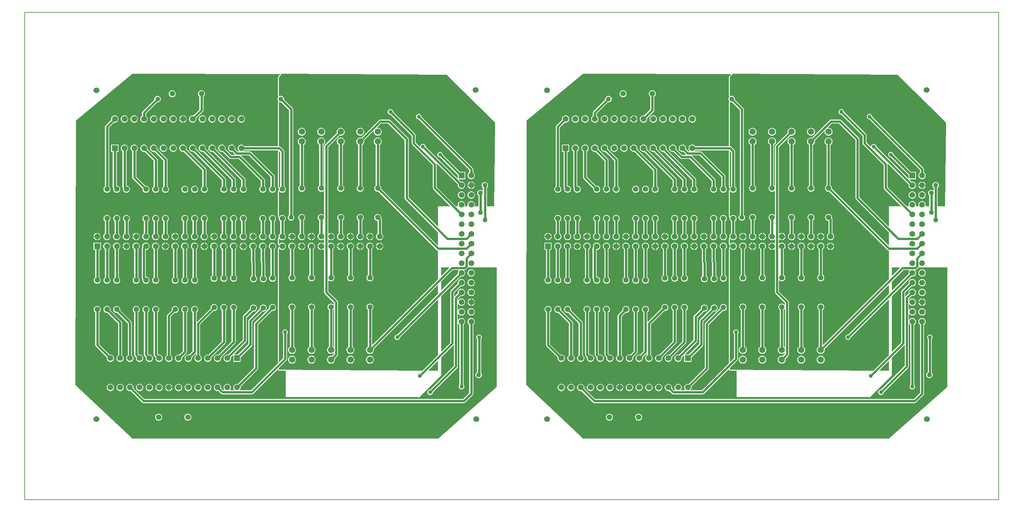
<source format=gtl>
%FSTAX23Y23*%
%MOIN*%
%SFA1B1*%

%IPPOS*%
%ADD10C,0.024000*%
%ADD11C,0.059060*%
%ADD12R,0.059060X0.059060*%
%ADD13R,0.059060X0.059060*%
%ADD14C,0.059060*%
%ADD15C,0.064960*%
%ADD16C,0.060000*%
%ADD17C,0.055120*%
%ADD18R,0.059060X0.059060*%
%ADD19C,0.040000*%
%ADD20C,0.050000*%
%ADD36C,0.005000*%
%LNtlc5940controlboard-1*%
%LPD*%
G36*
X04331Y0436D02*
X04831Y0387D01*
X04821Y03011*
X04816Y0301*
X04746*
Y03199*
X04749Y03201*
X04754Y03208*
X04758Y03216*
X04759Y03225*
X04758Y03233*
X04754Y03241*
X04749Y03248*
X04742Y03253*
X04734Y03257*
X04726Y03258*
X04717Y03257*
X04709Y03253*
X04702Y03248*
X04697Y03241*
X04693Y03233*
X04692Y03225*
X04693Y03216*
X04697Y03208*
X04702Y03201*
X04705Y03199*
Y03173*
X04701Y03171*
X04697Y03173*
X04689Y03177*
X04681Y03178*
X04672Y03177*
X04664Y03173*
X04657Y03168*
X04652Y03161*
X04648Y03153*
X04647Y03145*
X04648Y03136*
X04652Y03128*
X04657Y03121*
X0466Y03119*
Y0301*
X04625*
X04622Y03014*
Y03015*
X04623Y03025*
X04622Y03034*
X04618Y03043*
X04612Y03051*
X04604Y03057*
X04595Y03061*
X04586Y03062*
X04576Y03061*
X04567Y03057*
X04559Y03051*
X04553Y03043*
X04549Y03034*
X04548Y03025*
X04549Y03015*
Y03014*
X04547Y0301*
X04525*
X04522Y03014*
Y03015*
X04523Y03025*
X04522Y03034*
X04518Y03043*
X04512Y03051*
X04504Y03057*
X04495Y03061*
X04486Y03062*
X04476Y03061*
X04467Y03057*
X04459Y03051*
X04453Y03043*
X04449Y03034*
X04448Y03025*
X04449Y03015*
Y03014*
X04447Y0301*
X04429*
X04232Y03207*
Y0344*
X04231Y03443*
X04236Y03446*
X04449Y03232*
X04448Y03225*
X04449Y03215*
X04453Y03206*
X04459Y03198*
X04467Y03192*
X04476Y03188*
X04486Y03187*
X04495Y03188*
X04504Y03192*
X04512Y03198*
X04518Y03206*
X04522Y03215*
X04523Y03225*
X04522Y03234*
X04518Y03243*
X04512Y03251*
X04504Y03257*
X04495Y03261*
X04486Y03262*
X04478Y03261*
X04456Y03282*
X04458Y03287*
X04523*
Y03362*
X04472*
X04294Y0354*
X04293Y03547*
X0429Y03554*
X04285Y03559*
X0428Y03564*
X04273Y03567*
X04266Y03568*
X04258Y03567*
X04251Y03564*
X04246Y03559*
X04241Y03554*
X04238Y03547*
X04237Y0354*
X04238Y03532*
X04241Y03525*
X04246Y0352*
X04251Y03515*
X04258Y03512*
X04265Y03511*
X04448Y03328*
Y03297*
X04443Y03295*
X04117Y03622*
X04116Y03629*
X04113Y03636*
X04108Y03641*
X04103Y03646*
X04096Y03649*
X04089Y0365*
X04081Y03649*
X04074Y03646*
X04069Y03641*
X04064Y03636*
X04061Y03629*
Y03625*
X04056Y03624*
X04015Y03665*
Y0374*
X04013Y03747*
X04009Y03754*
X03784Y03979*
X03783Y03986*
X0378Y03993*
X03775Y03998*
X0377Y04003*
X03763Y04006*
X03756Y04007*
X03748Y04006*
X03741Y04003*
X03736Y03998*
X03731Y03993*
X03728Y03986*
X03727Y03979*
X03728Y03971*
X03731Y03964*
X03736Y03959*
X03741Y03954*
X03748Y03951*
X03755Y0395*
X03974Y03731*
Y03657*
X03976Y03649*
X0398Y03642*
X04191Y03431*
Y03199*
X04193Y03191*
X04197Y03184*
X04367Y03014*
X04365Y0301*
X04245*
Y02805*
X04241Y02803*
X03943Y03101*
Y03698*
X03941Y03705*
X03937Y03712*
X03755Y03894*
X03748Y03898*
X03741Y039*
X03651*
X03643Y03898*
X03636Y03894*
X03456Y03714*
X03446Y03715*
X03435Y03714*
X03425Y0371*
X03417Y03703*
X0341Y03695*
X03406Y03685*
X03405Y03675*
X03406Y03664*
X0341Y03654*
X03417Y03646*
X03425Y03639*
Y03224*
X0342Y0322*
X03414Y03212*
X03411Y03204*
X0341Y03195*
X03411Y03185*
X03414Y03177*
X0342Y03169*
X03428Y03163*
X03436Y0316*
X03446Y03159*
X03455Y0316*
X03463Y03163*
X03471Y03169*
X03477Y03177*
X0348Y03185*
X03481Y03195*
X0348Y03204*
X03477Y03212*
X03471Y0322*
X03466Y03224*
Y03639*
X03474Y03646*
X03481Y03654*
X03485Y03664*
X03486Y03675*
X03485Y03685*
X03581Y03781*
X03585Y03779*
Y03775*
X03586Y03764*
X0359Y03754*
X03597Y03746*
X03605Y03739*
X03615Y03735*
X03626Y03734*
X03636Y03735*
X03646Y03739*
X03654Y03746*
X03661Y03754*
X03665Y03764*
X03666Y03775*
X03665Y03785*
X03661Y03795*
X03654Y03803*
X03646Y0381*
X03636Y03814*
X03626Y03815*
X03621*
X03619Y03819*
X03659Y03859*
X03732*
X03902Y03689*
Y03093*
X03904Y03085*
X03908Y03078*
X04245Y02741*
Y0261*
X04241Y02608*
X03661Y03188*
Y03195*
X0366Y03204*
X03657Y03212*
X03651Y0322*
X03646Y03224*
Y03639*
X03654Y03646*
X03661Y03654*
X03665Y03664*
X03666Y03675*
X03665Y03685*
X03661Y03695*
X03654Y03703*
X03646Y0371*
X03636Y03714*
X03626Y03715*
X03615Y03714*
X03605Y0371*
X03597Y03703*
X0359Y03695*
X03586Y03685*
X03585Y03675*
X03586Y03664*
X0359Y03654*
X03597Y03646*
X03605Y03639*
Y03224*
X036Y0322*
X03594Y03212*
X03591Y03204*
X0359Y03195*
X03591Y03185*
X03594Y03177*
X036Y03169*
X03608Y03163*
X03616Y0316*
X03626Y03159*
X03632*
X04231Y0256*
X04238Y02556*
X04245Y02554*
Y02264*
X03571Y01589*
X03566Y01591*
Y01946*
X03571Y0195*
X03577Y01958*
X0358Y01966*
X03581Y01976*
X0358Y01985*
X03577Y01993*
X03571Y02001*
X03563Y02007*
X03555Y0201*
X03546Y02011*
X03536Y0201*
X03528Y02007*
X0352Y02001*
X03514Y01993*
X03511Y01985*
X0351Y01976*
X03511Y01966*
X03514Y01958*
X0352Y0195*
X03525Y01946*
Y01571*
X03517Y01564*
X0351Y01556*
X03506Y01546*
X03505Y01536*
X03506Y01525*
X0351Y01515*
X03517Y01507*
X03525Y015*
X03535Y01496*
X03546Y01495*
X03556Y01496*
X03566Y015*
X03574Y01507*
X03581Y01515*
X03585Y01525*
X03586Y01536*
X03585Y01546*
X04241Y02202*
X04245Y022*
Y02114*
X03825Y01694*
X03818Y01693*
X03811Y0169*
X03806Y01685*
X03801Y0168*
X03798Y01673*
X03797Y01666*
X03798Y01658*
X03801Y01651*
X03806Y01646*
X03811Y01641*
X03818Y01638*
X03826Y01637*
X03833Y01638*
X0384Y01641*
X03845Y01646*
X0385Y01651*
X03853Y01658*
X03854Y01665*
X04241Y02052*
X04245Y0205*
Y01483*
X04084Y01322*
X02611Y01332*
Y0135*
X02689Y01428*
X02693Y01435*
X02695Y01443*
Y01698*
X02699Y01703*
X02702Y0171*
X02703Y01718*
X02702Y01725*
X02699Y01732*
X02694Y01737*
X02689Y01742*
X02682Y01745*
X02675Y01746*
X02667Y01745*
X0266Y01742*
X02655Y01737*
X0265Y01732*
X02647Y01725*
X02646Y01718*
X02647Y0171*
X0265Y01703*
X02654Y01698*
Y01451*
X02615Y01412*
X02611Y01414*
Y02576*
X02615Y02577*
X02619Y02573*
X02627Y02567*
X02636Y02563*
X02646Y02562*
X02655Y02563*
X02664Y02567*
X02672Y02573*
X02678Y02581*
X02682Y0259*
X02683Y026*
X02682Y02609*
X02678Y02618*
X02672Y02626*
X02664Y02632*
X02655Y02636*
X02646Y02637*
X02636Y02636*
X02627Y02632*
X02619Y02626*
X02615Y02622*
X02611Y02623*
Y02676*
X02615Y02677*
X02619Y02673*
X02627Y02667*
X02636Y02663*
X02646Y02662*
X02655Y02663*
X02664Y02667*
X02672Y02673*
X02678Y02681*
X02682Y0269*
X02683Y027*
X02682Y02709*
X02678Y02718*
X02672Y02726*
X02666Y02731*
Y02855*
X02671Y02859*
X02677Y02867*
X0268Y02875*
X02681Y02885*
X0268Y02894*
X02677Y02902*
X02671Y0291*
X02663Y02916*
X02655Y02919*
X02646Y0292*
X02636Y02919*
X02628Y02916*
X0262Y0291*
X02615Y02903*
X02611Y02905*
Y03164*
X02615Y03166*
X0262Y03159*
X02628Y03153*
X02636Y0315*
X02646Y03149*
X02655Y0315*
X02663Y03153*
X02671Y03159*
X02677Y03167*
X0268Y03175*
X02681Y03185*
X0268Y03194*
X02677Y03202*
X02671Y0321*
X02666Y03214*
Y03573*
X02664Y0358*
X0266Y03587*
X02628Y03619*
X02621Y03623*
X02614Y03625*
X02611*
Y04078*
X02615Y0408*
X02622Y04077*
X02631Y04076*
X02634Y04077*
X02715Y03996*
Y0292*
X02712Y02918*
X02707Y02911*
X02703Y02903*
X02702Y02895*
X02703Y02886*
X02707Y02878*
X02712Y02871*
X02719Y02866*
X02727Y02862*
X02736Y02861*
X02744Y02862*
X02752Y02866*
X02759Y02871*
X02764Y02878*
X02768Y02886*
X02769Y02895*
X02768Y02903*
X02764Y02911*
X02759Y02918*
X02756Y0292*
Y04005*
X02754Y04012*
X0275Y04019*
X02663Y04106*
X02664Y0411*
X02663Y04118*
X02659Y04126*
X02654Y04133*
X02647Y04138*
X02639Y04142*
X02631Y04143*
X02622Y04142*
X02615Y04139*
X02611Y04141*
Y04335*
X02616Y0434*
X02641Y0437*
X04331Y0436*
G37*
G54D36*
X0Y0D02*
X1D01*
Y05*
X0*
Y0*
G36*
X0262Y04365D02*
X02622Y0436D01*
X02609Y04346*
X02604Y0434*
Y04339*
X02603Y04338*
Y04337*
Y04336*
X02602Y04335*
Y04141*
X02603*
Y0414*
Y04139*
Y04138*
X02604Y04137*
Y04136*
X02605*
X02607Y04133*
X02602Y04126*
X02598Y04118*
X02597Y0411*
X02598Y04101*
X02602Y04093*
X02607Y04086*
X02605Y04083*
X02604*
Y04082*
X02603Y04081*
Y0408*
Y04079*
Y04078*
X02602*
Y03625*
X02257*
X02252Y03631*
X02244Y03637*
X02235Y03641*
X02226Y03642*
X02216Y03641*
X02207Y03637*
X02199Y03631*
X02193Y03623*
X02189Y03614*
X02188Y03605*
X02189Y03595*
X02193Y03586*
X02199Y03578*
X022Y03577*
X02199Y03572*
X02187*
X02162Y03597*
X02163Y03605*
X02162Y03614*
X02158Y03623*
X02152Y03631*
X02144Y03637*
X02135Y03641*
X02126Y03642*
X02116Y03641*
X02107Y03637*
X02099Y03631*
X02093Y03623*
X02089Y03614*
X02088Y03605*
X02089Y03595*
X02093Y03586*
X02099Y03578*
X02107Y03572*
X02116Y03568*
X02126Y03567*
X02133Y03568*
X02161Y03541*
X02159Y03536*
X02123*
X02062Y03597*
X02063Y03605*
X02062Y03614*
X02058Y03623*
X02052Y03631*
X02044Y03637*
X02035Y03641*
X02026Y03642*
X02016Y03641*
X02007Y03637*
X01999Y03631*
X01993Y03623*
X01989Y03614*
X01988Y03605*
X01989Y03595*
X01993Y03586*
X01999Y03578*
X02007Y03572*
X02016Y03568*
X02026Y03567*
X02033Y03568*
X021Y03501*
X02107Y03497*
X02115Y03495*
X022*
X02425Y0327*
Y03214*
X0242Y0321*
X02414Y03202*
X02411Y03194*
X0241Y03185*
X02411Y03175*
X02414Y03167*
X0242Y03159*
X02428Y03153*
X02436Y0315*
X02446Y03149*
X02455Y0315*
X02463Y03153*
X02471Y03159*
X02477Y03167*
X0248Y03175*
X02481Y03185*
X0248Y03194*
X02477Y03202*
X02471Y0321*
X02466Y03214*
Y03279*
X02464Y03286*
X0246Y03293*
X02223Y0353*
Y03531*
X02303*
X02525Y03309*
Y03214*
X0252Y0321*
X02514Y03202*
X02511Y03194*
X0251Y03185*
X02511Y03175*
X02514Y03167*
X0252Y03159*
X02528Y03153*
X02536Y0315*
X02546Y03149*
X02555Y0315*
X02563Y03153*
X02571Y03159*
X02577Y03167*
X0258Y03175*
X02581Y03185*
X0258Y03194*
X02577Y03202*
X02571Y0321*
X02566Y03214*
Y03318*
X02564Y03325*
X0256Y03332*
X02326Y03566*
X02319Y0357*
X02312Y03572*
X02252*
X02251Y03577*
X02252Y03578*
X02257Y03584*
X02602*
X02606Y0358*
X02605Y03578*
X02604Y03576*
X02603Y03575*
Y03573*
X02602Y03572*
Y03205*
X02603Y03203*
Y03202*
Y03201*
X02604Y032*
X02605Y03199*
X02606Y03198*
X02607*
X02608Y03197*
X02609*
X02611Y03194*
X0261Y03185*
X02611Y03175*
X02609Y03172*
X02608*
X02607Y03171*
X02606*
X02605Y0317*
X02604Y03169*
X02603Y03168*
Y03167*
Y03166*
X02602Y03164*
Y02905*
X02603Y02903*
Y02902*
Y02901*
X02604Y029*
X02605Y02899*
X02606Y02898*
X02607*
X02608Y02897*
X02609*
X02611Y02894*
X0261Y02885*
X02611Y02875*
X02614Y02867*
X0262Y02859*
X02625Y02855*
Y02731*
X02619Y02726*
X02613Y02718*
X02609Y02709*
X02608Y027*
X02609Y0269*
X0261Y02688*
X02607Y02683*
X02606Y02682*
X02605*
Y02681*
X02604Y0268*
X02603Y02679*
Y02678*
X02602Y02676*
Y02623*
X02603Y02621*
Y0262*
X02604Y02619*
X02605Y02618*
Y02617*
X02606*
X02607Y02616*
X0261Y02611*
X02609Y02609*
X02608Y02605*
X02646*
Y02595*
X02608*
X02609Y0259*
X0261Y02588*
X02607Y02583*
X02606Y02582*
X02605*
Y02581*
X02604Y0258*
X02603Y02579*
Y02578*
X02602Y02576*
Y01414*
X02603Y01412*
Y01411*
X02604Y01409*
X02605Y01408*
X02606Y01406*
X02598Y01395*
X02324Y01121*
X02211*
X02209Y01125*
X02213Y01132*
X02217Y01141*
X02218Y01151*
X02217Y01158*
X0239Y01331*
X02393Y01335*
X02394Y01338*
X02396Y01346*
Y01792*
X02539Y01935*
X02546*
X02555Y01936*
X02563Y01939*
X02571Y01945*
X02577Y01953*
X0258Y01961*
X02581Y01971*
X0258Y0198*
X02577Y01988*
X02571Y01996*
X02563Y02002*
X02555Y02005*
X02546Y02006*
X02536Y02005*
X02528Y02002*
X0252Y01996*
X02514Y01988*
X02511Y0198*
X0251Y01971*
Y01964*
X02361Y01815*
X02357Y01808*
X02355Y01801*
Y01354*
X02188Y01187*
X02181Y01188*
X02171Y01187*
X02162Y01183*
X02154Y01177*
X02148Y01169*
X02144Y0116*
X02143Y01151*
X02144Y01141*
X02148Y01132*
X02152Y01125*
X0215Y01121*
X02111*
X02109Y01125*
X02113Y01132*
X02117Y01141*
X02118Y01151*
X02117Y0116*
X02113Y01169*
X02107Y01177*
X02099Y01183*
X0209Y01187*
X02081Y01188*
X02071Y01187*
X02062Y01183*
X02054Y01177*
X02048Y01169*
X02044Y0116*
X02043Y01151*
X02044Y01141*
X02048Y01132*
X02052Y01125*
X0205Y01121*
X02039*
X02017Y01143*
X02018Y01151*
X02017Y0116*
X02013Y01169*
X02007Y01177*
X01999Y01183*
X0199Y01187*
X01981Y01188*
X01971Y01187*
X01962Y01183*
X01954Y01177*
X01948Y01169*
X01944Y0116*
X01943Y01151*
X01944Y01141*
X01948Y01132*
X01954Y01124*
X01962Y01118*
X01971Y01114*
X01981Y01113*
X01988Y01114*
X02016Y01086*
X02023Y01082*
X02031Y0108*
X02333*
X0234Y01082*
X02347Y01086*
X02598Y01337*
X02602Y01335*
Y01332*
X02603Y01331*
Y01329*
X02604Y01328*
X02605Y01326*
X02606*
X02607Y01325*
X02609Y01324*
X0261*
X02681*
Y01051*
X04042*
X04046Y01047*
X04276Y01277*
Y01456*
X04402Y01583*
X04407Y01581*
Y01373*
X04163Y01129*
X04156Y01128*
X04149Y01125*
X04144Y0112*
X04139Y01115*
X04136Y01108*
X04135Y01101*
X04136Y01093*
X04139Y01086*
X04144Y01081*
X04149Y01076*
X04156Y01073*
X04164Y01072*
X04171Y01073*
X04178Y01076*
X04183Y01081*
X04188Y01086*
X04191Y01093*
X04192Y011*
X04442Y0135*
X04446Y01357*
X04448Y01365*
Y01805*
X04453Y01807*
X04459Y01799*
X04465Y01794*
Y01178*
X04461Y01173*
X04458Y01166*
X04457Y01159*
X04458Y01151*
X04461Y01144*
X04466Y01139*
X04471Y01134*
X04478Y01131*
X04486Y0113*
X04493Y01131*
X045Y01134*
X04505Y01139*
X0451Y01144*
X04513Y01151*
X04514Y01159*
X04513Y01166*
X0451Y01173*
X04506Y01178*
Y01794*
X04512Y01799*
X04518Y01807*
X04522Y01816*
X04523Y01826*
X04522Y01835*
X04518Y01844*
X04512Y01852*
X04504Y01858*
X04495Y01862*
X04486Y01863*
X04476Y01862*
X04467Y01858*
X04459Y01852*
X04453Y01844*
X04448Y01846*
Y01905*
X04453Y01907*
X04459Y01899*
X04467Y01893*
X04476Y01889*
X04486Y01888*
X04495Y01889*
X04504Y01893*
X04512Y01899*
X04518Y01907*
X04522Y01916*
X04523Y01926*
X04522Y01935*
X04518Y01944*
X04512Y01952*
X04504Y01958*
X04495Y01962*
X04486Y01963*
X04476Y01962*
X04467Y01958*
X04459Y01952*
X04453Y01944*
X04448Y01946*
Y02005*
X04453Y02007*
X04459Y01999*
X04467Y01993*
X04476Y01989*
X04486Y01988*
X04495Y01989*
X04504Y01993*
X04512Y01999*
X04518Y02007*
X04522Y02016*
X04523Y02026*
X04522Y02035*
X04518Y02044*
X04512Y02052*
X04504Y02058*
X04495Y02062*
X04486Y02063*
X04476Y02062*
X04467Y02058*
X04459Y02052*
X04453Y02044*
X04448Y02046*
Y02059*
X04478Y02089*
X04486Y02088*
X04495Y02089*
X04504Y02093*
X04512Y02099*
X04518Y02107*
X04522Y02116*
X04523Y02126*
X04522Y02135*
X04518Y02144*
X04512Y02152*
X04504Y02158*
X04495Y02162*
X04486Y02163*
X04476Y02162*
X04467Y02158*
X04459Y02152*
X04453Y02144*
X04449Y02135*
X04448Y02126*
X04449Y02118*
X04417Y02085*
X04412Y02087*
Y02123*
X04478Y02189*
X04486Y02188*
X04495Y02189*
X04504Y02193*
X04512Y02199*
X04518Y02207*
X04522Y02216*
X04523Y02226*
X04522Y02235*
X04518Y02244*
X04512Y02252*
X04504Y02258*
X04495Y02262*
X04486Y02263*
X04476Y02262*
X04467Y02258*
X04459Y02252*
X04453Y02244*
X04449Y02235*
X04448Y02226*
X04449Y02218*
X04377Y02146*
X04373Y02139*
X04371Y02132*
Y01609*
X0428Y01518*
X04276Y0152*
Y02087*
X04478Y02289*
X04486Y02288*
X04495Y02289*
X04504Y02293*
X04512Y02299*
X04518Y02307*
X04522Y02316*
X04523Y02326*
X04522Y02335*
X04518Y02344*
X04512Y02352*
X04513Y02355*
X04518*
X04525Y02357*
X04532Y02361*
X0455Y02379*
X04551Y02381*
X04846*
Y01156*
X04246Y00626*
X01106*
X00521Y01176*
X00526Y0389*
X01106Y0437*
X0262Y04365*
G37*
G36*
X04457Y02351D02*
X04453Y02344D01*
X04449Y02335*
X04448Y02326*
X04449Y02318*
X0428Y02149*
X04276Y02151*
Y02237*
X04394Y02355*
X04455*
X04457Y02351*
G37*
G36*
X04357Y02376D02*
X0428Y02299D01*
X04276Y02301*
Y02381*
X04355*
X04357Y02376*
G37*
G36*
X04245Y01419D02*
Y01326D01*
X04241Y01321*
X04148*
X04146Y01326*
X04241Y01421*
X04245Y01419*
G37*
G36*
X02625Y03564D02*
Y03214D01*
X0262Y0321*
X02615Y03203*
X02611Y03205*
Y03572*
X02615Y03574*
X02625Y03564*
G37*
G36*
X0896Y0436D02*
X0946Y0387D01*
X0945Y03011*
X09445Y0301*
X09375*
Y03199*
X09378Y03201*
X09383Y03208*
X09387Y03216*
X09388Y03225*
X09387Y03233*
X09383Y03241*
X09378Y03248*
X09371Y03253*
X09363Y03257*
X09355Y03258*
X09346Y03257*
X09338Y03253*
X09331Y03248*
X09326Y03241*
X09322Y03233*
X09321Y03225*
X09322Y03216*
X09326Y03208*
X09331Y03201*
X09334Y03199*
Y03173*
X0933Y03171*
X09326Y03173*
X09318Y03177*
X0931Y03178*
X09301Y03177*
X09293Y03173*
X09286Y03168*
X09281Y03161*
X09277Y03153*
X09276Y03145*
X09277Y03136*
X09281Y03128*
X09286Y03121*
X09289Y03119*
Y0301*
X09254*
X09251Y03014*
Y03015*
X09252Y03025*
X09251Y03034*
X09247Y03043*
X09241Y03051*
X09233Y03057*
X09224Y03061*
X09215Y03062*
X09205Y03061*
X09196Y03057*
X09188Y03051*
X09182Y03043*
X09178Y03034*
X09177Y03025*
X09178Y03015*
Y03014*
X09176Y0301*
X09154*
X09151Y03014*
Y03015*
X09152Y03025*
X09151Y03034*
X09147Y03043*
X09141Y03051*
X09133Y03057*
X09124Y03061*
X09115Y03062*
X09105Y03061*
X09096Y03057*
X09088Y03051*
X09082Y03043*
X09078Y03034*
X09077Y03025*
X09078Y03015*
Y03014*
X09076Y0301*
X09058*
X08861Y03207*
Y0344*
X0886Y03443*
X08865Y03446*
X09078Y03232*
X09077Y03225*
X09078Y03215*
X09082Y03206*
X09088Y03198*
X09096Y03192*
X09105Y03188*
X09115Y03187*
X09124Y03188*
X09133Y03192*
X09141Y03198*
X09147Y03206*
X09151Y03215*
X09152Y03225*
X09151Y03234*
X09147Y03243*
X09141Y03251*
X09133Y03257*
X09124Y03261*
X09115Y03262*
X09107Y03261*
X09085Y03282*
X09087Y03287*
X09152*
Y03362*
X09101*
X08923Y0354*
X08922Y03547*
X08919Y03554*
X08914Y03559*
X08909Y03564*
X08902Y03567*
X08895Y03568*
X08887Y03567*
X0888Y03564*
X08875Y03559*
X0887Y03554*
X08867Y03547*
X08866Y0354*
X08867Y03532*
X0887Y03525*
X08875Y0352*
X0888Y03515*
X08887Y03512*
X08894Y03511*
X09077Y03328*
Y03297*
X09072Y03295*
X08746Y03622*
X08745Y03629*
X08742Y03636*
X08737Y03641*
X08732Y03646*
X08725Y03649*
X08718Y0365*
X0871Y03649*
X08703Y03646*
X08698Y03641*
X08693Y03636*
X0869Y03629*
Y03625*
X08685Y03624*
X08644Y03665*
Y0374*
X08642Y03747*
X08638Y03754*
X08413Y03979*
X08412Y03986*
X08409Y03993*
X08404Y03998*
X08399Y04003*
X08392Y04006*
X08385Y04007*
X08377Y04006*
X0837Y04003*
X08365Y03998*
X0836Y03993*
X08357Y03986*
X08356Y03979*
X08357Y03971*
X0836Y03964*
X08365Y03959*
X0837Y03954*
X08377Y03951*
X08384Y0395*
X08603Y03731*
Y03657*
X08605Y03649*
X08609Y03642*
X0882Y03431*
Y03199*
X08822Y03191*
X08826Y03184*
X08996Y03014*
X08994Y0301*
X08874*
Y02805*
X0887Y02803*
X08572Y03101*
Y03698*
X0857Y03705*
X08566Y03712*
X08384Y03894*
X08377Y03898*
X0837Y039*
X0828*
X08272Y03898*
X08265Y03894*
X08085Y03714*
X08075Y03715*
X08064Y03714*
X08054Y0371*
X08046Y03703*
X08039Y03695*
X08035Y03685*
X08034Y03675*
X08035Y03664*
X08039Y03654*
X08046Y03646*
X08054Y03639*
Y03224*
X08049Y0322*
X08043Y03212*
X0804Y03204*
X08039Y03195*
X0804Y03185*
X08043Y03177*
X08049Y03169*
X08057Y03163*
X08065Y0316*
X08075Y03159*
X08084Y0316*
X08092Y03163*
X081Y03169*
X08106Y03177*
X08109Y03185*
X0811Y03195*
X08109Y03204*
X08106Y03212*
X081Y0322*
X08095Y03224*
Y03639*
X08103Y03646*
X0811Y03654*
X08114Y03664*
X08115Y03675*
X08114Y03685*
X0821Y03781*
X08214Y03779*
Y03775*
X08215Y03764*
X08219Y03754*
X08226Y03746*
X08234Y03739*
X08244Y03735*
X08255Y03734*
X08265Y03735*
X08275Y03739*
X08283Y03746*
X0829Y03754*
X08294Y03764*
X08295Y03775*
X08294Y03785*
X0829Y03795*
X08283Y03803*
X08275Y0381*
X08265Y03814*
X08255Y03815*
X0825*
X08248Y03819*
X08288Y03859*
X08361*
X08531Y03689*
Y03093*
X08533Y03085*
X08537Y03078*
X08874Y02741*
Y0261*
X0887Y02608*
X0829Y03188*
Y03195*
X08289Y03204*
X08286Y03212*
X0828Y0322*
X08275Y03224*
Y03639*
X08283Y03646*
X0829Y03654*
X08294Y03664*
X08295Y03675*
X08294Y03685*
X0829Y03695*
X08283Y03703*
X08275Y0371*
X08265Y03714*
X08255Y03715*
X08244Y03714*
X08234Y0371*
X08226Y03703*
X08219Y03695*
X08215Y03685*
X08214Y03675*
X08215Y03664*
X08219Y03654*
X08226Y03646*
X08234Y03639*
Y03224*
X08229Y0322*
X08223Y03212*
X0822Y03204*
X08219Y03195*
X0822Y03185*
X08223Y03177*
X08229Y03169*
X08237Y03163*
X08245Y0316*
X08255Y03159*
X08261*
X0886Y0256*
X08867Y02556*
X08874Y02554*
Y02264*
X082Y01589*
X08195Y01591*
Y01946*
X082Y0195*
X08206Y01958*
X08209Y01966*
X0821Y01976*
X08209Y01985*
X08206Y01993*
X082Y02001*
X08192Y02007*
X08184Y0201*
X08175Y02011*
X08165Y0201*
X08157Y02007*
X08149Y02001*
X08143Y01993*
X0814Y01985*
X08139Y01976*
X0814Y01966*
X08143Y01958*
X08149Y0195*
X08154Y01946*
Y01571*
X08146Y01564*
X08139Y01556*
X08135Y01546*
X08134Y01536*
X08135Y01525*
X08139Y01515*
X08146Y01507*
X08154Y015*
X08164Y01496*
X08175Y01495*
X08185Y01496*
X08195Y015*
X08203Y01507*
X0821Y01515*
X08214Y01525*
X08215Y01536*
X08214Y01546*
X0887Y02202*
X08874Y022*
Y02114*
X08454Y01694*
X08447Y01693*
X0844Y0169*
X08435Y01685*
X0843Y0168*
X08427Y01673*
X08426Y01666*
X08427Y01658*
X0843Y01651*
X08435Y01646*
X0844Y01641*
X08447Y01638*
X08455Y01637*
X08462Y01638*
X08469Y01641*
X08474Y01646*
X08479Y01651*
X08482Y01658*
X08483Y01665*
X0887Y02052*
X08874Y0205*
Y01483*
X08713Y01322*
X0724Y01332*
Y0135*
X07318Y01428*
X07322Y01435*
X07324Y01443*
Y01698*
X07328Y01703*
X07331Y0171*
X07332Y01718*
X07331Y01725*
X07328Y01732*
X07323Y01737*
X07318Y01742*
X07311Y01745*
X07304Y01746*
X07296Y01745*
X07289Y01742*
X07284Y01737*
X07279Y01732*
X07276Y01725*
X07275Y01718*
X07276Y0171*
X07279Y01703*
X07283Y01698*
Y01451*
X07244Y01412*
X0724Y01414*
Y02576*
X07244Y02577*
X07248Y02573*
X07256Y02567*
X07265Y02563*
X07275Y02562*
X07284Y02563*
X07293Y02567*
X07301Y02573*
X07307Y02581*
X07311Y0259*
X07312Y026*
X07311Y02609*
X07307Y02618*
X07301Y02626*
X07293Y02632*
X07284Y02636*
X07275Y02637*
X07265Y02636*
X07256Y02632*
X07248Y02626*
X07244Y02622*
X0724Y02623*
Y02676*
X07244Y02677*
X07248Y02673*
X07256Y02667*
X07265Y02663*
X07275Y02662*
X07284Y02663*
X07293Y02667*
X07301Y02673*
X07307Y02681*
X07311Y0269*
X07312Y027*
X07311Y02709*
X07307Y02718*
X07301Y02726*
X07295Y02731*
Y02855*
X073Y02859*
X07306Y02867*
X07309Y02875*
X0731Y02885*
X07309Y02894*
X07306Y02902*
X073Y0291*
X07292Y02916*
X07284Y02919*
X07275Y0292*
X07265Y02919*
X07257Y02916*
X07249Y0291*
X07244Y02903*
X0724Y02905*
Y03164*
X07244Y03166*
X07249Y03159*
X07257Y03153*
X07265Y0315*
X07275Y03149*
X07284Y0315*
X07292Y03153*
X073Y03159*
X07306Y03167*
X07309Y03175*
X0731Y03185*
X07309Y03194*
X07306Y03202*
X073Y0321*
X07295Y03214*
Y03573*
X07293Y0358*
X07289Y03587*
X07257Y03619*
X0725Y03623*
X07243Y03625*
X0724*
Y04078*
X07244Y0408*
X07251Y04077*
X0726Y04076*
X07263Y04077*
X07344Y03996*
Y0292*
X07341Y02918*
X07336Y02911*
X07332Y02903*
X07331Y02895*
X07332Y02886*
X07336Y02878*
X07341Y02871*
X07348Y02866*
X07356Y02862*
X07365Y02861*
X07373Y02862*
X07381Y02866*
X07388Y02871*
X07393Y02878*
X07397Y02886*
X07398Y02895*
X07397Y02903*
X07393Y02911*
X07388Y02918*
X07385Y0292*
Y04005*
X07383Y04012*
X07379Y04019*
X07292Y04106*
X07293Y0411*
X07292Y04118*
X07288Y04126*
X07283Y04133*
X07276Y04138*
X07268Y04142*
X0726Y04143*
X07251Y04142*
X07244Y04139*
X0724Y04141*
Y04335*
X07245Y0434*
X0727Y0437*
X0896Y0436*
G37*
G36*
X07249Y04365D02*
X07251Y0436D01*
X07238Y04346*
X07233Y0434*
Y04339*
X07232Y04338*
Y04337*
Y04336*
X07231Y04335*
Y04141*
X07232*
Y0414*
Y04139*
Y04138*
X07233Y04137*
Y04136*
X07234*
X07236Y04133*
X07231Y04126*
X07227Y04118*
X07226Y0411*
X07227Y04101*
X07231Y04093*
X07236Y04086*
X07234Y04083*
X07233*
Y04082*
X07232Y04081*
Y0408*
Y04079*
Y04078*
X07231*
Y03625*
X06886*
X06881Y03631*
X06873Y03637*
X06864Y03641*
X06855Y03642*
X06845Y03641*
X06836Y03637*
X06828Y03631*
X06822Y03623*
X06818Y03614*
X06817Y03605*
X06818Y03595*
X06822Y03586*
X06828Y03578*
X06829Y03577*
X06828Y03572*
X06816*
X06791Y03597*
X06792Y03605*
X06791Y03614*
X06787Y03623*
X06781Y03631*
X06773Y03637*
X06764Y03641*
X06755Y03642*
X06745Y03641*
X06736Y03637*
X06728Y03631*
X06722Y03623*
X06718Y03614*
X06717Y03605*
X06718Y03595*
X06722Y03586*
X06728Y03578*
X06736Y03572*
X06745Y03568*
X06755Y03567*
X06762Y03568*
X0679Y03541*
X06788Y03536*
X06752*
X06691Y03597*
X06692Y03605*
X06691Y03614*
X06687Y03623*
X06681Y03631*
X06673Y03637*
X06664Y03641*
X06655Y03642*
X06645Y03641*
X06636Y03637*
X06628Y03631*
X06622Y03623*
X06618Y03614*
X06617Y03605*
X06618Y03595*
X06622Y03586*
X06628Y03578*
X06636Y03572*
X06645Y03568*
X06655Y03567*
X06662Y03568*
X06729Y03501*
X06736Y03497*
X06744Y03495*
X06829*
X07054Y0327*
Y03214*
X07049Y0321*
X07043Y03202*
X0704Y03194*
X07039Y03185*
X0704Y03175*
X07043Y03167*
X07049Y03159*
X07057Y03153*
X07065Y0315*
X07075Y03149*
X07084Y0315*
X07092Y03153*
X071Y03159*
X07106Y03167*
X07109Y03175*
X0711Y03185*
X07109Y03194*
X07106Y03202*
X071Y0321*
X07095Y03214*
Y03279*
X07093Y03286*
X07089Y03293*
X06852Y0353*
Y03531*
X06932*
X07154Y03309*
Y03214*
X07149Y0321*
X07143Y03202*
X0714Y03194*
X07139Y03185*
X0714Y03175*
X07143Y03167*
X07149Y03159*
X07157Y03153*
X07165Y0315*
X07175Y03149*
X07184Y0315*
X07192Y03153*
X072Y03159*
X07206Y03167*
X07209Y03175*
X0721Y03185*
X07209Y03194*
X07206Y03202*
X072Y0321*
X07195Y03214*
Y03318*
X07193Y03325*
X07189Y03332*
X06955Y03566*
X06948Y0357*
X06941Y03572*
X06881*
X0688Y03577*
X06881Y03578*
X06886Y03584*
X07231*
X07235Y0358*
X07234Y03578*
X07233Y03576*
X07232Y03575*
Y03573*
X07231Y03572*
Y03205*
X07232Y03203*
Y03202*
Y03201*
X07233Y032*
X07234Y03199*
X07235Y03198*
X07236*
X07237Y03197*
X07238*
X0724Y03194*
X07239Y03185*
X0724Y03175*
X07238Y03172*
X07237*
X07236Y03171*
X07235*
X07234Y0317*
X07233Y03169*
X07232Y03168*
Y03167*
Y03166*
X07231Y03164*
Y02905*
X07232Y02903*
Y02902*
Y02901*
X07233Y029*
X07234Y02899*
X07235Y02898*
X07236*
X07237Y02897*
X07238*
X0724Y02894*
X07239Y02885*
X0724Y02875*
X07243Y02867*
X07249Y02859*
X07254Y02855*
Y02731*
X07248Y02726*
X07242Y02718*
X07238Y02709*
X07237Y027*
X07238Y0269*
X07239Y02688*
X07236Y02683*
X07235Y02682*
X07234*
Y02681*
X07233Y0268*
X07232Y02679*
Y02678*
X07231Y02676*
Y02623*
X07232Y02621*
Y0262*
X07233Y02619*
X07234Y02618*
Y02617*
X07235*
X07236Y02616*
X07239Y02611*
X07238Y02609*
X07237Y02605*
X07275*
Y02595*
X07237*
X07238Y0259*
X07239Y02588*
X07236Y02583*
X07235Y02582*
X07234*
Y02581*
X07233Y0258*
X07232Y02579*
Y02578*
X07231Y02576*
Y01414*
X07232Y01412*
Y01411*
X07233Y01409*
X07234Y01408*
X07235Y01406*
X07227Y01395*
X06953Y01121*
X0684*
X06838Y01125*
X06842Y01132*
X06846Y01141*
X06847Y01151*
X06846Y01158*
X07019Y01331*
X07022Y01335*
X07023Y01338*
X07025Y01346*
Y01792*
X07168Y01935*
X07175*
X07184Y01936*
X07192Y01939*
X072Y01945*
X07206Y01953*
X07209Y01961*
X0721Y01971*
X07209Y0198*
X07206Y01988*
X072Y01996*
X07192Y02002*
X07184Y02005*
X07175Y02006*
X07165Y02005*
X07157Y02002*
X07149Y01996*
X07143Y01988*
X0714Y0198*
X07139Y01971*
Y01964*
X0699Y01815*
X06986Y01808*
X06984Y01801*
Y01354*
X06817Y01187*
X0681Y01188*
X068Y01187*
X06791Y01183*
X06783Y01177*
X06777Y01169*
X06773Y0116*
X06772Y01151*
X06773Y01141*
X06777Y01132*
X06781Y01125*
X06779Y01121*
X0674*
X06738Y01125*
X06742Y01132*
X06746Y01141*
X06747Y01151*
X06746Y0116*
X06742Y01169*
X06736Y01177*
X06728Y01183*
X06719Y01187*
X0671Y01188*
X067Y01187*
X06691Y01183*
X06683Y01177*
X06677Y01169*
X06673Y0116*
X06672Y01151*
X06673Y01141*
X06677Y01132*
X06681Y01125*
X06679Y01121*
X06668*
X06646Y01143*
X06647Y01151*
X06646Y0116*
X06642Y01169*
X06636Y01177*
X06628Y01183*
X06619Y01187*
X0661Y01188*
X066Y01187*
X06591Y01183*
X06583Y01177*
X06577Y01169*
X06573Y0116*
X06572Y01151*
X06573Y01141*
X06577Y01132*
X06583Y01124*
X06591Y01118*
X066Y01114*
X0661Y01113*
X06617Y01114*
X06645Y01086*
X06652Y01082*
X0666Y0108*
X06962*
X06969Y01082*
X06976Y01086*
X07227Y01337*
X07231Y01335*
Y01332*
X07232Y01331*
Y01329*
X07233Y01328*
X07234Y01326*
X07235*
X07236Y01325*
X07238Y01324*
X07239*
X0731*
Y01051*
X08671*
X08675Y01047*
X08905Y01277*
Y01456*
X09031Y01583*
X09036Y01581*
Y01373*
X08792Y01129*
X08785Y01128*
X08778Y01125*
X08773Y0112*
X08768Y01115*
X08765Y01108*
X08764Y01101*
X08765Y01093*
X08768Y01086*
X08773Y01081*
X08778Y01076*
X08785Y01073*
X08793Y01072*
X088Y01073*
X08807Y01076*
X08812Y01081*
X08817Y01086*
X0882Y01093*
X08821Y011*
X09071Y0135*
X09075Y01357*
X09077Y01365*
Y01805*
X09082Y01807*
X09088Y01799*
X09094Y01794*
Y01178*
X0909Y01173*
X09087Y01166*
X09086Y01159*
X09087Y01151*
X0909Y01144*
X09095Y01139*
X091Y01134*
X09107Y01131*
X09115Y0113*
X09122Y01131*
X09129Y01134*
X09134Y01139*
X09139Y01144*
X09142Y01151*
X09143Y01159*
X09142Y01166*
X09139Y01173*
X09135Y01178*
Y01794*
X09141Y01799*
X09147Y01807*
X09151Y01816*
X09152Y01826*
X09151Y01835*
X09147Y01844*
X09141Y01852*
X09133Y01858*
X09124Y01862*
X09115Y01863*
X09105Y01862*
X09096Y01858*
X09088Y01852*
X09082Y01844*
X09077Y01846*
Y01905*
X09082Y01907*
X09088Y01899*
X09096Y01893*
X09105Y01889*
X09115Y01888*
X09124Y01889*
X09133Y01893*
X09141Y01899*
X09147Y01907*
X09151Y01916*
X09152Y01926*
X09151Y01935*
X09147Y01944*
X09141Y01952*
X09133Y01958*
X09124Y01962*
X09115Y01963*
X09105Y01962*
X09096Y01958*
X09088Y01952*
X09082Y01944*
X09077Y01946*
Y02005*
X09082Y02007*
X09088Y01999*
X09096Y01993*
X09105Y01989*
X09115Y01988*
X09124Y01989*
X09133Y01993*
X09141Y01999*
X09147Y02007*
X09151Y02016*
X09152Y02026*
X09151Y02035*
X09147Y02044*
X09141Y02052*
X09133Y02058*
X09124Y02062*
X09115Y02063*
X09105Y02062*
X09096Y02058*
X09088Y02052*
X09082Y02044*
X09077Y02046*
Y02059*
X09107Y02089*
X09115Y02088*
X09124Y02089*
X09133Y02093*
X09141Y02099*
X09147Y02107*
X09151Y02116*
X09152Y02126*
X09151Y02135*
X09147Y02144*
X09141Y02152*
X09133Y02158*
X09124Y02162*
X09115Y02163*
X09105Y02162*
X09096Y02158*
X09088Y02152*
X09082Y02144*
X09078Y02135*
X09077Y02126*
X09078Y02118*
X09046Y02085*
X09041Y02087*
Y02123*
X09107Y02189*
X09115Y02188*
X09124Y02189*
X09133Y02193*
X09141Y02199*
X09147Y02207*
X09151Y02216*
X09152Y02226*
X09151Y02235*
X09147Y02244*
X09141Y02252*
X09133Y02258*
X09124Y02262*
X09115Y02263*
X09105Y02262*
X09096Y02258*
X09088Y02252*
X09082Y02244*
X09078Y02235*
X09077Y02226*
X09078Y02218*
X09006Y02146*
X09002Y02139*
X09Y02132*
Y01609*
X08909Y01518*
X08905Y0152*
Y02087*
X09107Y02289*
X09115Y02288*
X09124Y02289*
X09133Y02293*
X09141Y02299*
X09147Y02307*
X09151Y02316*
X09152Y02326*
X09151Y02335*
X09147Y02344*
X09141Y02352*
X09142Y02355*
X09147*
X09154Y02357*
X09161Y02361*
X09179Y02379*
X0918Y02381*
X09475*
Y01156*
X08875Y00626*
X05735*
X0515Y01176*
X05155Y0389*
X05735Y0437*
X07249Y04365*
G37*
G36*
X09086Y02351D02*
X09082Y02344D01*
X09078Y02335*
X09077Y02326*
X09078Y02318*
X08909Y02149*
X08905Y02151*
Y02237*
X09023Y02355*
X09084*
X09086Y02351*
G37*
G36*
X08986Y02376D02*
X08909Y02299D01*
X08905Y02301*
Y02381*
X08984*
X08986Y02376*
G37*
G36*
X08874Y01419D02*
Y01326D01*
X0887Y01321*
X08777*
X08775Y01326*
X0887Y01421*
X08874Y01419*
G37*
G36*
X07254Y03564D02*
Y03214D01*
X07249Y0321*
X07244Y03203*
X0724Y03205*
Y03572*
X07244Y03574*
X07254Y03564*
G37*
%LNtlc5940controlboard-2*%
%LPC*%
G36*
X01041Y02595D02*
X01008D01*
X01009Y0259*
X01013Y02581*
X01019Y02573*
X01027Y02567*
X01036Y02563*
X01041Y02562*
Y02595*
G37*
G36*
X01083D02*
X01051D01*
Y02562*
X01055Y02563*
X01064Y02567*
X01072Y02573*
X01078Y02581*
X01082Y0259*
X01083Y02595*
G37*
G36*
X04586Y02363D02*
X04576Y02362D01*
X04567Y02358*
X04559Y02352*
X04553Y02344*
X04549Y02335*
X04548Y02326*
X04549Y02316*
X04553Y02307*
X04559Y02299*
X04567Y02293*
X04576Y02289*
X04586Y02288*
X04595Y02289*
X04604Y02293*
X04612Y02299*
X04618Y02307*
X04622Y02316*
X04623Y02326*
X04622Y02335*
X04618Y02344*
X04612Y02352*
X04604Y02358*
X04595Y02362*
X04586Y02363*
G37*
G36*
X02283Y02595D02*
X02251D01*
Y02562*
X02255Y02563*
X02264Y02567*
X02272Y02573*
X02278Y02581*
X02282Y0259*
X02283Y02595*
G37*
G36*
X01483D02*
X01451D01*
Y02562*
X01455Y02563*
X01464Y02567*
X01472Y02573*
X01478Y02581*
X01482Y0259*
X01483Y02595*
G37*
G36*
X01841D02*
X01808D01*
X01809Y0259*
X01813Y02581*
X01819Y02573*
X01827Y02567*
X01836Y02563*
X01841Y02562*
Y02595*
G37*
G36*
X01883D02*
X01851D01*
Y02562*
X01855Y02563*
X01864Y02567*
X01872Y02573*
X01878Y02581*
X01882Y0259*
X01883Y02595*
G37*
G36*
X01441D02*
X01408D01*
X01409Y0259*
X01413Y02581*
X01419Y02573*
X01427Y02567*
X01436Y02563*
X01441Y02562*
Y02595*
G37*
G36*
X02241D02*
X02208D01*
X02209Y0259*
X02213Y02581*
X02219Y02573*
X02227Y02567*
X02236Y02563*
X02241Y02562*
Y02595*
G37*
G36*
X02346Y02637D02*
X02336Y02636D01*
X02327Y02632*
X02319Y02626*
X02313Y02618*
X02309Y02609*
X02308Y026*
X02309Y0259*
X02313Y02581*
X02319Y02573*
X02325Y02568*
Y02439*
X02327Y02431*
X0233Y02426*
Y02295*
X02325Y02291*
X02319Y02283*
X02316Y02275*
X02315Y02266*
X02316Y02256*
X02319Y02248*
X02325Y0224*
X02333Y02234*
X02341Y02231*
X02351Y0223*
X0236Y02231*
X02368Y02234*
X02376Y0224*
X02382Y02248*
X02385Y02256*
X02386Y02266*
X02385Y02275*
X02382Y02283*
X02376Y02291*
X02371Y02295*
Y02434*
X02369Y02441*
X02366Y02446*
Y02568*
X02372Y02573*
X02378Y02581*
X02382Y0259*
X02383Y026*
X02382Y02609*
X02378Y02618*
X02372Y02626*
X02364Y02632*
X02355Y02636*
X02346Y02637*
G37*
G36*
X02446D02*
X02436Y02636D01*
X02427Y02632*
X02419Y02626*
X02413Y02618*
X02409Y02609*
X02408Y026*
X02409Y0259*
X02413Y02581*
X02419Y02573*
X02425Y02568*
Y02439*
X02427Y02431*
X0243Y02426*
Y02295*
X02425Y02291*
X02419Y02283*
X02416Y02275*
X02415Y02266*
X02416Y02256*
X02419Y02248*
X02425Y0224*
X02433Y02234*
X02441Y02231*
X02451Y0223*
X0246Y02231*
X02468Y02234*
X02476Y0224*
X02482Y02248*
X02485Y02256*
X02486Y02266*
X02485Y02275*
X02482Y02283*
X02476Y02291*
X02471Y02295*
Y02434*
X02469Y02441*
X02466Y02446*
Y02568*
X02472Y02573*
X02478Y02581*
X02482Y0259*
X02483Y026*
X02482Y02609*
X02478Y02618*
X02472Y02626*
X02464Y02632*
X02455Y02636*
X02446Y02637*
G37*
G36*
X01946D02*
X01936Y02636D01*
X01927Y02632*
X01919Y02626*
X01913Y02618*
X01909Y02609*
X01908Y026*
X01909Y0259*
X01913Y02581*
X01919Y02573*
X01925Y02568*
Y023*
X0192Y02296*
X01914Y02288*
X01911Y0228*
X0191Y02271*
X01911Y02261*
X01914Y02253*
X0192Y02245*
X01928Y02239*
X01936Y02236*
X01946Y02235*
X01955Y02236*
X01963Y02239*
X01971Y02245*
X01977Y02253*
X0198Y02261*
X01981Y02271*
X0198Y0228*
X01977Y02288*
X01971Y02296*
X01966Y023*
Y02568*
X01972Y02573*
X01978Y02581*
X01982Y0259*
X01983Y026*
X01982Y02609*
X01978Y02618*
X01972Y02626*
X01964Y02632*
X01955Y02636*
X01946Y02637*
G37*
G36*
X01546D02*
X01536Y02636D01*
X01527Y02632*
X01519Y02626*
X01513Y02618*
X01509Y02609*
X01508Y026*
X01509Y0259*
X01513Y02581*
X01519Y02573*
X01525Y02568*
Y0228*
X0152Y02276*
X01514Y02268*
X01511Y0226*
X0151Y02251*
X01511Y02241*
X01514Y02233*
X0152Y02225*
X01528Y02219*
X01536Y02216*
X01546Y02215*
X01555Y02216*
X01563Y02219*
X01571Y02225*
X01577Y02233*
X0158Y02241*
X01581Y02251*
X0158Y0226*
X01577Y02268*
X01571Y02276*
X01566Y0228*
Y02568*
X01572Y02573*
X01578Y02581*
X01582Y0259*
X01583Y026*
X01582Y02609*
X01578Y02618*
X01572Y02626*
X01564Y02632*
X01555Y02636*
X01546Y02637*
G37*
G36*
X01646D02*
X01636Y02636D01*
X01627Y02632*
X01619Y02626*
X01613Y02618*
X01609Y02609*
X01608Y026*
X01609Y0259*
X01613Y02581*
X01619Y02573*
X01625Y02568*
Y0228*
X0162Y02276*
X01614Y02268*
X01611Y0226*
X0161Y02251*
X01611Y02241*
X01614Y02233*
X0162Y02225*
X01628Y02219*
X01636Y02216*
X01646Y02215*
X01655Y02216*
X01663Y02219*
X01671Y02225*
X01677Y02233*
X0168Y02241*
X01681Y02251*
X0168Y0226*
X01677Y02268*
X01671Y02276*
X01666Y0228*
Y02568*
X01672Y02573*
X01678Y02581*
X01682Y0259*
X01683Y026*
X01682Y02609*
X01678Y02618*
X01672Y02626*
X01664Y02632*
X01655Y02636*
X01646Y02637*
G37*
G36*
X01746D02*
X01736Y02636D01*
X01727Y02632*
X01719Y02626*
X01713Y02618*
X01709Y02609*
X01708Y026*
X01709Y0259*
X01713Y02581*
X01719Y02573*
X01725Y02568*
Y0228*
X0172Y02276*
X01714Y02268*
X01711Y0226*
X0171Y02251*
X01711Y02241*
X01714Y02233*
X0172Y02225*
X01728Y02219*
X01736Y02216*
X01746Y02215*
X01755Y02216*
X01763Y02219*
X01771Y02225*
X01777Y02233*
X0178Y02241*
X01781Y02251*
X0178Y0226*
X01777Y02268*
X01771Y02276*
X01766Y0228*
Y02568*
X01772Y02573*
X01778Y02581*
X01782Y0259*
X01783Y026*
X01782Y02609*
X01778Y02618*
X01772Y02626*
X01764Y02632*
X01755Y02636*
X01746Y02637*
G37*
G36*
X02046D02*
X02036Y02636D01*
X02027Y02632*
X02019Y02626*
X02013Y02618*
X02009Y02609*
X02008Y026*
X02009Y0259*
X02013Y02581*
X02019Y02573*
X02025Y02568*
Y023*
X0202Y02296*
X02014Y02288*
X02011Y0228*
X0201Y02271*
X02011Y02261*
X02014Y02253*
X0202Y02245*
X02028Y02239*
X02036Y02236*
X02046Y02235*
X02055Y02236*
X02063Y02239*
X02071Y02245*
X02077Y02253*
X0208Y02261*
X02081Y02271*
X0208Y0228*
X02077Y02288*
X02071Y02296*
X02066Y023*
Y02568*
X02072Y02573*
X02078Y02581*
X02082Y0259*
X02083Y026*
X02082Y02609*
X02078Y02618*
X02072Y02626*
X02064Y02632*
X02055Y02636*
X02046Y02637*
G37*
G36*
X02946D02*
X02936Y02636D01*
X02927Y02632*
X02919Y02626*
X02913Y02618*
X02909Y02609*
X02908Y026*
X02909Y0259*
X02913Y02581*
X02919Y02573*
X02925Y02568*
Y02305*
X0292Y02301*
X02914Y02293*
X02911Y02285*
X0291Y02276*
X02911Y02266*
X02914Y02258*
X0292Y0225*
X02928Y02244*
X02936Y02241*
X02946Y0224*
X02955Y02241*
X02963Y02244*
X02971Y0225*
X02977Y02258*
X0298Y02266*
X02981Y02276*
X0298Y02285*
X02977Y02293*
X02971Y02301*
X02966Y02305*
Y02568*
X02972Y02573*
X02978Y02581*
X02982Y0259*
X02983Y026*
X02982Y02609*
X02978Y02618*
X02972Y02626*
X02964Y02632*
X02955Y02636*
X02946Y02637*
G37*
G36*
X03346D02*
X03336Y02636D01*
X03327Y02632*
X03319Y02626*
X03313Y02618*
X03309Y02609*
X03308Y026*
X03309Y0259*
X03313Y02581*
X03319Y02573*
X03325Y02568*
Y02305*
X0332Y02301*
X03314Y02293*
X03311Y02285*
X0331Y02276*
X03311Y02266*
X03314Y02258*
X0332Y0225*
X03328Y02244*
X03336Y02241*
X03346Y0224*
X03355Y02241*
X03363Y02244*
X03371Y0225*
X03377Y02258*
X0338Y02266*
X03381Y02276*
X0338Y02285*
X03377Y02293*
X03371Y02301*
X03366Y02305*
Y02568*
X03372Y02573*
X03378Y02581*
X03382Y0259*
X03383Y026*
X03382Y02609*
X03378Y02618*
X03372Y02626*
X03364Y02632*
X03355Y02636*
X03346Y02637*
G37*
G36*
X03546D02*
X03536Y02636D01*
X03527Y02632*
X03519Y02626*
X03513Y02618*
X03509Y02609*
X03508Y026*
X03509Y0259*
X03513Y02581*
X03519Y02573*
X03525Y02568*
Y02305*
X0352Y02301*
X03514Y02293*
X03511Y02285*
X0351Y02276*
X03511Y02266*
X03514Y02258*
X0352Y0225*
X03528Y02244*
X03536Y02241*
X03546Y0224*
X03555Y02241*
X03563Y02244*
X03571Y0225*
X03577Y02258*
X0358Y02266*
X03581Y02276*
X0358Y02285*
X03577Y02293*
X03571Y02301*
X03566Y02305*
Y02568*
X03572Y02573*
X03578Y02581*
X03582Y0259*
X03583Y026*
X03582Y02609*
X03578Y02618*
X03572Y02626*
X03564Y02632*
X03555Y02636*
X03546Y02637*
G37*
G36*
X02146D02*
X02136Y02636D01*
X02127Y02632*
X02119Y02626*
X02113Y02618*
X02109Y02609*
X02108Y026*
X02109Y0259*
X02113Y02581*
X02119Y02573*
X02125Y02568*
Y023*
X0212Y02296*
X02114Y02288*
X02111Y0228*
X0211Y02271*
X02111Y02261*
X02114Y02253*
X0212Y02245*
X02128Y02239*
X02136Y02236*
X02146Y02235*
X02155Y02236*
X02163Y02239*
X02171Y02245*
X02177Y02253*
X0218Y02261*
X02181Y02271*
X0218Y0228*
X02177Y02288*
X02171Y02296*
X02166Y023*
Y02568*
X02172Y02573*
X02178Y02581*
X02182Y0259*
X02183Y026*
X02182Y02609*
X02178Y02618*
X02172Y02626*
X02164Y02632*
X02155Y02636*
X02146Y02637*
G37*
G36*
X02546D02*
X02536Y02636D01*
X02527Y02632*
X02519Y02626*
X02513Y02618*
X02509Y02609*
X02508Y026*
X02509Y0259*
X02513Y02581*
X02519Y02573*
X02525Y02568*
Y023*
X0252Y02296*
X02514Y02288*
X02511Y0228*
X0251Y02271*
X02511Y02261*
X02514Y02253*
X0252Y02245*
X02528Y02239*
X02536Y02236*
X02546Y02235*
X02555Y02236*
X02563Y02239*
X02571Y02245*
X02577Y02253*
X0258Y02261*
X02581Y02271*
X0258Y0228*
X02577Y02288*
X02571Y02296*
X02566Y023*
Y02568*
X02572Y02573*
X02578Y02581*
X02582Y0259*
X02583Y026*
X02582Y02609*
X02578Y02618*
X02572Y02626*
X02564Y02632*
X02555Y02636*
X02546Y02637*
G37*
G36*
X02746D02*
X02736Y02636D01*
X02727Y02632*
X02719Y02626*
X02713Y02618*
X02709Y02609*
X02708Y026*
X02709Y0259*
X02713Y02581*
X02719Y02573*
X02725Y02568*
Y02305*
X0272Y02301*
X02714Y02293*
X02711Y02285*
X0271Y02276*
X02711Y02266*
X02714Y02258*
X0272Y0225*
X02728Y02244*
X02736Y02241*
X02746Y0224*
X02755Y02241*
X02763Y02244*
X02771Y0225*
X02777Y02258*
X0278Y02266*
X02781Y02276*
X0278Y02285*
X02777Y02293*
X02771Y02301*
X02766Y02305*
Y02568*
X02772Y02573*
X02778Y02581*
X02782Y0259*
X02783Y026*
X02782Y02609*
X02778Y02618*
X02772Y02626*
X02764Y02632*
X02755Y02636*
X02746Y02637*
G37*
G36*
X02251D02*
Y02605D01*
X02283*
X02282Y02609*
X02278Y02618*
X02272Y02626*
X02264Y02632*
X02255Y02636*
X02251Y02637*
G37*
G36*
X02841D02*
X02836Y02636D01*
X02827Y02632*
X02819Y02626*
X02813Y02618*
X02809Y02609*
X02808Y02605*
X02841*
Y02637*
G37*
G36*
X02851D02*
Y02605D01*
X02883*
X02882Y02609*
X02878Y02618*
X02872Y02626*
X02864Y02632*
X02855Y02636*
X02851Y02637*
G37*
G36*
X01841D02*
X01836Y02636D01*
X01827Y02632*
X01819Y02626*
X01813Y02618*
X01809Y02609*
X01808Y02605*
X01841*
Y02637*
G37*
G36*
X01851D02*
Y02605D01*
X01883*
X01882Y02609*
X01878Y02618*
X01872Y02626*
X01864Y02632*
X01855Y02636*
X01851Y02637*
G37*
G36*
X02241D02*
X02236Y02636D01*
X02227Y02632*
X02219Y02626*
X02213Y02618*
X02209Y02609*
X02208Y02605*
X02241*
Y02637*
G37*
G36*
X03041D02*
X03036Y02636D01*
X03027Y02632*
X03019Y02626*
X03013Y02618*
X03009Y02609*
X03008Y02605*
X03041*
Y02637*
G37*
G36*
X03451D02*
Y02605D01*
X03483*
X03482Y02609*
X03478Y02618*
X03472Y02626*
X03464Y02632*
X03455Y02636*
X03451Y02637*
G37*
G36*
X03641D02*
X03636Y02636D01*
X03627Y02632*
X03619Y02626*
X03613Y02618*
X03609Y02609*
X03608Y02605*
X03641*
Y02637*
G37*
G36*
X03651D02*
Y02605D01*
X03683*
X03682Y02609*
X03678Y02618*
X03672Y02626*
X03664Y02632*
X03655Y02636*
X03651Y02637*
G37*
G36*
X03241D02*
X03236Y02636D01*
X03227Y02632*
X03219Y02626*
X03213Y02618*
X03209Y02609*
X03208Y02605*
X03241*
Y02637*
G37*
G36*
X03251D02*
Y02605D01*
X03283*
X03282Y02609*
X03278Y02618*
X03272Y02626*
X03264Y02632*
X03255Y02636*
X03251Y02637*
G37*
G36*
X03441D02*
X03436Y02636D01*
X03427Y02632*
X03419Y02626*
X03413Y02618*
X03409Y02609*
X03408Y02605*
X03441*
Y02637*
G37*
G36*
X03241Y02595D02*
X03208D01*
X03209Y0259*
X03213Y02581*
X03219Y02573*
X03227Y02567*
X03236Y02563*
X03241Y02562*
Y02595*
G37*
G36*
X03283D02*
X03251D01*
Y02562*
X03255Y02563*
X03264Y02567*
X03272Y02573*
X03278Y02581*
X03282Y0259*
X03283Y02595*
G37*
G36*
X03441D02*
X03408D01*
X03409Y0259*
X03413Y02581*
X03419Y02573*
X03427Y02567*
X03436Y02563*
X03441Y02562*
Y02595*
G37*
G36*
X02841D02*
X02808D01*
X02809Y0259*
X02813Y02581*
X02819Y02573*
X02827Y02567*
X02836Y02563*
X02841Y02562*
Y02595*
G37*
G36*
X02883D02*
X02851D01*
Y02562*
X02855Y02563*
X02864Y02567*
X02872Y02573*
X02878Y02581*
X02882Y0259*
X02883Y02595*
G37*
G36*
X03041D02*
X03008D01*
X03009Y0259*
X03013Y02581*
X03019Y02573*
X03027Y02567*
X03036Y02563*
X03041Y02562*
Y02595*
G37*
G36*
X03483D02*
X03451D01*
Y02562*
X03455Y02563*
X03464Y02567*
X03472Y02573*
X03478Y02581*
X03482Y0259*
X03483Y02595*
G37*
G36*
X01051Y02637D02*
Y02605D01*
X01083*
X01082Y02609*
X01078Y02618*
X01072Y02626*
X01064Y02632*
X01055Y02636*
X01051Y02637*
G37*
G36*
X01441D02*
X01436Y02636D01*
X01427Y02632*
X01419Y02626*
X01413Y02618*
X01409Y02609*
X01408Y02605*
X01441*
Y02637*
G37*
G36*
X01451D02*
Y02605D01*
X01483*
X01482Y02609*
X01478Y02618*
X01472Y02626*
X01464Y02632*
X01455Y02636*
X01451Y02637*
G37*
G36*
X03641Y02595D02*
X03608D01*
X03609Y0259*
X03613Y02581*
X03619Y02573*
X03627Y02567*
X03636Y02563*
X03641Y02562*
Y02595*
G37*
G36*
X03683D02*
X03651D01*
Y02562*
X03655Y02563*
X03664Y02567*
X03672Y02573*
X03678Y02581*
X03682Y0259*
X03683Y02595*
G37*
G36*
X01041Y02637D02*
X01036Y02636D01*
X01027Y02632*
X01019Y02626*
X01013Y02618*
X01009Y02609*
X01008Y02605*
X01041*
Y02637*
G37*
G36*
X01486Y01188D02*
Y01156D01*
X01518*
X01517Y0116*
X01513Y01169*
X01507Y01177*
X01499Y01183*
X0149Y01187*
X01486Y01188*
G37*
G36*
X04666Y01694D02*
X04658Y01693D01*
X04651Y0169*
X04646Y01685*
X04641Y0168*
X04638Y01673*
X04637Y01666*
X04638Y01658*
X04641Y01651*
X04645Y01646*
Y01308*
X04638Y01303*
X04633Y01296*
X04629Y01288*
X04628Y0128*
X04629Y01271*
X04633Y01263*
X04638Y01256*
X04645Y01251*
X04653Y01247*
X04662Y01246*
X0467Y01247*
X04678Y01251*
X04685Y01256*
X0469Y01263*
X04694Y01271*
X04695Y0128*
X04694Y01288*
X0469Y01296*
X04686Y01302*
Y01646*
X0469Y01651*
X04693Y01658*
X04694Y01666*
X04693Y01673*
X0469Y0168*
X04685Y01685*
X0468Y0169*
X04673Y01693*
X04666Y01694*
G37*
G36*
X02746Y01476D02*
X02735Y01475D01*
X02725Y01471*
X02717Y01464*
X0271Y01456*
X02706Y01446*
X02705Y01436*
X02706Y01425*
X0271Y01415*
X02717Y01407*
X02725Y014*
X02735Y01396*
X02746Y01395*
X02756Y01396*
X02766Y014*
X02774Y01407*
X02781Y01415*
X02785Y01425*
X02786Y01436*
X02785Y01446*
X02781Y01456*
X02774Y01464*
X02766Y01471*
X02756Y01475*
X02746Y01476*
G37*
G36*
X01476Y01146D02*
X01443D01*
X01444Y01141*
X01448Y01132*
X01454Y01124*
X01462Y01118*
X01471Y01114*
X01476Y01113*
Y01146*
G37*
G36*
X01518D02*
X01486D01*
Y01113*
X0149Y01114*
X01499Y01118*
X01507Y01124*
X01513Y01132*
X01517Y01141*
X01518Y01146*
G37*
G36*
X01476Y01188D02*
X01471Y01187D01*
X01462Y01183*
X01454Y01177*
X01448Y01169*
X01444Y0116*
X01443Y01156*
X01476*
Y01188*
G37*
G36*
X00746Y01986D02*
X00736Y01985D01*
X00728Y01982*
X0072Y01976*
X00714Y01968*
X00711Y0196*
X0071Y01951*
X00711Y01941*
X00714Y01933*
X0072Y01925*
X00725Y01921*
Y01586*
X00727Y01578*
X00731Y01571*
X00844Y01458*
X00843Y01451*
X00844Y01441*
X00848Y01432*
X00854Y01424*
X00862Y01418*
X00871Y01414*
X00881Y01413*
X0089Y01414*
X00899Y01418*
X00907Y01424*
X00913Y01432*
X00917Y01441*
X00918Y01451*
X00917Y0146*
X00913Y01469*
X00907Y01477*
X00899Y01483*
X0089Y01487*
X00881Y01488*
X00873Y01487*
X00766Y01594*
Y01921*
X00771Y01925*
X00777Y01933*
X0078Y01941*
X00781Y01951*
X0078Y0196*
X00777Y01968*
X00771Y01976*
X00763Y01982*
X00755Y01985*
X00746Y01986*
G37*
G36*
X00846D02*
X00836Y01985D01*
X00828Y01982*
X0082Y01976*
X00814Y01968*
X00811Y0196*
X0081Y01951*
X00811Y01941*
X00814Y01933*
X0082Y01925*
X00828Y01919*
X00836Y01916*
X00846Y01915*
X00852*
X0096Y01807*
Y01482*
X00954Y01477*
X00948Y01469*
X00944Y0146*
X00943Y01451*
X00944Y01441*
X00948Y01432*
X00954Y01424*
X00962Y01418*
X00971Y01414*
X00981Y01413*
X0099Y01414*
X00999Y01418*
X01007Y01424*
X01013Y01432*
X01017Y01441*
X01018Y01451*
X01017Y0146*
X01013Y01469*
X01007Y01477*
X01001Y01482*
Y01816*
X00999Y01823*
X00995Y0183*
X00881Y01944*
Y01951*
X0088Y0196*
X00877Y01968*
X00871Y01976*
X00863Y01982*
X00855Y01985*
X00846Y01986*
G37*
G36*
X00946D02*
X00936Y01985D01*
X00928Y01982*
X0092Y01976*
X00914Y01968*
X00911Y0196*
X0091Y01951*
X00911Y01941*
X00914Y01933*
X0092Y01925*
X00928Y01919*
X00936Y01916*
X00946Y01915*
X00952*
X0106Y01807*
Y01482*
X01054Y01477*
X01048Y01469*
X01044Y0146*
X01043Y01451*
X01044Y01441*
X01048Y01432*
X01054Y01424*
X01062Y01418*
X01071Y01414*
X01081Y01413*
X0109Y01414*
X01099Y01418*
X01107Y01424*
X01113Y01432*
X01117Y01441*
X01118Y01451*
X01117Y0146*
X01113Y01469*
X01107Y01477*
X01101Y01482*
Y01816*
X01099Y01823*
X01095Y0183*
X00981Y01944*
Y01951*
X0098Y0196*
X00977Y01968*
X00971Y01976*
X00963Y01982*
X00955Y01985*
X00946Y01986*
G37*
G36*
X02946Y01476D02*
X02935Y01475D01*
X02925Y01471*
X02917Y01464*
X0291Y01456*
X02906Y01446*
X02905Y01436*
X02906Y01425*
X0291Y01415*
X02917Y01407*
X02925Y014*
X02935Y01396*
X02946Y01395*
X02956Y01396*
X02966Y014*
X02974Y01407*
X02981Y01415*
X02985Y01425*
X02986Y01436*
X02985Y01446*
X02981Y01456*
X02974Y01464*
X02966Y01471*
X02956Y01475*
X02946Y01476*
G37*
G36*
X03346D02*
X03335Y01475D01*
X03325Y01471*
X03317Y01464*
X0331Y01456*
X03306Y01446*
X03305Y01436*
X03306Y01425*
X0331Y01415*
X03317Y01407*
X03325Y014*
X03335Y01396*
X03346Y01395*
X03356Y01396*
X03366Y014*
X03374Y01407*
X03381Y01415*
X03385Y01425*
X03386Y01436*
X03385Y01446*
X03381Y01456*
X03374Y01464*
X03366Y01471*
X03356Y01475*
X03346Y01476*
G37*
G36*
X03546D02*
X03535Y01475D01*
X03525Y01471*
X03517Y01464*
X0351Y01456*
X03506Y01446*
X03505Y01436*
X03506Y01425*
X0351Y01415*
X03517Y01407*
X03525Y014*
X03535Y01396*
X03546Y01395*
X03556Y01396*
X03566Y014*
X03574Y01407*
X03581Y01415*
X03585Y01425*
X03586Y01436*
X03585Y01446*
X03581Y01456*
X03574Y01464*
X03566Y01471*
X03556Y01475*
X03546Y01476*
G37*
G36*
X00881Y01188D02*
X00871Y01187D01*
X00862Y01183*
X00854Y01177*
X00848Y01169*
X00844Y0116*
X00843Y01151*
X00844Y01141*
X00848Y01132*
X00854Y01124*
X00862Y01118*
X00871Y01114*
X00881Y01113*
X0089Y01114*
X00899Y01118*
X00907Y01124*
X00913Y01132*
X00917Y01141*
X00918Y01151*
X00917Y0116*
X00913Y01169*
X00907Y01177*
X00899Y01183*
X0089Y01187*
X00881Y01188*
G37*
G36*
X00981D02*
X00971Y01187D01*
X00962Y01183*
X00954Y01177*
X00948Y01169*
X00944Y0116*
X00943Y01151*
X00944Y01141*
X00948Y01132*
X00954Y01124*
X00962Y01118*
X00971Y01114*
X00981Y01113*
X0099Y01114*
X00999Y01118*
X01007Y01124*
X01013Y01132*
X01017Y01141*
X01018Y01151*
X01017Y0116*
X01013Y01169*
X01007Y01177*
X00999Y01183*
X0099Y01187*
X00981Y01188*
G37*
G36*
X01181D02*
X01171Y01187D01*
X01162Y01183*
X01154Y01177*
X01148Y01169*
X01144Y0116*
X01143Y01151*
X01144Y01141*
X01148Y01132*
X01154Y01124*
X01162Y01118*
X01171Y01114*
X01181Y01113*
X0119Y01114*
X01199Y01118*
X01207Y01124*
X01213Y01132*
X01217Y01141*
X01218Y01151*
X01217Y0116*
X01213Y01169*
X01207Y01177*
X01199Y01183*
X0119Y01187*
X01181Y01188*
G37*
G36*
X01376Y00881D02*
X01366Y0088D01*
X01358Y00877*
X0135Y00871*
X01344Y00863*
X01341Y00855*
X0134Y00846*
X01341Y00836*
X01344Y00828*
X0135Y0082*
X01358Y00814*
X01366Y00811*
X01376Y0081*
X01385Y00811*
X01393Y00814*
X01401Y0082*
X01407Y00828*
X0141Y00836*
X01411Y00846*
X0141Y00855*
X01407Y00863*
X01401Y00871*
X01393Y00877*
X01385Y0088*
X01376Y00881*
G37*
G36*
X01676D02*
X01666Y0088D01*
X01658Y00877*
X0165Y00871*
X01644Y00863*
X01641Y00855*
X0164Y00846*
X01641Y00836*
X01644Y00828*
X0165Y0082*
X01658Y00814*
X01666Y00811*
X01676Y0081*
X01685Y00811*
X01693Y00814*
X01701Y0082*
X01707Y00828*
X0171Y00836*
X01711Y00846*
X0171Y00855*
X01707Y00863*
X01701Y00871*
X01693Y00877*
X01685Y0088*
X01676Y00881*
G37*
G36*
X04586Y01863D02*
X04576Y01862D01*
X04567Y01858*
X04559Y01852*
X04553Y01844*
X04549Y01835*
X04548Y01826*
X04549Y01816*
X04553Y01807*
X04559Y01799*
X04565Y01794*
Y01094*
X04502Y01031*
X01229*
X01117Y01143*
X01118Y01151*
X01117Y0116*
X01113Y01169*
X01107Y01177*
X01099Y01183*
X0109Y01187*
X01081Y01188*
X01071Y01187*
X01062Y01183*
X01054Y01177*
X01048Y01169*
X01044Y0116*
X01043Y01151*
X01044Y01141*
X01048Y01132*
X01054Y01124*
X01062Y01118*
X01071Y01114*
X01081Y01113*
X01088Y01114*
X01206Y00996*
X01213Y00992*
X01221Y0099*
X04511*
X04518Y00992*
X04525Y00996*
X046Y01071*
X04604Y01078*
X04606Y01086*
Y01794*
X04612Y01799*
X04618Y01807*
X04622Y01816*
X04623Y01826*
X04622Y01835*
X04618Y01844*
X04612Y01852*
X04604Y01858*
X04595Y01862*
X04586Y01863*
G37*
G36*
X01681Y01188D02*
X01671Y01187D01*
X01662Y01183*
X01654Y01177*
X01648Y01169*
X01644Y0116*
X01643Y01151*
X01644Y01141*
X01648Y01132*
X01654Y01124*
X01662Y01118*
X01671Y01114*
X01681Y01113*
X0169Y01114*
X01699Y01118*
X01707Y01124*
X01713Y01132*
X01717Y01141*
X01718Y01151*
X01717Y0116*
X01713Y01169*
X01707Y01177*
X01699Y01183*
X0169Y01187*
X01681Y01188*
G37*
G36*
X01781D02*
X01771Y01187D01*
X01762Y01183*
X01754Y01177*
X01748Y01169*
X01744Y0116*
X01743Y01151*
X01744Y01141*
X01748Y01132*
X01754Y01124*
X01762Y01118*
X01771Y01114*
X01781Y01113*
X0179Y01114*
X01799Y01118*
X01807Y01124*
X01813Y01132*
X01817Y01141*
X01818Y01151*
X01817Y0116*
X01813Y01169*
X01807Y01177*
X01799Y01183*
X0179Y01187*
X01781Y01188*
G37*
G36*
X01881D02*
X01871Y01187D01*
X01862Y01183*
X01854Y01177*
X01848Y01169*
X01844Y0116*
X01843Y01151*
X01844Y01141*
X01848Y01132*
X01854Y01124*
X01862Y01118*
X01871Y01114*
X01881Y01113*
X0189Y01114*
X01899Y01118*
X01907Y01124*
X01913Y01132*
X01917Y01141*
X01918Y01151*
X01917Y0116*
X01913Y01169*
X01907Y01177*
X01899Y01183*
X0189Y01187*
X01881Y01188*
G37*
G36*
X01281D02*
X01271Y01187D01*
X01262Y01183*
X01254Y01177*
X01248Y01169*
X01244Y0116*
X01243Y01151*
X01244Y01141*
X01248Y01132*
X01254Y01124*
X01262Y01118*
X01271Y01114*
X01281Y01113*
X0129Y01114*
X01299Y01118*
X01307Y01124*
X01313Y01132*
X01317Y01141*
X01318Y01151*
X01317Y0116*
X01313Y01169*
X01307Y01177*
X01299Y01183*
X0129Y01187*
X01281Y01188*
G37*
G36*
X01381D02*
X01371Y01187D01*
X01362Y01183*
X01354Y01177*
X01348Y01169*
X01344Y0116*
X01343Y01151*
X01344Y01141*
X01348Y01132*
X01354Y01124*
X01362Y01118*
X01371Y01114*
X01381Y01113*
X0139Y01114*
X01399Y01118*
X01407Y01124*
X01413Y01132*
X01417Y01141*
X01418Y01151*
X01417Y0116*
X01413Y01169*
X01407Y01177*
X01399Y01183*
X0139Y01187*
X01381Y01188*
G37*
G36*
X01581D02*
X01571Y01187D01*
X01562Y01183*
X01554Y01177*
X01548Y01169*
X01544Y0116*
X01543Y01151*
X01544Y01141*
X01548Y01132*
X01554Y01124*
X01562Y01118*
X01571Y01114*
X01581Y01113*
X0159Y01114*
X01599Y01118*
X01607Y01124*
X01613Y01132*
X01617Y01141*
X01618Y01151*
X01617Y0116*
X01613Y01169*
X01607Y01177*
X01599Y01183*
X0159Y01187*
X01581Y01188*
G37*
G36*
X01146Y01986D02*
X01136Y01985D01*
X01128Y01982*
X0112Y01976*
X01114Y01968*
X01111Y0196*
X0111Y01951*
X01111Y01941*
X01114Y01933*
X0112Y01925*
X01125Y01921*
Y01486*
X01127Y01478*
X01131Y01471*
X01144Y01458*
X01143Y01451*
X01144Y01441*
X01148Y01432*
X01154Y01424*
X01162Y01418*
X01171Y01414*
X01181Y01413*
X0119Y01414*
X01199Y01418*
X01207Y01424*
X01213Y01432*
X01217Y01441*
X01218Y01451*
X01217Y0146*
X01213Y01469*
X01207Y01477*
X01199Y01483*
X0119Y01487*
X01181Y01488*
X01173Y01487*
X01166Y01494*
Y01921*
X01171Y01925*
X01177Y01933*
X0118Y01941*
X01181Y01951*
X0118Y0196*
X01177Y01968*
X01171Y01976*
X01163Y01982*
X01155Y01985*
X01146Y01986*
G37*
G36*
X04591Y02063D02*
Y02031D01*
X04623*
X04622Y02035*
X04618Y02044*
X04612Y02052*
X04604Y02058*
X04595Y02062*
X04591Y02063*
G37*
G36*
X04586Y02163D02*
X04576Y02162D01*
X04567Y02158*
X04559Y02152*
X04553Y02144*
X04549Y02135*
X04548Y02126*
X04549Y02116*
X04553Y02107*
X04559Y02099*
X04567Y02093*
X04576Y02089*
X04586Y02088*
X04595Y02089*
X04604Y02093*
X04612Y02099*
X04618Y02107*
X04622Y02116*
X04623Y02126*
X04622Y02135*
X04618Y02144*
X04612Y02152*
X04604Y02158*
X04595Y02162*
X04586Y02163*
G37*
G36*
Y02263D02*
X04576Y02262D01*
X04567Y02258*
X04559Y02252*
X04553Y02244*
X04549Y02235*
X04548Y02226*
X04549Y02216*
X04553Y02207*
X04559Y02199*
X04567Y02193*
X04576Y02189*
X04586Y02188*
X04595Y02189*
X04604Y02193*
X04612Y02199*
X04618Y02207*
X04622Y02216*
X04623Y02226*
X04622Y02235*
X04618Y02244*
X04612Y02252*
X04604Y02258*
X04595Y02262*
X04586Y02263*
G37*
G36*
X04581Y02021D02*
X04548D01*
X04549Y02016*
X04553Y02007*
X04559Y01999*
X04567Y01993*
X04576Y01989*
X04581Y01988*
Y02021*
G37*
G36*
X04623D02*
X04591D01*
Y01988*
X04595Y01989*
X04604Y01993*
X04612Y01999*
X04618Y02007*
X04622Y02016*
X04623Y02021*
G37*
G36*
X04581Y02063D02*
X04576Y02062D01*
X04567Y02058*
X04559Y02052*
X04553Y02044*
X04549Y02035*
X04548Y02031*
X04581*
Y02063*
G37*
G36*
X01146Y02637D02*
X01136Y02636D01*
X01127Y02632*
X01119Y02626*
X01113Y02618*
X01109Y02609*
X01108Y026*
X01109Y0259*
X01113Y02581*
X01119Y02573*
X01125Y02568*
Y0228*
X0112Y02276*
X01114Y02268*
X01111Y0226*
X0111Y02251*
X01111Y02241*
X01114Y02233*
X0112Y02225*
X01128Y02219*
X01136Y02216*
X01146Y02215*
X01155Y02216*
X01163Y02219*
X01171Y02225*
X01177Y02233*
X0118Y02241*
X01181Y02251*
X0118Y0226*
X01177Y02268*
X01171Y02276*
X01166Y0228*
Y02568*
X01172Y02573*
X01178Y02581*
X01182Y0259*
X01183Y026*
X01182Y02609*
X01178Y02618*
X01172Y02626*
X01164Y02632*
X01155Y02636*
X01146Y02637*
G37*
G36*
X01246D02*
X01236Y02636D01*
X01227Y02632*
X01219Y02626*
X01213Y02618*
X01209Y02609*
X01208Y026*
X01209Y02591*
X01205Y02585*
X01203Y02578*
Y02273*
X01205Y02265*
X01209Y02258*
X0121Y02257*
Y02251*
X01211Y02241*
X01214Y02233*
X0122Y02225*
X01228Y02219*
X01236Y02216*
X01246Y02215*
X01255Y02216*
X01263Y02219*
X01271Y02225*
X01277Y02233*
X0128Y02241*
X01281Y02251*
X0128Y0226*
X01277Y02268*
X01271Y02276*
X01263Y02282*
X01255Y02285*
X01246Y02286*
X01244Y02288*
Y0256*
X01246Y02562*
X01255Y02563*
X01264Y02567*
X01272Y02573*
X01278Y02581*
X01282Y0259*
X01283Y026*
X01282Y02609*
X01278Y02618*
X01272Y02626*
X01264Y02632*
X01255Y02636*
X01246Y02637*
G37*
G36*
X01346D02*
X01336Y02636D01*
X01327Y02632*
X01319Y02626*
X01313Y02618*
X01309Y02609*
X01308Y026*
X01309Y0259*
X01313Y02581*
X01319Y02573*
X01325Y02568*
Y0228*
X0132Y02276*
X01314Y02268*
X01311Y0226*
X0131Y02251*
X01311Y02241*
X01314Y02233*
X0132Y02225*
X01328Y02219*
X01336Y02216*
X01346Y02215*
X01355Y02216*
X01363Y02219*
X01371Y02225*
X01377Y02233*
X0138Y02241*
X01381Y02251*
X0138Y0226*
X01377Y02268*
X01371Y02276*
X01366Y0228*
Y02568*
X01372Y02573*
X01378Y02581*
X01382Y0259*
X01383Y026*
X01382Y02609*
X01378Y02618*
X01372Y02626*
X01364Y02632*
X01355Y02636*
X01346Y02637*
G37*
G36*
X00783D02*
X00708D01*
Y02562*
X00725*
Y0228*
X0072Y02276*
X00714Y02268*
X00711Y0226*
X0071Y02251*
X00711Y02241*
X00714Y02233*
X0072Y02225*
X00728Y02219*
X00736Y02216*
X00746Y02215*
X00755Y02216*
X00763Y02219*
X00771Y02225*
X00777Y02233*
X0078Y02241*
X00781Y02251*
X0078Y0226*
X00777Y02268*
X00771Y02276*
X00766Y0228*
Y02562*
X00783*
Y02637*
G37*
G36*
X00846D02*
X00836Y02636D01*
X00827Y02632*
X00819Y02626*
X00813Y02618*
X00809Y02609*
X00808Y026*
X00809Y0259*
X00813Y02581*
X00819Y02573*
X00825Y02568*
Y0228*
X0082Y02276*
X00814Y02268*
X00811Y0226*
X0081Y02251*
X00811Y02241*
X00814Y02233*
X0082Y02225*
X00828Y02219*
X00836Y02216*
X00846Y02215*
X00855Y02216*
X00863Y02219*
X00871Y02225*
X00877Y02233*
X0088Y02241*
X00881Y02251*
X0088Y0226*
X00877Y02268*
X00871Y02276*
X00866Y0228*
Y02568*
X00872Y02573*
X00878Y02581*
X00882Y0259*
X00883Y026*
X00882Y02609*
X00878Y02618*
X00872Y02626*
X00864Y02632*
X00855Y02636*
X00846Y02637*
G37*
G36*
X00946D02*
X00936Y02636D01*
X00927Y02632*
X00919Y02626*
X00913Y02618*
X00909Y02609*
X00908Y026*
X00909Y0259*
X00913Y02581*
X00919Y02573*
X00925Y02568*
Y0228*
X0092Y02276*
X00914Y02268*
X00911Y0226*
X0091Y02251*
X00911Y02241*
X00914Y02233*
X0092Y02225*
X00928Y02219*
X00936Y02216*
X00946Y02215*
X00955Y02216*
X00963Y02219*
X00971Y02225*
X00977Y02233*
X0098Y02241*
X00981Y02251*
X0098Y0226*
X00977Y02268*
X00971Y02276*
X00966Y0228*
Y02568*
X00972Y02573*
X00978Y02581*
X00982Y0259*
X00983Y026*
X00982Y02609*
X00978Y02618*
X00972Y02626*
X00964Y02632*
X00955Y02636*
X00946Y02637*
G37*
G36*
X02046Y02006D02*
X02036Y02005D01*
X02028Y02002*
X0202Y01996*
X02014Y01988*
X02011Y0198*
X0201Y01971*
X02011Y01961*
X02014Y01953*
X0202Y01945*
X02025Y01941*
Y01624*
X01888Y01487*
X01881Y01488*
X01871Y01487*
X01862Y01483*
X01854Y01477*
X01848Y01469*
X01844Y0146*
X01843Y01451*
X01844Y01441*
X01848Y01432*
X01854Y01424*
X01862Y01418*
X01871Y01414*
X01881Y01413*
X0189Y01414*
X01899Y01418*
X01907Y01424*
X01913Y01432*
X01917Y01441*
X01918Y01451*
X01917Y01458*
X0206Y01601*
X02064Y01608*
X02066Y01616*
Y01941*
X02071Y01945*
X02077Y01953*
X0208Y01961*
X02081Y01971*
X0208Y0198*
X02077Y01988*
X02071Y01996*
X02063Y02002*
X02055Y02005*
X02046Y02006*
G37*
G36*
X02146D02*
X02136Y02005D01*
X02128Y02002*
X0212Y01996*
X02114Y01988*
X02111Y0198*
X0211Y01971*
X02111Y01961*
X02114Y01953*
X0212Y01945*
X02125Y01941*
Y01624*
X01988Y01487*
X01981Y01488*
X01971Y01487*
X01962Y01483*
X01954Y01477*
X01948Y01469*
X01944Y0146*
X01943Y01451*
X01944Y01441*
X01948Y01432*
X01954Y01424*
X01962Y01418*
X01971Y01414*
X01981Y01413*
X0199Y01414*
X01999Y01418*
X02007Y01424*
X02013Y01432*
X02017Y01441*
X02018Y01451*
X02017Y01458*
X0216Y01601*
X02164Y01608*
X02166Y01616*
Y01941*
X02171Y01945*
X02177Y01953*
X0218Y01961*
X02181Y01971*
X0218Y0198*
X02177Y01988*
X02171Y01996*
X02163Y02002*
X02155Y02005*
X02146Y02006*
G37*
G36*
X02746Y02011D02*
X02736Y0201D01*
X02728Y02007*
X0272Y02001*
X02714Y01993*
X02711Y01985*
X0271Y01976*
X02711Y01966*
X02714Y01958*
X0272Y0195*
X02725Y01946*
Y01571*
X02717Y01564*
X0271Y01556*
X02706Y01546*
X02705Y01536*
X02706Y01525*
X0271Y01515*
X02717Y01507*
X02725Y015*
X02735Y01496*
X02746Y01495*
X02756Y01496*
X02766Y015*
X02774Y01507*
X02781Y01515*
X02785Y01525*
X02786Y01536*
X02785Y01546*
X02781Y01556*
X02774Y01564*
X02766Y01571*
Y01946*
X02771Y0195*
X02777Y01958*
X0278Y01966*
X02781Y01976*
X0278Y01985*
X02777Y01993*
X02771Y02001*
X02763Y02007*
X02755Y0201*
X02746Y02011*
G37*
G36*
X01246Y01986D02*
X01236Y01985D01*
X01228Y01982*
X0122Y01976*
X01214Y01968*
X01211Y0196*
X0121Y01951*
X01211Y01941*
X01214Y01933*
X0122Y01925*
X01225Y01921*
Y01486*
X01227Y01478*
X01231Y01471*
X01244Y01458*
X01243Y01451*
X01244Y01441*
X01248Y01432*
X01254Y01424*
X01262Y01418*
X01271Y01414*
X01281Y01413*
X0129Y01414*
X01299Y01418*
X01307Y01424*
X01313Y01432*
X01317Y01441*
X01318Y01451*
X01317Y0146*
X01313Y01469*
X01307Y01477*
X01299Y01483*
X0129Y01487*
X01281Y01488*
X01273Y01487*
X01266Y01494*
Y01921*
X01271Y01925*
X01277Y01933*
X0128Y01941*
X01281Y01951*
X0128Y0196*
X01277Y01968*
X01271Y01976*
X01263Y01982*
X01255Y01985*
X01246Y01986*
G37*
G36*
X01346D02*
X01336Y01985D01*
X01328Y01982*
X0132Y01976*
X01314Y01968*
X01311Y0196*
X0131Y01951*
X01311Y01941*
X01314Y01933*
X0132Y01925*
X01325Y01921*
Y01486*
X01327Y01478*
X01331Y01471*
X01344Y01458*
X01343Y01451*
X01344Y01441*
X01348Y01432*
X01354Y01424*
X01362Y01418*
X01371Y01414*
X01381Y01413*
X0139Y01414*
X01399Y01418*
X01407Y01424*
X01413Y01432*
X01417Y01441*
X01418Y01451*
X01417Y0146*
X01413Y01469*
X01407Y01477*
X01399Y01483*
X0139Y01487*
X01381Y01488*
X01373Y01487*
X01366Y01494*
Y01921*
X01371Y01925*
X01377Y01933*
X0138Y01941*
X01381Y01951*
X0138Y0196*
X01377Y01968*
X01371Y01976*
X01363Y01982*
X01355Y01985*
X01346Y01986*
G37*
G36*
X01646D02*
X01636Y01985D01*
X01628Y01982*
X0162Y01976*
X01614Y01968*
X01611Y0196*
X0161Y01951*
X01611Y01941*
X01614Y01933*
X0162Y01925*
X01625Y01921*
Y01524*
X01588Y01487*
X01581Y01488*
X01571Y01487*
X01562Y01483*
X01554Y01477*
X01548Y01469*
X01544Y0146*
X01543Y01451*
X01544Y01441*
X01548Y01432*
X01554Y01424*
X01562Y01418*
X01571Y01414*
X01581Y01413*
X0159Y01414*
X01599Y01418*
X01607Y01424*
X01613Y01432*
X01617Y01441*
X01618Y01451*
X01617Y01458*
X0166Y01501*
X01664Y01508*
X01666Y01516*
Y01921*
X01671Y01925*
X01677Y01933*
X0168Y01941*
X01681Y01951*
X0168Y0196*
X01677Y01968*
X01671Y01976*
X01663Y01982*
X01655Y01985*
X01646Y01986*
G37*
G36*
X04586Y01963D02*
X04576Y01962D01*
X04567Y01958*
X04559Y01952*
X04553Y01944*
X04549Y01935*
X04548Y01926*
X04549Y01916*
X04553Y01907*
X04559Y01899*
X04567Y01893*
X04576Y01889*
X04586Y01888*
X04595Y01889*
X04604Y01893*
X04612Y01899*
X04618Y01907*
X04622Y01916*
X04623Y01926*
X04622Y01935*
X04618Y01944*
X04612Y01952*
X04604Y01958*
X04595Y01962*
X04586Y01963*
G37*
G36*
X01546Y01986D02*
X01536Y01985D01*
X01528Y01982*
X0152Y01976*
X01514Y01968*
X01511Y0196*
X0151Y01951*
Y01944*
X01466Y019*
X01462Y01893*
X0146Y01886*
Y01482*
X01454Y01477*
X01448Y01469*
X01444Y0146*
X01443Y01451*
X01444Y01441*
X01448Y01432*
X01454Y01424*
X01462Y01418*
X01471Y01414*
X01481Y01413*
X0149Y01414*
X01499Y01418*
X01507Y01424*
X01513Y01432*
X01517Y01441*
X01518Y01451*
X01517Y0146*
X01513Y01469*
X01507Y01477*
X01501Y01482*
Y01877*
X01539Y01915*
X01546*
X01555Y01916*
X01563Y01919*
X01571Y01925*
X01577Y01933*
X0158Y01941*
X01581Y01951*
X0158Y0196*
X01577Y01968*
X01571Y01976*
X01563Y01982*
X01555Y01985*
X01546Y01986*
G37*
G36*
X02451Y02001D02*
X02441Y02D01*
X02433Y01997*
X02425Y01991*
X02419Y01983*
X02416Y01975*
X02415Y01966*
Y01959*
X02304Y01848*
X023Y01841*
X02298Y01834*
Y01597*
X02189Y01488*
X02153*
X02151Y01493*
X02275Y01616*
X02279Y01623*
X02281Y01631*
Y01867*
X02344Y0193*
X02351*
X0236Y01931*
X02368Y01934*
X02376Y0194*
X02382Y01948*
X02385Y01956*
X02386Y01966*
X02385Y01975*
X02382Y01983*
X02376Y01991*
X02368Y01997*
X0236Y02*
X02351Y02001*
X02341Y02*
X02333Y01997*
X02325Y01991*
X02319Y01983*
X02316Y01975*
X02315Y01966*
Y01959*
X02246Y0189*
X02242Y01883*
X0224Y01876*
Y01639*
X02088Y01487*
X02081Y01488*
X02071Y01487*
X02062Y01483*
X02054Y01477*
X02048Y01469*
X02044Y0146*
X02043Y01451*
X02044Y01441*
X02048Y01432*
X02054Y01424*
X02062Y01418*
X02071Y01414*
X02081Y01413*
X0209Y01414*
X02099Y01418*
X02107Y01424*
X02113Y01432*
X02117Y01441*
X02118Y01451*
X02117Y01458*
X02138Y0148*
X02143Y01478*
Y01413*
X02218*
Y01459*
X02333Y01574*
X02337Y01581*
X02339Y01589*
Y01825*
X02444Y0193*
X02451*
X0246Y01931*
X02468Y01934*
X02476Y0194*
X02482Y01948*
X02485Y01956*
X02486Y01966*
X02485Y01975*
X02482Y01983*
X02476Y01991*
X02468Y01997*
X0246Y02*
X02451Y02001*
G37*
G36*
X02946Y02011D02*
X02936Y0201D01*
X02928Y02007*
X0292Y02001*
X02914Y01993*
X02911Y01985*
X0291Y01976*
X02911Y01966*
X02914Y01958*
X0292Y0195*
X02925Y01946*
Y01571*
X02917Y01564*
X0291Y01556*
X02906Y01546*
X02905Y01536*
X02906Y01525*
X0291Y01515*
X02917Y01507*
X02925Y015*
X02935Y01496*
X02946Y01495*
X02956Y01496*
X02966Y015*
X02974Y01507*
X02981Y01515*
X02985Y01525*
X02986Y01536*
X02985Y01546*
X02981Y01556*
X02974Y01564*
X02966Y01571*
Y01946*
X02971Y0195*
X02977Y01958*
X0298Y01966*
X02981Y01976*
X0298Y01985*
X02977Y01993*
X02971Y02001*
X02963Y02007*
X02955Y0201*
X02946Y02011*
G37*
G36*
X03346D02*
X03336Y0201D01*
X03328Y02007*
X0332Y02001*
X03314Y01993*
X03311Y01985*
X0331Y01976*
X03311Y01966*
X03314Y01958*
X0332Y0195*
X03325Y01946*
Y01571*
X03317Y01564*
X0331Y01556*
X03306Y01546*
X03305Y01536*
X03306Y01525*
X0331Y01515*
X03317Y01507*
X03325Y015*
X03335Y01496*
X03346Y01495*
X03356Y01496*
X03366Y015*
X03374Y01507*
X03381Y01515*
X03385Y01525*
X03386Y01536*
X03385Y01546*
X03381Y01556*
X03374Y01564*
X03366Y01571*
Y01946*
X03371Y0195*
X03377Y01958*
X0338Y01966*
X03381Y01976*
X0338Y01985*
X03377Y01993*
X03371Y02001*
X03363Y02007*
X03355Y0201*
X03346Y02011*
G37*
G36*
X01946Y02006D02*
X01936Y02005D01*
X01928Y02002*
X0192Y01996*
X01914Y01988*
X01911Y0198*
X0191Y01971*
Y01964*
X01771Y01824*
X01766Y01826*
Y01921*
X01771Y01925*
X01777Y01933*
X0178Y01941*
X01781Y01951*
X0178Y0196*
X01777Y01968*
X01771Y01976*
X01763Y01982*
X01755Y01985*
X01746Y01986*
X01736Y01985*
X01728Y01982*
X0172Y01976*
X01714Y01968*
X01711Y0196*
X0171Y01951*
X01711Y01941*
X01714Y01933*
X0172Y01925*
X01725Y01921*
Y01524*
X01688Y01487*
X01681Y01488*
X01671Y01487*
X01662Y01483*
X01654Y01477*
X01648Y01469*
X01644Y0146*
X01643Y01451*
X01644Y01441*
X01648Y01432*
X01654Y01424*
X01662Y01418*
X01671Y01414*
X01681Y01413*
X0169Y01414*
X01699Y01418*
X01707Y01424*
X01713Y01432*
X01717Y01441*
X01718Y01451*
X01717Y01458*
X01755Y01497*
X0176Y01495*
Y01482*
X01754Y01477*
X01748Y01469*
X01744Y0146*
X01743Y01451*
X01744Y01441*
X01748Y01432*
X01754Y01424*
X01762Y01418*
X01771Y01414*
X01781Y01413*
X0179Y01414*
X01799Y01418*
X01807Y01424*
X01813Y01432*
X01817Y01441*
X01818Y01451*
X01817Y0146*
X01813Y01469*
X01807Y01477*
X01801Y01482*
Y01797*
X01939Y01935*
X01946*
X01955Y01936*
X01963Y01939*
X01971Y01945*
X01977Y01953*
X0198Y01961*
X01981Y01971*
X0198Y0198*
X01977Y01988*
X01971Y01996*
X01963Y02002*
X01955Y02005*
X01946Y02006*
G37*
G36*
X01726Y03642D02*
X01716Y03641D01*
X01707Y03637*
X01699Y03631*
X01693Y03623*
X01689Y03614*
X01688Y03605*
X01689Y03595*
X01693Y03586*
X01699Y03578*
X01707Y03572*
X01716Y03568*
X01726Y03567*
X01733Y03568*
X02025Y03276*
Y03214*
X0202Y0321*
X02014Y03202*
X02011Y03194*
X0201Y03185*
X02011Y03175*
X02014Y03167*
X0202Y03159*
X02028Y03153*
X02036Y0315*
X02046Y03149*
X02055Y0315*
X02063Y03153*
X02071Y03159*
X02077Y03167*
X0208Y03175*
X02081Y03185*
X0208Y03194*
X02077Y03202*
X02071Y0321*
X02066Y03214*
Y03285*
X02064Y03292*
X0206Y03299*
X01762Y03597*
X01763Y03605*
X01762Y03614*
X01758Y03623*
X01752Y03631*
X01744Y03637*
X01735Y03641*
X01726Y03642*
G37*
G36*
X01826D02*
X01816Y03641D01*
X01807Y03637*
X01799Y03631*
X01793Y03623*
X01789Y03614*
X01788Y03605*
X01789Y03595*
X01793Y03586*
X01799Y03578*
X01807Y03572*
X01816Y03568*
X01826Y03567*
X01833Y03568*
X02125Y03276*
Y03214*
X0212Y0321*
X02114Y03202*
X02111Y03194*
X0211Y03185*
X02111Y03175*
X02114Y03167*
X0212Y03159*
X02128Y03153*
X02136Y0315*
X02146Y03149*
X02155Y0315*
X02163Y03153*
X02171Y03159*
X02177Y03167*
X0218Y03175*
X02181Y03185*
X0218Y03194*
X02177Y03202*
X02171Y0321*
X02166Y03214*
Y03285*
X02164Y03292*
X0216Y03299*
X01862Y03597*
X01863Y03605*
X01862Y03614*
X01858Y03623*
X01852Y03631*
X01844Y03637*
X01835Y03641*
X01826Y03642*
G37*
G36*
X01926D02*
X01916Y03641D01*
X01907Y03637*
X01899Y03631*
X01893Y03623*
X01889Y03614*
X01888Y03605*
X01889Y03595*
X01893Y03586*
X01899Y03578*
X01907Y03572*
X01916Y03568*
X01926Y03567*
X01933Y03568*
X02225Y03276*
Y03214*
X0222Y0321*
X02214Y03202*
X02211Y03194*
X0221Y03185*
X02211Y03175*
X02214Y03167*
X0222Y03159*
X02228Y03153*
X02236Y0315*
X02246Y03149*
X02255Y0315*
X02263Y03153*
X02271Y03159*
X02277Y03167*
X0228Y03175*
X02281Y03185*
X0228Y03194*
X02277Y03202*
X02271Y0321*
X02266Y03214*
Y03285*
X02264Y03292*
X0226Y03299*
X01962Y03597*
X01963Y03605*
X01962Y03614*
X01958Y03623*
X01952Y03631*
X01944Y03637*
X01935Y03641*
X01926Y03642*
G37*
G36*
X01646Y0322D02*
X01636Y03219D01*
X01628Y03216*
X0162Y0321*
X01614Y03202*
X01611Y03194*
X0161Y03185*
X01611Y03175*
X01614Y03167*
X0162Y03159*
X01628Y03153*
X01636Y0315*
X01646Y03149*
X01655Y0315*
X01663Y03153*
X01671Y03159*
X01677Y03167*
X0168Y03175*
X01681Y03185*
X0168Y03194*
X01677Y03202*
X01671Y0321*
X01663Y03216*
X01655Y03219*
X01646Y0322*
G37*
G36*
X01746D02*
X01736Y03219D01*
X01728Y03216*
X0172Y0321*
X01714Y03202*
X01711Y03194*
X0171Y03185*
X01711Y03175*
X01714Y03167*
X0172Y03159*
X01728Y03153*
X01736Y0315*
X01746Y03149*
X01755Y0315*
X01763Y03153*
X01771Y03159*
X01777Y03167*
X0178Y03175*
X01781Y03185*
X0178Y03194*
X01777Y03202*
X01771Y0321*
X01763Y03216*
X01755Y03219*
X01746Y0322*
G37*
G36*
X01626Y03642D02*
X01616Y03641D01*
X01607Y03637*
X01599Y03631*
X01593Y03623*
X01589Y03614*
X01588Y03605*
X01589Y03595*
X01593Y03586*
X01599Y03578*
X01607Y03572*
X01616Y03568*
X01626Y03567*
X01633Y03568*
X01825Y03376*
Y03214*
X0182Y0321*
X01814Y03202*
X01811Y03194*
X0181Y03185*
X01811Y03175*
X01814Y03167*
X0182Y03159*
X01828Y03153*
X01836Y0315*
X01846Y03149*
X01855Y0315*
X01863Y03153*
X01871Y03159*
X01877Y03167*
X0188Y03175*
X01881Y03185*
X0188Y03194*
X01877Y03202*
X01871Y0321*
X01866Y03214*
Y03385*
X01864Y03392*
X0186Y03399*
X01662Y03597*
X01663Y03605*
X01662Y03614*
X01658Y03623*
X01652Y03631*
X01644Y03637*
X01635Y03641*
X01626Y03642*
G37*
G36*
X04623Y0322D02*
X04591D01*
Y03187*
X04595Y03188*
X04604Y03192*
X04612Y03198*
X04618Y03206*
X04622Y03215*
X04623Y0322*
G37*
G36*
X04581Y03262D02*
X04576Y03261D01*
X04567Y03257*
X04559Y03251*
X04553Y03243*
X04549Y03234*
X04548Y0323*
X04581*
Y03262*
G37*
G36*
X04591D02*
Y0323D01*
X04623*
X04622Y03234*
X04618Y03243*
X04612Y03251*
X04604Y03257*
X04595Y03261*
X04591Y03262*
G37*
G36*
X02846Y03715D02*
X02835Y03714D01*
X02825Y0371*
X02817Y03703*
X0281Y03695*
X02806Y03685*
X02805Y03675*
X02806Y03664*
X0281Y03654*
X02817Y03646*
X02825Y03639*
Y03224*
X0282Y0322*
X02814Y03212*
X02811Y03204*
X0281Y03195*
X02811Y03185*
X02814Y03177*
X0282Y03169*
X02828Y03163*
X02836Y0316*
X02846Y03159*
X02855Y0316*
X02863Y03163*
X02871Y03169*
X02877Y03177*
X0288Y03185*
X02881Y03195*
X0288Y03204*
X02877Y03212*
X02871Y0322*
X02866Y03224*
Y03639*
X02874Y03646*
X02881Y03654*
X02885Y03664*
X02886Y03675*
X02885Y03685*
X02881Y03695*
X02874Y03703*
X02866Y0371*
X02856Y03714*
X02846Y03715*
G37*
G36*
X03246D02*
X03235Y03714D01*
X03225Y0371*
X03217Y03703*
X0321Y03695*
X03206Y03685*
X03205Y03675*
X03206Y03664*
X0321Y03654*
X03217Y03646*
X03225Y03639*
Y03224*
X0322Y0322*
X03214Y03212*
X03211Y03204*
X0321Y03195*
X03211Y03185*
X03214Y03177*
X0322Y03169*
X03228Y03163*
X03236Y0316*
X03246Y03159*
X03255Y0316*
X03263Y03163*
X03271Y03169*
X03277Y03177*
X0328Y03185*
X03281Y03195*
X0328Y03204*
X03277Y03212*
X03271Y0322*
X03266Y03224*
Y03639*
X03274Y03646*
X03281Y03654*
X03285Y03664*
X03286Y03675*
X03285Y03685*
X03281Y03695*
X03274Y03703*
X03266Y0371*
X03256Y03714*
X03246Y03715*
G37*
G36*
X04581Y0322D02*
X04548D01*
X04549Y03215*
X04553Y03206*
X04559Y03198*
X04567Y03192*
X04576Y03188*
X04581Y03187*
Y0322*
G37*
G36*
X01326Y03642D02*
X01316Y03641D01*
X01307Y03637*
X01299Y03631*
X01293Y03623*
X01289Y03614*
X01288Y03605*
X01289Y03595*
X01293Y03586*
X01299Y03578*
X01307Y03572*
X01316Y03568*
X01326Y03567*
X01333Y03568*
X01425Y03476*
Y03214*
X0142Y0321*
X01414Y03202*
X01411Y03194*
X0141Y03185*
X01411Y03175*
X01414Y03167*
X0142Y03159*
X01428Y03153*
X01436Y0315*
X01446Y03149*
X01455Y0315*
X01463Y03153*
X01471Y03159*
X01477Y03167*
X0148Y03175*
X01481Y03185*
X0148Y03194*
X01477Y03202*
X01471Y0321*
X01466Y03214*
Y03485*
X01464Y03492*
X0146Y03499*
X01362Y03597*
X01363Y03605*
X01362Y03614*
X01358Y03623*
X01352Y03631*
X01344Y03637*
X01335Y03641*
X01326Y03642*
G37*
G36*
X03351Y02737D02*
Y02705D01*
X03383*
X03382Y02709*
X03378Y02718*
X03372Y02726*
X03364Y02732*
X03355Y02736*
X03351Y02737*
G37*
G36*
X03541D02*
X03536Y02736D01*
X03527Y02732*
X03519Y02726*
X03513Y02718*
X03509Y02709*
X03508Y02705*
X03541*
Y02737*
G37*
G36*
X03551D02*
Y02705D01*
X03583*
X03582Y02709*
X03578Y02718*
X03572Y02726*
X03564Y02732*
X03555Y02736*
X03551Y02737*
G37*
G36*
X02951D02*
Y02705D01*
X02983*
X02982Y02709*
X02978Y02718*
X02972Y02726*
X02964Y02732*
X02955Y02736*
X02951Y02737*
G37*
G36*
X03151D02*
Y02705D01*
X03183*
X03182Y02709*
X03178Y02718*
X03172Y02726*
X03164Y02732*
X03155Y02736*
X03151Y02737*
G37*
G36*
X03341D02*
X03336Y02736D01*
X03327Y02732*
X03319Y02726*
X03313Y02718*
X03309Y02709*
X03308Y02705*
X03341*
Y02737*
G37*
G36*
X01026Y03642D02*
X01016Y03641D01*
X01007Y03637*
X00999Y03631*
X00993Y03623*
X00989Y03614*
X00988Y03605*
X00989Y03595*
X00993Y03586*
X00999Y03578*
X01005Y03573*
Y03205*
X01007Y03197*
X0101Y03191*
Y03185*
X01011Y03175*
X01014Y03167*
X0102Y03159*
X01028Y03153*
X01036Y0315*
X01046Y03149*
X01055Y0315*
X01063Y03153*
X01071Y03159*
X01077Y03167*
X0108Y03175*
X01081Y03185*
X0108Y03194*
X01077Y03202*
X01071Y0321*
X01063Y03216*
X01055Y03219*
X01046Y0322*
Y03573*
X01052Y03578*
X01058Y03586*
X01062Y03595*
X01063Y03605*
X01062Y03614*
X01058Y03623*
X01052Y03631*
X01044Y03637*
X01035Y03641*
X01026Y03642*
G37*
G36*
X01126D02*
X01116Y03641D01*
X01107Y03637*
X01099Y03631*
X01093Y03623*
X01089Y03614*
X01088Y03605*
X01089Y03595*
X01093Y03586*
X01099Y03578*
X01105Y03573*
Y03305*
X01107Y03297*
X01111Y0329*
X0121Y03191*
Y03185*
X01211Y03175*
X01214Y03167*
X0122Y03159*
X01228Y03153*
X01236Y0315*
X01246Y03149*
X01255Y0315*
X01263Y03153*
X01271Y03159*
X01277Y03167*
X0128Y03175*
X01281Y03185*
X0128Y03194*
X01277Y03202*
X01271Y0321*
X01263Y03216*
X01255Y03219*
X01246Y0322*
X01239*
X01146Y03313*
Y03573*
X01152Y03578*
X01158Y03586*
X01162Y03595*
X01163Y03605*
X01162Y03614*
X01158Y03623*
X01152Y03631*
X01144Y03637*
X01135Y03641*
X01126Y03642*
G37*
G36*
X01226D02*
X01216Y03641D01*
X01207Y03637*
X01199Y03631*
X01193Y03623*
X01189Y03614*
X01188Y03605*
X01189Y03595*
X01193Y03586*
X01199Y03578*
X01207Y03572*
X01216Y03568*
X01226Y03567*
X01233Y03568*
X01325Y03476*
Y03214*
X0132Y0321*
X01314Y03202*
X01311Y03194*
X0131Y03185*
X01311Y03175*
X01314Y03167*
X0132Y03159*
X01328Y03153*
X01336Y0315*
X01346Y03149*
X01355Y0315*
X01363Y03153*
X01371Y03159*
X01377Y03167*
X0138Y03175*
X01381Y03185*
X0138Y03194*
X01377Y03202*
X01371Y0321*
X01366Y03214*
Y03485*
X01364Y03492*
X0136Y03499*
X01262Y03597*
X01263Y03605*
X01262Y03614*
X01258Y03623*
X01252Y03631*
X01244Y03637*
X01235Y03641*
X01226Y03642*
G37*
G36*
X04486Y03162D02*
X04476Y03161D01*
X04467Y03157*
X04459Y03151*
X04453Y03143*
X04449Y03134*
X04448Y03125*
X04449Y03115*
X04453Y03106*
X04459Y03098*
X04467Y03092*
X04476Y03088*
X04486Y03087*
X04495Y03088*
X04504Y03092*
X04512Y03098*
X04518Y03106*
X04522Y03115*
X04523Y03125*
X04522Y03134*
X04518Y03143*
X04512Y03151*
X04504Y03157*
X04495Y03161*
X04486Y03162*
G37*
G36*
X04586D02*
X04576Y03161D01*
X04567Y03157*
X04559Y03151*
X04553Y03143*
X04549Y03134*
X04548Y03125*
X04549Y03115*
X04553Y03106*
X04559Y03098*
X04567Y03092*
X04576Y03088*
X04586Y03087*
X04595Y03088*
X04604Y03092*
X04612Y03098*
X04618Y03106*
X04622Y03115*
X04623Y03125*
X04622Y03134*
X04618Y03143*
X04612Y03151*
X04604Y03157*
X04595Y03161*
X04586Y03162*
G37*
G36*
X00963Y03642D02*
X00888D01*
Y03567*
X00905*
Y03205*
X00907Y03197*
X0091Y03191*
Y03185*
X00911Y03175*
X00914Y03167*
X0092Y03159*
X00928Y03153*
X00936Y0315*
X00946Y03149*
X00955Y0315*
X00963Y03153*
X00971Y03159*
X00977Y03167*
X0098Y03175*
X00981Y03185*
X0098Y03194*
X00977Y03202*
X00971Y0321*
X00963Y03216*
X00955Y03219*
X00946Y0322*
Y03567*
X00963*
Y03642*
G37*
G36*
X02126Y03942D02*
X02116Y03941D01*
X02107Y03937*
X02099Y03931*
X02093Y03923*
X02089Y03914*
X02088Y03905*
X02089Y03895*
X02093Y03886*
X02099Y03878*
X02107Y03872*
X02116Y03868*
X02126Y03867*
X02135Y03868*
X02144Y03872*
X02152Y03878*
X02158Y03886*
X02162Y03895*
X02163Y03905*
X02162Y03914*
X02158Y03923*
X02152Y03931*
X02144Y03937*
X02135Y03941*
X02126Y03942*
G37*
G36*
X02226D02*
X02216Y03941D01*
X02207Y03937*
X02199Y03931*
X02193Y03923*
X02189Y03914*
X02188Y03905*
X02189Y03895*
X02193Y03886*
X02199Y03878*
X02207Y03872*
X02216Y03868*
X02226Y03867*
X02235Y03868*
X02244Y03872*
X02252Y03878*
X02258Y03886*
X02262Y03895*
X02263Y03905*
X02262Y03914*
X02258Y03923*
X02252Y03931*
X02244Y03937*
X02235Y03941*
X02226Y03942*
G37*
G36*
X01621Y039D02*
X01588D01*
X01589Y03895*
X01593Y03886*
X01599Y03878*
X01607Y03872*
X01616Y03868*
X01621Y03867*
Y039*
G37*
G36*
X01826Y03942D02*
X01816Y03941D01*
X01807Y03937*
X01799Y03931*
X01793Y03923*
X01789Y03914*
X01788Y03905*
X01789Y03895*
X01793Y03886*
X01799Y03878*
X01807Y03872*
X01816Y03868*
X01826Y03867*
X01835Y03868*
X01844Y03872*
X01852Y03878*
X01858Y03886*
X01862Y03895*
X01863Y03905*
X01862Y03914*
X01858Y03923*
X01852Y03931*
X01844Y03937*
X01835Y03941*
X01826Y03942*
G37*
G36*
X01926D02*
X01916Y03941D01*
X01907Y03937*
X01899Y03931*
X01893Y03923*
X01889Y03914*
X01888Y03905*
X01889Y03895*
X01893Y03886*
X01899Y03878*
X01907Y03872*
X01916Y03868*
X01926Y03867*
X01935Y03868*
X01944Y03872*
X01952Y03878*
X01958Y03886*
X01962Y03895*
X01963Y03905*
X01962Y03914*
X01958Y03923*
X01952Y03931*
X01944Y03937*
X01935Y03941*
X01926Y03942*
G37*
G36*
X02026D02*
X02016Y03941D01*
X02007Y03937*
X01999Y03931*
X01993Y03923*
X01989Y03914*
X01988Y03905*
X01989Y03895*
X01993Y03886*
X01999Y03878*
X02007Y03872*
X02016Y03868*
X02026Y03867*
X02035Y03868*
X02044Y03872*
X02052Y03878*
X02058Y03886*
X02062Y03895*
X02063Y03905*
X02062Y03914*
X02058Y03923*
X02052Y03931*
X02044Y03937*
X02035Y03941*
X02026Y03942*
G37*
G36*
X01816Y042D02*
X01806Y04199D01*
X01798Y04196*
X0179Y0419*
X01784Y04182*
X01781Y04174*
X0178Y04165*
X01781Y04155*
X01784Y04147*
X0179Y04139*
X01795Y04135*
Y04003*
X01733Y03941*
X01726Y03942*
X01716Y03941*
X01707Y03937*
X01699Y03931*
X01693Y03923*
X01689Y03914*
X01688Y03905*
X01689Y03895*
X01693Y03886*
X01699Y03878*
X01707Y03872*
X01716Y03868*
X01726Y03867*
X01735Y03868*
X01744Y03872*
X01752Y03878*
X01758Y03886*
X01762Y03895*
X01763Y03905*
X01762Y03912*
X0183Y0398*
X01834Y03987*
X01836Y03995*
Y04135*
X01841Y04139*
X01847Y04147*
X0185Y04155*
X01851Y04165*
X0185Y04174*
X01847Y04182*
X01841Y0419*
X01833Y04196*
X01825Y04199*
X01816Y042*
G37*
G36*
X01366Y04143D02*
X01357Y04142D01*
X01349Y04138*
X01342Y04133*
X01337Y04126*
X01333Y04118*
X01332Y0411*
X01333Y04106*
X01211Y03984*
X01207Y03977*
X01205Y0397*
Y03936*
X01199Y03931*
X01193Y03923*
X01189Y03914*
X01188Y03905*
X01189Y03895*
X01193Y03886*
X01199Y03878*
X01207Y03872*
X01216Y03868*
X01226Y03867*
X01235Y03868*
X01244Y03872*
X01252Y03878*
X01258Y03886*
X01262Y03895*
X01263Y03905*
X01262Y03914*
X01258Y03923*
X01252Y03931*
X01246Y03936*
Y03961*
X01362Y04077*
X01366Y04076*
X01374Y04077*
X01382Y04081*
X01389Y04086*
X01394Y04093*
X01398Y04101*
X01399Y0411*
X01398Y04118*
X01394Y04126*
X01389Y04133*
X01382Y04138*
X01374Y04142*
X01366Y04143*
G37*
G36*
X01516Y042D02*
X01506Y04199D01*
X01498Y04196*
X0149Y0419*
X01484Y04182*
X01481Y04174*
X0148Y04165*
X01481Y04155*
X01484Y04147*
X0149Y04139*
X01498Y04133*
X01506Y0413*
X01516Y04129*
X01525Y0413*
X01533Y04133*
X01541Y04139*
X01547Y04147*
X0155Y04155*
X01551Y04165*
X0155Y04174*
X01547Y04182*
X01541Y0419*
X01533Y04196*
X01525Y04199*
X01516Y042*
G37*
G36*
X01663Y039D02*
X01631D01*
Y03867*
X01635Y03868*
X01644Y03872*
X01652Y03878*
X01658Y03886*
X01662Y03895*
X01663Y039*
G37*
G36*
X01621Y03942D02*
X01616Y03941D01*
X01607Y03937*
X01599Y03931*
X01593Y03923*
X01589Y03914*
X01588Y0391*
X01621*
Y03942*
G37*
G36*
X01631D02*
Y0391D01*
X01663*
X01662Y03914*
X01658Y03923*
X01652Y03931*
X01644Y03937*
X01635Y03941*
X01631Y03942*
G37*
G36*
X01526D02*
X01516Y03941D01*
X01507Y03937*
X01499Y03931*
X01493Y03923*
X01489Y03914*
X01488Y03905*
X01489Y03895*
X01493Y03886*
X01499Y03878*
X01507Y03872*
X01516Y03868*
X01526Y03867*
X01535Y03868*
X01544Y03872*
X01552Y03878*
X01558Y03886*
X01562Y03895*
X01563Y03905*
X01562Y03914*
X01558Y03923*
X01552Y03931*
X01544Y03937*
X01535Y03941*
X01526Y03942*
G37*
G36*
X02846Y03815D02*
X02835Y03814D01*
X02825Y0381*
X02817Y03803*
X0281Y03795*
X02806Y03785*
X02805Y03775*
X02806Y03764*
X0281Y03754*
X02817Y03746*
X02825Y03739*
X02835Y03735*
X02846Y03734*
X02856Y03735*
X02866Y03739*
X02874Y03746*
X02881Y03754*
X02885Y03764*
X02886Y03775*
X02885Y03785*
X02881Y03795*
X02874Y03803*
X02866Y0381*
X02856Y03814*
X02846Y03815*
G37*
G36*
X03046D02*
X03035Y03814D01*
X03025Y0381*
X03017Y03803*
X0301Y03795*
X03006Y03785*
X03005Y03775*
X03006Y03764*
X0301Y03754*
X03017Y03746*
X03025Y03739*
X03035Y03735*
X03046Y03734*
X03056Y03735*
X03066Y03739*
X03074Y03746*
X03081Y03754*
X03085Y03764*
X03086Y03775*
X03085Y03785*
X03081Y03795*
X03074Y03803*
X03066Y0381*
X03056Y03814*
X03046Y03815*
G37*
G36*
X03246D02*
X03235Y03814D01*
X03225Y0381*
X03217Y03803*
X0321Y03795*
X03206Y03785*
X03205Y03775*
X03206Y03764*
X03081Y03639*
X03077Y03632*
X03075Y03625*
Y03222*
X03071Y0322*
X03066Y03224*
Y03639*
X03074Y03646*
X03081Y03654*
X03085Y03664*
X03086Y03675*
X03085Y03685*
X03081Y03695*
X03074Y03703*
X03066Y0371*
X03056Y03714*
X03046Y03715*
X03035Y03714*
X03025Y0371*
X03017Y03703*
X0301Y03695*
X03006Y03685*
X03005Y03675*
X03006Y03664*
X0301Y03654*
X03017Y03646*
X03025Y03639*
Y03224*
X0302Y0322*
X03014Y03212*
X03011Y03204*
X0301Y03195*
X03011Y03185*
X03014Y03177*
X0302Y03169*
X03028Y03163*
X03036Y0316*
X03046Y03159*
X03055Y0316*
X03063Y03163*
X03071Y03169*
X03075Y03167*
Y02922*
X03071Y0292*
X03063Y02926*
X03055Y02929*
X03046Y0293*
X03036Y02929*
X03028Y02926*
X0302Y0292*
X03014Y02912*
X03011Y02904*
X0301Y02895*
X03011Y02885*
X03014Y02877*
X0302Y02869*
X03025Y02865*
Y02731*
X03019Y02726*
X03013Y02718*
X03009Y02709*
X03008Y027*
X03009Y0269*
X03013Y02681*
X03019Y02673*
X03027Y02667*
X03036Y02663*
X03046Y02662*
X03055Y02663*
X03064Y02667*
X03071Y02671*
X03075Y02669*
Y0263*
X03071Y02628*
X03064Y02632*
X03055Y02636*
X03051Y02637*
Y02599*
Y02562*
X03055Y02563*
X03064Y02567*
X03071Y02571*
X03075Y02569*
Y02128*
X03077Y0212*
X03081Y02113*
X03178Y02016*
Y01999*
X03173Y01998*
X03171Y02001*
X03163Y02007*
X03155Y0201*
X03146Y02011*
X03136Y0201*
X03128Y02007*
X0312Y02001*
X03114Y01993*
X03111Y01985*
X0311Y01976*
X03111Y01966*
X03114Y01958*
X0312Y0195*
X03125Y01946*
Y01571*
X03117Y01564*
X0311Y01556*
X03106Y01546*
X03105Y01536*
X03106Y01525*
X0311Y01515*
X03117Y01507*
X03125Y015*
X03135Y01496*
X03146Y01495*
X03156Y01496*
X03166Y015*
X03174Y01506*
X03178Y01504*
Y01497*
X03156Y01475*
X03146Y01476*
X03135Y01475*
X03125Y01471*
X03117Y01464*
X0311Y01456*
X03106Y01446*
X03105Y01436*
X03106Y01425*
X0311Y01415*
X03117Y01407*
X03125Y014*
X03135Y01396*
X03146Y01395*
X03156Y01396*
X03166Y014*
X03174Y01407*
X03181Y01415*
X03185Y01425*
X03186Y01436*
X03185Y01446*
X03213Y01474*
X03217Y01481*
X03219Y01489*
Y02025*
X03217Y02032*
X03213Y02039*
X03116Y02136*
Y02248*
X0312Y0225*
X03128Y02244*
X03136Y02241*
X03146Y0224*
X03155Y02241*
X03163Y02244*
X03171Y0225*
X03177Y02258*
X0318Y02266*
X03181Y02276*
X0318Y02285*
X03177Y02293*
X03171Y02301*
X03166Y02305*
Y02568*
X03172Y02573*
X03178Y02581*
X03182Y0259*
X03183Y026*
X03182Y02609*
X03178Y02618*
X03172Y02626*
X03164Y02632*
X03155Y02636*
X03146Y02637*
X03136Y02636*
X03127Y02632*
X0312Y02628*
X03116Y0263*
Y02669*
X0312Y02671*
X03127Y02667*
X03136Y02663*
X03141Y02662*
Y02699*
Y02737*
X03136Y02736*
X03127Y02732*
X0312Y02728*
X03116Y0273*
Y03616*
X03235Y03735*
X03246Y03734*
X03256Y03735*
X03266Y03739*
X03274Y03746*
X03281Y03754*
X03285Y03764*
X03286Y03775*
X03285Y03785*
X03281Y03795*
X03274Y03803*
X03266Y0381*
X03256Y03814*
X03246Y03815*
G37*
G36*
X04046Y03958D02*
X04038Y03957D01*
X04031Y03954*
X04026Y03949*
X04021Y03944*
X04018Y03937*
X04017Y0393*
X04018Y03922*
X04021Y03915*
X04026Y0391*
X04031Y03905*
X04038Y03902*
X04045Y03901*
X04565Y03381*
Y03356*
X04559Y03351*
X04553Y03343*
X04549Y03334*
X04548Y03325*
X04549Y03315*
X04553Y03306*
X04559Y03298*
X04567Y03292*
X04576Y03288*
X04586Y03287*
X04595Y03288*
X04604Y03292*
X04612Y03298*
X04618Y03306*
X04622Y03315*
X04623Y03325*
X04622Y03334*
X04618Y03343*
X04612Y03351*
X04606Y03356*
Y0339*
X04604Y03397*
X046Y03404*
X04074Y0393*
X04073Y03937*
X0407Y03944*
X04065Y03949*
X0406Y03954*
X04053Y03957*
X04046Y03958*
G37*
G36*
X01426Y03642D02*
X01416Y03641D01*
X01407Y03637*
X01399Y03631*
X01393Y03623*
X01389Y03614*
X01388Y03605*
X01389Y03595*
X01393Y03586*
X01399Y03578*
X01407Y03572*
X01416Y03568*
X01426Y03567*
X01435Y03568*
X01444Y03572*
X01452Y03578*
X01458Y03586*
X01462Y03595*
X01463Y03605*
X01462Y03614*
X01458Y03623*
X01452Y03631*
X01444Y03637*
X01435Y03641*
X01426Y03642*
G37*
G36*
X01526D02*
X01516Y03641D01*
X01507Y03637*
X01499Y03631*
X01493Y03623*
X01489Y03614*
X01488Y03605*
X01489Y03595*
X01493Y03586*
X01499Y03578*
X01507Y03572*
X01516Y03568*
X01526Y03567*
X01535Y03568*
X01544Y03572*
X01552Y03578*
X01558Y03586*
X01562Y03595*
X01563Y03605*
X01562Y03614*
X01558Y03623*
X01552Y03631*
X01544Y03637*
X01535Y03641*
X01526Y03642*
G37*
G36*
X01126Y03942D02*
X01116Y03941D01*
X01107Y03937*
X01099Y03931*
X01093Y03923*
X01089Y03914*
X01088Y03905*
X01089Y03895*
X01093Y03886*
X01099Y03878*
X01107Y03872*
X01116Y03868*
X01126Y03867*
X01135Y03868*
X01144Y03872*
X01152Y03878*
X01158Y03886*
X01162Y03895*
X01163Y03905*
X01162Y03914*
X01158Y03923*
X01152Y03931*
X01144Y03937*
X01135Y03941*
X01126Y03942*
G37*
G36*
X01326D02*
X01316Y03941D01*
X01307Y03937*
X01299Y03931*
X01293Y03923*
X01289Y03914*
X01288Y03905*
X01289Y03895*
X01293Y03886*
X01299Y03878*
X01307Y03872*
X01316Y03868*
X01326Y03867*
X01335Y03868*
X01344Y03872*
X01352Y03878*
X01358Y03886*
X01362Y03895*
X01363Y03905*
X01362Y03914*
X01358Y03923*
X01352Y03931*
X01344Y03937*
X01335Y03941*
X01326Y03942*
G37*
G36*
X01426D02*
X01416Y03941D01*
X01407Y03937*
X01399Y03931*
X01393Y03923*
X01389Y03914*
X01388Y03905*
X01389Y03895*
X01393Y03886*
X01399Y03878*
X01407Y03872*
X01416Y03868*
X01426Y03867*
X01435Y03868*
X01444Y03872*
X01452Y03878*
X01458Y03886*
X01462Y03895*
X01463Y03905*
X01462Y03914*
X01458Y03923*
X01452Y03931*
X01444Y03937*
X01435Y03941*
X01426Y03942*
G37*
G36*
X03446Y03815D02*
X03435Y03814D01*
X03425Y0381*
X03417Y03803*
X0341Y03795*
X03406Y03785*
X03405Y03775*
X03406Y03764*
X0341Y03754*
X03417Y03746*
X03425Y03739*
X03435Y03735*
X03446Y03734*
X03456Y03735*
X03466Y03739*
X03474Y03746*
X03481Y03754*
X03485Y03764*
X03486Y03775*
X03485Y03785*
X03481Y03795*
X03474Y03803*
X03466Y0381*
X03456Y03814*
X03446Y03815*
G37*
G36*
X00926Y03942D02*
X00916Y03941D01*
X00907Y03937*
X00899Y03931*
X00893Y03923*
X00889Y03914*
X00888Y03905*
X00889Y03897*
X00831Y03839*
X00827Y03832*
X00825Y03825*
Y03214*
X0082Y0321*
X00814Y03202*
X00811Y03194*
X0081Y03185*
X00811Y03175*
X00814Y03167*
X0082Y03159*
X00828Y03153*
X00836Y0315*
X00846Y03149*
X00855Y0315*
X00863Y03153*
X00871Y03159*
X00877Y03167*
X0088Y03175*
X00881Y03185*
X0088Y03194*
X00877Y03202*
X00871Y0321*
X00866Y03214*
Y03816*
X00918Y03868*
X00926Y03867*
X00935Y03868*
X00944Y03872*
X00952Y03878*
X00958Y03886*
X00962Y03895*
X00963Y03905*
X00962Y03914*
X00958Y03923*
X00952Y03931*
X00944Y03937*
X00935Y03941*
X00926Y03942*
G37*
G36*
X01026D02*
X01016Y03941D01*
X01007Y03937*
X00999Y03931*
X00993Y03923*
X00989Y03914*
X00988Y03905*
X00989Y03895*
X00993Y03886*
X00999Y03878*
X01007Y03872*
X01016Y03868*
X01026Y03867*
X01035Y03868*
X01044Y03872*
X01052Y03878*
X01058Y03886*
X01062Y03895*
X01063Y03905*
X01062Y03914*
X01058Y03923*
X01052Y03931*
X01044Y03937*
X01035Y03941*
X01026Y03942*
G37*
G36*
X03446Y0293D02*
X03436Y02929D01*
X03428Y02926*
X0342Y0292*
X03414Y02912*
X03411Y02904*
X0341Y02895*
X03411Y02885*
X03414Y02877*
X0342Y02869*
X03425Y02865*
Y02731*
X03419Y02726*
X03413Y02718*
X03409Y02709*
X03408Y027*
X03409Y0269*
X03413Y02681*
X03419Y02673*
X03427Y02667*
X03436Y02663*
X03446Y02662*
X03455Y02663*
X03464Y02667*
X03472Y02673*
X03478Y02681*
X03482Y0269*
X03483Y027*
X03482Y02709*
X03478Y02718*
X03472Y02726*
X03466Y02731*
Y02865*
X03471Y02869*
X03477Y02877*
X0348Y02885*
X03481Y02895*
X0348Y02904*
X03477Y02912*
X03471Y0292*
X03463Y02926*
X03455Y02929*
X03446Y0293*
G37*
G36*
X03626D02*
X03616Y02929D01*
X03608Y02926*
X036Y0292*
X03594Y02912*
X03591Y02904*
X0359Y02895*
X03591Y02885*
X03594Y02877*
X036Y02869*
X03608Y02863*
X03616Y0286*
X03625Y02859*
Y02731*
X03619Y02726*
X03613Y02718*
X03609Y02709*
X03608Y027*
X03609Y0269*
X03613Y02681*
X03619Y02673*
X03627Y02667*
X03636Y02663*
X03646Y02662*
X03655Y02663*
X03664Y02667*
X03672Y02673*
X03678Y02681*
X03682Y0269*
X03683Y027*
X03682Y02709*
X03678Y02718*
X03672Y02726*
X03666Y02731*
Y02875*
X03664Y02882*
X03663Y02885*
X03661Y02888*
Y02895*
X0366Y02904*
X03657Y02912*
X03651Y0292*
X03643Y02926*
X03635Y02929*
X03626Y0293*
G37*
G36*
X00741Y02695D02*
X00708D01*
X00709Y0269*
X00713Y02681*
X00719Y02673*
X00727Y02667*
X00736Y02663*
X00741Y02662*
Y02695*
G37*
G36*
X02546Y0292D02*
X02536Y02919D01*
X02528Y02916*
X0252Y0291*
X02514Y02902*
X02511Y02894*
X0251Y02885*
X02511Y02875*
X02514Y02867*
X0252Y02859*
X02525Y02855*
Y02731*
X02519Y02726*
X02513Y02718*
X02509Y02709*
X02508Y027*
X02509Y0269*
X02513Y02681*
X02519Y02673*
X02527Y02667*
X02536Y02663*
X02546Y02662*
X02555Y02663*
X02564Y02667*
X02572Y02673*
X02578Y02681*
X02582Y0269*
X02583Y027*
X02582Y02709*
X02578Y02718*
X02572Y02726*
X02566Y02731*
Y02855*
X02571Y02859*
X02577Y02867*
X0258Y02875*
X02581Y02885*
X0258Y02894*
X02577Y02902*
X02571Y0291*
X02563Y02916*
X02555Y02919*
X02546Y0292*
G37*
G36*
X02846Y0293D02*
X02836Y02929D01*
X02828Y02926*
X0282Y0292*
X02814Y02912*
X02811Y02904*
X0281Y02895*
X02811Y02885*
X02814Y02877*
X0282Y02869*
X02825Y02865*
Y02731*
X02819Y02726*
X02813Y02718*
X02809Y02709*
X02808Y027*
X02809Y0269*
X02813Y02681*
X02819Y02673*
X02827Y02667*
X02836Y02663*
X02846Y02662*
X02855Y02663*
X02864Y02667*
X02872Y02673*
X02878Y02681*
X02882Y0269*
X02883Y027*
X02882Y02709*
X02878Y02718*
X02872Y02726*
X02866Y02731*
Y02865*
X02871Y02869*
X02877Y02877*
X0288Y02885*
X02881Y02895*
X0288Y02904*
X02877Y02912*
X02871Y0292*
X02863Y02926*
X02855Y02929*
X02846Y0293*
G37*
G36*
X03246D02*
X03236Y02929D01*
X03228Y02926*
X0322Y0292*
X03214Y02912*
X03211Y02904*
X0321Y02895*
X03211Y02885*
X03214Y02877*
X0322Y02869*
X03225Y02865*
Y02731*
X03219Y02726*
X03213Y02718*
X03209Y02709*
X03208Y027*
X03209Y0269*
X03213Y02681*
X03219Y02673*
X03227Y02667*
X03236Y02663*
X03246Y02662*
X03255Y02663*
X03264Y02667*
X03272Y02673*
X03278Y02681*
X03282Y0269*
X03283Y027*
X03282Y02709*
X03278Y02718*
X03272Y02726*
X03266Y02731*
Y02865*
X03271Y02869*
X03277Y02877*
X0328Y02885*
X03281Y02895*
X0328Y02904*
X03277Y02912*
X03271Y0292*
X03263Y02926*
X03255Y02929*
X03246Y0293*
G37*
G36*
X01541Y02695D02*
X01508D01*
X01509Y0269*
X01513Y02681*
X01519Y02673*
X01527Y02667*
X01536Y02663*
X01541Y02662*
Y02695*
G37*
G36*
X01583D02*
X01551D01*
Y02662*
X01555Y02663*
X01564Y02667*
X01572Y02673*
X01578Y02681*
X01582Y0269*
X01583Y02695*
G37*
G36*
X01941D02*
X01908D01*
X01909Y0269*
X01913Y02681*
X01919Y02673*
X01927Y02667*
X01936Y02663*
X01941Y02662*
Y02695*
G37*
G36*
X00783D02*
X00751D01*
Y02662*
X00755Y02663*
X00764Y02667*
X00772Y02673*
X00778Y02681*
X00782Y0269*
X00783Y02695*
G37*
G36*
X01141D02*
X01108D01*
X01109Y0269*
X01113Y02681*
X01119Y02673*
X01127Y02667*
X01136Y02663*
X01141Y02662*
Y02695*
G37*
G36*
X01183D02*
X01151D01*
Y02662*
X01155Y02663*
X01164Y02667*
X01172Y02673*
X01178Y02681*
X01182Y0269*
X01183Y02695*
G37*
G36*
X02446Y0292D02*
X02436Y02919D01*
X02428Y02916*
X0242Y0291*
X02414Y02902*
X02411Y02894*
X0241Y02885*
X02411Y02875*
X02414Y02867*
X0242Y02859*
X02425Y02855*
Y02731*
X02419Y02726*
X02413Y02718*
X02409Y02709*
X02408Y027*
X02409Y0269*
X02413Y02681*
X02419Y02673*
X02427Y02667*
X02436Y02663*
X02446Y02662*
X02455Y02663*
X02464Y02667*
X02472Y02673*
X02478Y02681*
X02482Y0269*
X02483Y027*
X02482Y02709*
X02478Y02718*
X02472Y02726*
X02466Y02731*
Y02855*
X02471Y02859*
X02477Y02867*
X0248Y02875*
X02481Y02885*
X0248Y02894*
X02477Y02902*
X02471Y0291*
X02463Y02916*
X02455Y02919*
X02446Y0292*
G37*
G36*
X01246D02*
X01236Y02919D01*
X01228Y02916*
X0122Y0291*
X01214Y02902*
X01211Y02894*
X0121Y02885*
X01211Y02875*
X01214Y02867*
X0122Y02859*
X01225Y02855*
Y02731*
X01219Y02726*
X01213Y02718*
X01209Y02709*
X01208Y027*
X01209Y0269*
X01213Y02681*
X01219Y02673*
X01227Y02667*
X01236Y02663*
X01246Y02662*
X01255Y02663*
X01264Y02667*
X01272Y02673*
X01278Y02681*
X01282Y0269*
X01283Y027*
X01282Y02709*
X01278Y02718*
X01272Y02726*
X01266Y02731*
Y02855*
X01271Y02859*
X01277Y02867*
X0128Y02875*
X01281Y02885*
X0128Y02894*
X01277Y02902*
X01271Y0291*
X01263Y02916*
X01255Y02919*
X01246Y0292*
G37*
G36*
X01346D02*
X01336Y02919D01*
X01328Y02916*
X0132Y0291*
X01314Y02902*
X01311Y02894*
X0131Y02885*
X01311Y02875*
X01314Y02867*
X0132Y02859*
X01325Y02855*
Y02731*
X01319Y02726*
X01313Y02718*
X01309Y02709*
X01308Y027*
X01309Y0269*
X01313Y02681*
X01319Y02673*
X01327Y02667*
X01336Y02663*
X01346Y02662*
X01355Y02663*
X01364Y02667*
X01372Y02673*
X01378Y02681*
X01382Y0269*
X01383Y027*
X01382Y02709*
X01378Y02718*
X01372Y02726*
X01366Y02731*
Y02855*
X01371Y02859*
X01377Y02867*
X0138Y02875*
X01381Y02885*
X0138Y02894*
X01377Y02902*
X01371Y0291*
X01363Y02916*
X01355Y02919*
X01346Y0292*
G37*
G36*
X01446D02*
X01436Y02919D01*
X01428Y02916*
X0142Y0291*
X01414Y02902*
X01411Y02894*
X0141Y02885*
X01411Y02875*
X01414Y02867*
X0142Y02859*
X01425Y02855*
Y02731*
X01419Y02726*
X01413Y02718*
X01409Y02709*
X01408Y027*
X01409Y0269*
X01413Y02681*
X01419Y02673*
X01427Y02667*
X01436Y02663*
X01446Y02662*
X01455Y02663*
X01464Y02667*
X01472Y02673*
X01478Y02681*
X01482Y0269*
X01483Y027*
X01482Y02709*
X01478Y02718*
X01472Y02726*
X01466Y02731*
Y02855*
X01471Y02859*
X01477Y02867*
X0148Y02875*
X01481Y02885*
X0148Y02894*
X01477Y02902*
X01471Y0291*
X01463Y02916*
X01455Y02919*
X01446Y0292*
G37*
G36*
X00846D02*
X00836Y02919D01*
X00828Y02916*
X0082Y0291*
X00814Y02902*
X00811Y02894*
X0081Y02885*
X00811Y02875*
X00814Y02867*
X0082Y02859*
X00825Y02855*
Y02731*
X00819Y02726*
X00813Y02718*
X00809Y02709*
X00808Y027*
X00809Y0269*
X00813Y02681*
X00819Y02673*
X00827Y02667*
X00836Y02663*
X00846Y02662*
X00855Y02663*
X00864Y02667*
X00872Y02673*
X00878Y02681*
X00882Y0269*
X00883Y027*
X00882Y02709*
X00878Y02718*
X00872Y02726*
X00866Y02731*
Y02855*
X00871Y02859*
X00877Y02867*
X0088Y02875*
X00881Y02885*
X0088Y02894*
X00877Y02902*
X00871Y0291*
X00863Y02916*
X00855Y02919*
X00846Y0292*
G37*
G36*
X00946D02*
X00936Y02919D01*
X00928Y02916*
X0092Y0291*
X00914Y02902*
X00911Y02894*
X0091Y02885*
X00911Y02875*
X00914Y02867*
X0092Y02859*
X00925Y02855*
Y02731*
X00919Y02726*
X00913Y02718*
X00909Y02709*
X00908Y027*
X00909Y0269*
X00913Y02681*
X00919Y02673*
X00927Y02667*
X00936Y02663*
X00946Y02662*
X00955Y02663*
X00964Y02667*
X00972Y02673*
X00978Y02681*
X00982Y0269*
X00983Y027*
X00982Y02709*
X00978Y02718*
X00972Y02726*
X00966Y02731*
Y02855*
X00971Y02859*
X00977Y02867*
X0098Y02875*
X00981Y02885*
X0098Y02894*
X00977Y02902*
X00971Y0291*
X00963Y02916*
X00955Y02919*
X00946Y0292*
G37*
G36*
X01046D02*
X01036Y02919D01*
X01028Y02916*
X0102Y0291*
X01014Y02902*
X01011Y02894*
X0101Y02885*
X01011Y02875*
X01014Y02867*
X0102Y02859*
X01025Y02855*
Y02731*
X01019Y02726*
X01013Y02718*
X01009Y02709*
X01008Y027*
X01009Y0269*
X01013Y02681*
X01019Y02673*
X01027Y02667*
X01036Y02663*
X01046Y02662*
X01055Y02663*
X01064Y02667*
X01072Y02673*
X01078Y02681*
X01082Y0269*
X01083Y027*
X01082Y02709*
X01078Y02718*
X01072Y02726*
X01066Y02731*
Y02855*
X01071Y02859*
X01077Y02867*
X0108Y02875*
X01081Y02885*
X0108Y02894*
X01077Y02902*
X01071Y0291*
X01063Y02916*
X01055Y02919*
X01046Y0292*
G37*
G36*
X02046D02*
X02036Y02919D01*
X02028Y02916*
X0202Y0291*
X02014Y02902*
X02011Y02894*
X0201Y02885*
X02011Y02875*
X02014Y02867*
X0202Y02859*
X02025Y02855*
Y02731*
X02019Y02726*
X02013Y02718*
X02009Y02709*
X02008Y027*
X02009Y0269*
X02013Y02681*
X02019Y02673*
X02027Y02667*
X02036Y02663*
X02046Y02662*
X02055Y02663*
X02064Y02667*
X02072Y02673*
X02078Y02681*
X02082Y0269*
X02083Y027*
X02082Y02709*
X02078Y02718*
X02072Y02726*
X02066Y02731*
Y02855*
X02071Y02859*
X02077Y02867*
X0208Y02875*
X02081Y02885*
X0208Y02894*
X02077Y02902*
X02071Y0291*
X02063Y02916*
X02055Y02919*
X02046Y0292*
G37*
G36*
X02146D02*
X02136Y02919D01*
X02128Y02916*
X0212Y0291*
X02114Y02902*
X02111Y02894*
X0211Y02885*
X02111Y02875*
X02114Y02867*
X0212Y02859*
X02125Y02855*
Y02731*
X02119Y02726*
X02113Y02718*
X02109Y02709*
X02108Y027*
X02109Y0269*
X02113Y02681*
X02119Y02673*
X02127Y02667*
X02136Y02663*
X02146Y02662*
X02155Y02663*
X02164Y02667*
X02172Y02673*
X02178Y02681*
X02182Y0269*
X02183Y027*
X02182Y02709*
X02178Y02718*
X02172Y02726*
X02166Y02731*
Y02855*
X02171Y02859*
X02177Y02867*
X0218Y02875*
X02181Y02885*
X0218Y02894*
X02177Y02902*
X02171Y0291*
X02163Y02916*
X02155Y02919*
X02146Y0292*
G37*
G36*
X02246D02*
X02236Y02919D01*
X02228Y02916*
X0222Y0291*
X02214Y02902*
X02211Y02894*
X0221Y02885*
X02211Y02875*
X02214Y02867*
X0222Y02859*
X02225Y02855*
Y02731*
X02219Y02726*
X02213Y02718*
X02209Y02709*
X02208Y027*
X02209Y0269*
X02213Y02681*
X02219Y02673*
X02227Y02667*
X02236Y02663*
X02246Y02662*
X02255Y02663*
X02264Y02667*
X02272Y02673*
X02278Y02681*
X02282Y0269*
X02283Y027*
X02282Y02709*
X02278Y02718*
X02272Y02726*
X02266Y02731*
Y02855*
X02271Y02859*
X02277Y02867*
X0228Y02875*
X02281Y02885*
X0228Y02894*
X02277Y02902*
X02271Y0291*
X02263Y02916*
X02255Y02919*
X02246Y0292*
G37*
G36*
X01646D02*
X01636Y02919D01*
X01628Y02916*
X0162Y0291*
X01614Y02902*
X01611Y02894*
X0161Y02885*
X01611Y02875*
X01614Y02867*
X0162Y02859*
X01625Y02855*
Y02731*
X01619Y02726*
X01613Y02718*
X01609Y02709*
X01608Y027*
X01609Y0269*
X01613Y02681*
X01619Y02673*
X01627Y02667*
X01636Y02663*
X01646Y02662*
X01655Y02663*
X01664Y02667*
X01672Y02673*
X01678Y02681*
X01682Y0269*
X01683Y027*
X01682Y02709*
X01678Y02718*
X01672Y02726*
X01666Y02731*
Y02855*
X01671Y02859*
X01677Y02867*
X0168Y02875*
X01681Y02885*
X0168Y02894*
X01677Y02902*
X01671Y0291*
X01663Y02916*
X01655Y02919*
X01646Y0292*
G37*
G36*
X01746D02*
X01736Y02919D01*
X01728Y02916*
X0172Y0291*
X01714Y02902*
X01711Y02894*
X0171Y02885*
X01711Y02875*
X01714Y02867*
X0172Y02859*
X01725Y02855*
Y02731*
X01719Y02726*
X01713Y02718*
X01709Y02709*
X01708Y027*
X01709Y0269*
X01713Y02681*
X01719Y02673*
X01727Y02667*
X01736Y02663*
X01746Y02662*
X01755Y02663*
X01764Y02667*
X01772Y02673*
X01778Y02681*
X01782Y0269*
X01783Y027*
X01782Y02709*
X01778Y02718*
X01772Y02726*
X01766Y02731*
Y02855*
X01771Y02859*
X01777Y02867*
X0178Y02875*
X01781Y02885*
X0178Y02894*
X01777Y02902*
X01771Y0291*
X01763Y02916*
X01755Y02919*
X01746Y0292*
G37*
G36*
X01846D02*
X01836Y02919D01*
X01828Y02916*
X0182Y0291*
X01814Y02902*
X01811Y02894*
X0181Y02885*
X01811Y02875*
X01814Y02867*
X0182Y02859*
X01825Y02855*
Y02731*
X01819Y02726*
X01813Y02718*
X01809Y02709*
X01808Y027*
X01809Y0269*
X01813Y02681*
X01819Y02673*
X01827Y02667*
X01836Y02663*
X01846Y02662*
X01855Y02663*
X01864Y02667*
X01872Y02673*
X01878Y02681*
X01882Y0269*
X01883Y027*
X01882Y02709*
X01878Y02718*
X01872Y02726*
X01866Y02731*
Y02855*
X01871Y02859*
X01877Y02867*
X0188Y02875*
X01881Y02885*
X0188Y02894*
X01877Y02902*
X01871Y0291*
X01863Y02916*
X01855Y02919*
X01846Y0292*
G37*
G36*
X01983Y02695D02*
X01951D01*
Y02662*
X01955Y02663*
X01964Y02667*
X01972Y02673*
X01978Y02681*
X01982Y0269*
X01983Y02695*
G37*
G36*
X01541Y02737D02*
X01536Y02736D01*
X01527Y02732*
X01519Y02726*
X01513Y02718*
X01509Y02709*
X01508Y02705*
X01541*
Y02737*
G37*
G36*
X01551D02*
Y02705D01*
X01583*
X01582Y02709*
X01578Y02718*
X01572Y02726*
X01564Y02732*
X01555Y02736*
X01551Y02737*
G37*
G36*
X01941D02*
X01936Y02736D01*
X01927Y02732*
X01919Y02726*
X01913Y02718*
X01909Y02709*
X01908Y02705*
X01941*
Y02737*
G37*
G36*
X00751D02*
Y02705D01*
X00783*
X00782Y02709*
X00778Y02718*
X00772Y02726*
X00764Y02732*
X00755Y02736*
X00751Y02737*
G37*
G36*
X01141D02*
X01136Y02736D01*
X01127Y02732*
X01119Y02726*
X01113Y02718*
X01109Y02709*
X01108Y02705*
X01141*
Y02737*
G37*
G36*
X01151D02*
Y02705D01*
X01183*
X01182Y02709*
X01178Y02718*
X01172Y02726*
X01164Y02732*
X01155Y02736*
X01151Y02737*
G37*
G36*
X02741D02*
X02736Y02736D01*
X02727Y02732*
X02719Y02726*
X02713Y02718*
X02709Y02709*
X02708Y02705*
X02741*
Y02737*
G37*
G36*
X02751D02*
Y02705D01*
X02783*
X02782Y02709*
X02778Y02718*
X02772Y02726*
X02764Y02732*
X02755Y02736*
X02751Y02737*
G37*
G36*
X02941D02*
X02936Y02736D01*
X02927Y02732*
X02919Y02726*
X02913Y02718*
X02909Y02709*
X02908Y02705*
X02941*
Y02737*
G37*
G36*
X01951D02*
Y02705D01*
X01983*
X01982Y02709*
X01978Y02718*
X01972Y02726*
X01964Y02732*
X01955Y02736*
X01951Y02737*
G37*
G36*
X02341D02*
X02336Y02736D01*
X02327Y02732*
X02319Y02726*
X02313Y02718*
X02309Y02709*
X02308Y02705*
X02341*
Y02737*
G37*
G36*
X02351D02*
Y02705D01*
X02383*
X02382Y02709*
X02378Y02718*
X02372Y02726*
X02364Y02732*
X02355Y02736*
X02351Y02737*
G37*
G36*
X00741D02*
X00736Y02736D01*
X00727Y02732*
X00719Y02726*
X00713Y02718*
X00709Y02709*
X00708Y02705*
X00741*
Y02737*
G37*
G36*
X02783Y02695D02*
X02751D01*
Y02662*
X02755Y02663*
X02764Y02667*
X02772Y02673*
X02778Y02681*
X02782Y0269*
X02783Y02695*
G37*
G36*
X02941D02*
X02908D01*
X02909Y0269*
X02913Y02681*
X02919Y02673*
X02927Y02667*
X02936Y02663*
X02941Y02662*
Y02695*
G37*
G36*
X02983D02*
X02951D01*
Y02662*
X02955Y02663*
X02964Y02667*
X02972Y02673*
X02978Y02681*
X02982Y0269*
X02983Y02695*
G37*
G36*
X02341D02*
X02308D01*
X02309Y0269*
X02313Y02681*
X02319Y02673*
X02327Y02667*
X02336Y02663*
X02341Y02662*
Y02695*
G37*
G36*
X02383D02*
X02351D01*
Y02662*
X02355Y02663*
X02364Y02667*
X02372Y02673*
X02378Y02681*
X02382Y0269*
X02383Y02695*
G37*
G36*
X02741D02*
X02708D01*
X02709Y0269*
X02713Y02681*
X02719Y02673*
X02727Y02667*
X02736Y02663*
X02741Y02662*
Y02695*
G37*
G36*
X03383D02*
X03351D01*
Y02662*
X03355Y02663*
X03364Y02667*
X03372Y02673*
X03378Y02681*
X03382Y0269*
X03383Y02695*
G37*
G36*
X03541D02*
X03508D01*
X03509Y0269*
X03513Y02681*
X03519Y02673*
X03527Y02667*
X03536Y02663*
X03541Y02662*
Y02695*
G37*
G36*
X03583D02*
X03551D01*
Y02662*
X03555Y02663*
X03564Y02667*
X03572Y02673*
X03578Y02681*
X03582Y0269*
X03583Y02695*
G37*
G36*
X03183D02*
X03151D01*
Y02662*
X03155Y02663*
X03164Y02667*
X03172Y02673*
X03178Y02681*
X03182Y0269*
X03183Y02695*
G37*
G36*
X03341D02*
X03308D01*
X03309Y0269*
X03313Y02681*
X03319Y02673*
X03327Y02667*
X03336Y02663*
X03341Y02662*
Y02695*
G37*
G36*
X0567Y02595D02*
X05637D01*
X05638Y0259*
X05642Y02581*
X05648Y02573*
X05656Y02567*
X05665Y02563*
X0567Y02562*
Y02595*
G37*
G36*
X05712D02*
X0568D01*
Y02562*
X05684Y02563*
X05693Y02567*
X05701Y02573*
X05707Y02581*
X05711Y0259*
X05712Y02595*
G37*
G36*
X09215Y02363D02*
X09205Y02362D01*
X09196Y02358*
X09188Y02352*
X09182Y02344*
X09178Y02335*
X09177Y02326*
X09178Y02316*
X09182Y02307*
X09188Y02299*
X09196Y02293*
X09205Y02289*
X09215Y02288*
X09224Y02289*
X09233Y02293*
X09241Y02299*
X09247Y02307*
X09251Y02316*
X09252Y02326*
X09251Y02335*
X09247Y02344*
X09241Y02352*
X09233Y02358*
X09224Y02362*
X09215Y02363*
G37*
G36*
X06912Y02595D02*
X0688D01*
Y02562*
X06884Y02563*
X06893Y02567*
X06901Y02573*
X06907Y02581*
X06911Y0259*
X06912Y02595*
G37*
G36*
X06112D02*
X0608D01*
Y02562*
X06084Y02563*
X06093Y02567*
X06101Y02573*
X06107Y02581*
X06111Y0259*
X06112Y02595*
G37*
G36*
X0647D02*
X06437D01*
X06438Y0259*
X06442Y02581*
X06448Y02573*
X06456Y02567*
X06465Y02563*
X0647Y02562*
Y02595*
G37*
G36*
X06512D02*
X0648D01*
Y02562*
X06484Y02563*
X06493Y02567*
X06501Y02573*
X06507Y02581*
X06511Y0259*
X06512Y02595*
G37*
G36*
X0607D02*
X06037D01*
X06038Y0259*
X06042Y02581*
X06048Y02573*
X06056Y02567*
X06065Y02563*
X0607Y02562*
Y02595*
G37*
G36*
X0687D02*
X06837D01*
X06838Y0259*
X06842Y02581*
X06848Y02573*
X06856Y02567*
X06865Y02563*
X0687Y02562*
Y02595*
G37*
G36*
X06975Y02637D02*
X06965Y02636D01*
X06956Y02632*
X06948Y02626*
X06942Y02618*
X06938Y02609*
X06937Y026*
X06938Y0259*
X06942Y02581*
X06948Y02573*
X06954Y02568*
Y02439*
X06956Y02431*
X06959Y02426*
Y02295*
X06954Y02291*
X06948Y02283*
X06945Y02275*
X06944Y02266*
X06945Y02256*
X06948Y02248*
X06954Y0224*
X06962Y02234*
X0697Y02231*
X0698Y0223*
X06989Y02231*
X06997Y02234*
X07005Y0224*
X07011Y02248*
X07014Y02256*
X07015Y02266*
X07014Y02275*
X07011Y02283*
X07005Y02291*
X07Y02295*
Y02434*
X06998Y02441*
X06995Y02446*
Y02568*
X07001Y02573*
X07007Y02581*
X07011Y0259*
X07012Y026*
X07011Y02609*
X07007Y02618*
X07001Y02626*
X06993Y02632*
X06984Y02636*
X06975Y02637*
G37*
G36*
X07075D02*
X07065Y02636D01*
X07056Y02632*
X07048Y02626*
X07042Y02618*
X07038Y02609*
X07037Y026*
X07038Y0259*
X07042Y02581*
X07048Y02573*
X07054Y02568*
Y02439*
X07056Y02431*
X07059Y02426*
Y02295*
X07054Y02291*
X07048Y02283*
X07045Y02275*
X07044Y02266*
X07045Y02256*
X07048Y02248*
X07054Y0224*
X07062Y02234*
X0707Y02231*
X0708Y0223*
X07089Y02231*
X07097Y02234*
X07105Y0224*
X07111Y02248*
X07114Y02256*
X07115Y02266*
X07114Y02275*
X07111Y02283*
X07105Y02291*
X071Y02295*
Y02434*
X07098Y02441*
X07095Y02446*
Y02568*
X07101Y02573*
X07107Y02581*
X07111Y0259*
X07112Y026*
X07111Y02609*
X07107Y02618*
X07101Y02626*
X07093Y02632*
X07084Y02636*
X07075Y02637*
G37*
G36*
X06575D02*
X06565Y02636D01*
X06556Y02632*
X06548Y02626*
X06542Y02618*
X06538Y02609*
X06537Y026*
X06538Y0259*
X06542Y02581*
X06548Y02573*
X06554Y02568*
Y023*
X06549Y02296*
X06543Y02288*
X0654Y0228*
X06539Y02271*
X0654Y02261*
X06543Y02253*
X06549Y02245*
X06557Y02239*
X06565Y02236*
X06575Y02235*
X06584Y02236*
X06592Y02239*
X066Y02245*
X06606Y02253*
X06609Y02261*
X0661Y02271*
X06609Y0228*
X06606Y02288*
X066Y02296*
X06595Y023*
Y02568*
X06601Y02573*
X06607Y02581*
X06611Y0259*
X06612Y026*
X06611Y02609*
X06607Y02618*
X06601Y02626*
X06593Y02632*
X06584Y02636*
X06575Y02637*
G37*
G36*
X06175D02*
X06165Y02636D01*
X06156Y02632*
X06148Y02626*
X06142Y02618*
X06138Y02609*
X06137Y026*
X06138Y0259*
X06142Y02581*
X06148Y02573*
X06154Y02568*
Y0228*
X06149Y02276*
X06143Y02268*
X0614Y0226*
X06139Y02251*
X0614Y02241*
X06143Y02233*
X06149Y02225*
X06157Y02219*
X06165Y02216*
X06175Y02215*
X06184Y02216*
X06192Y02219*
X062Y02225*
X06206Y02233*
X06209Y02241*
X0621Y02251*
X06209Y0226*
X06206Y02268*
X062Y02276*
X06195Y0228*
Y02568*
X06201Y02573*
X06207Y02581*
X06211Y0259*
X06212Y026*
X06211Y02609*
X06207Y02618*
X06201Y02626*
X06193Y02632*
X06184Y02636*
X06175Y02637*
G37*
G36*
X06275D02*
X06265Y02636D01*
X06256Y02632*
X06248Y02626*
X06242Y02618*
X06238Y02609*
X06237Y026*
X06238Y0259*
X06242Y02581*
X06248Y02573*
X06254Y02568*
Y0228*
X06249Y02276*
X06243Y02268*
X0624Y0226*
X06239Y02251*
X0624Y02241*
X06243Y02233*
X06249Y02225*
X06257Y02219*
X06265Y02216*
X06275Y02215*
X06284Y02216*
X06292Y02219*
X063Y02225*
X06306Y02233*
X06309Y02241*
X0631Y02251*
X06309Y0226*
X06306Y02268*
X063Y02276*
X06295Y0228*
Y02568*
X06301Y02573*
X06307Y02581*
X06311Y0259*
X06312Y026*
X06311Y02609*
X06307Y02618*
X06301Y02626*
X06293Y02632*
X06284Y02636*
X06275Y02637*
G37*
G36*
X06375D02*
X06365Y02636D01*
X06356Y02632*
X06348Y02626*
X06342Y02618*
X06338Y02609*
X06337Y026*
X06338Y0259*
X06342Y02581*
X06348Y02573*
X06354Y02568*
Y0228*
X06349Y02276*
X06343Y02268*
X0634Y0226*
X06339Y02251*
X0634Y02241*
X06343Y02233*
X06349Y02225*
X06357Y02219*
X06365Y02216*
X06375Y02215*
X06384Y02216*
X06392Y02219*
X064Y02225*
X06406Y02233*
X06409Y02241*
X0641Y02251*
X06409Y0226*
X06406Y02268*
X064Y02276*
X06395Y0228*
Y02568*
X06401Y02573*
X06407Y02581*
X06411Y0259*
X06412Y026*
X06411Y02609*
X06407Y02618*
X06401Y02626*
X06393Y02632*
X06384Y02636*
X06375Y02637*
G37*
G36*
X06675D02*
X06665Y02636D01*
X06656Y02632*
X06648Y02626*
X06642Y02618*
X06638Y02609*
X06637Y026*
X06638Y0259*
X06642Y02581*
X06648Y02573*
X06654Y02568*
Y023*
X06649Y02296*
X06643Y02288*
X0664Y0228*
X06639Y02271*
X0664Y02261*
X06643Y02253*
X06649Y02245*
X06657Y02239*
X06665Y02236*
X06675Y02235*
X06684Y02236*
X06692Y02239*
X067Y02245*
X06706Y02253*
X06709Y02261*
X0671Y02271*
X06709Y0228*
X06706Y02288*
X067Y02296*
X06695Y023*
Y02568*
X06701Y02573*
X06707Y02581*
X06711Y0259*
X06712Y026*
X06711Y02609*
X06707Y02618*
X06701Y02626*
X06693Y02632*
X06684Y02636*
X06675Y02637*
G37*
G36*
X07575D02*
X07565Y02636D01*
X07556Y02632*
X07548Y02626*
X07542Y02618*
X07538Y02609*
X07537Y026*
X07538Y0259*
X07542Y02581*
X07548Y02573*
X07554Y02568*
Y02305*
X07549Y02301*
X07543Y02293*
X0754Y02285*
X07539Y02276*
X0754Y02266*
X07543Y02258*
X07549Y0225*
X07557Y02244*
X07565Y02241*
X07575Y0224*
X07584Y02241*
X07592Y02244*
X076Y0225*
X07606Y02258*
X07609Y02266*
X0761Y02276*
X07609Y02285*
X07606Y02293*
X076Y02301*
X07595Y02305*
Y02568*
X07601Y02573*
X07607Y02581*
X07611Y0259*
X07612Y026*
X07611Y02609*
X07607Y02618*
X07601Y02626*
X07593Y02632*
X07584Y02636*
X07575Y02637*
G37*
G36*
X07975D02*
X07965Y02636D01*
X07956Y02632*
X07948Y02626*
X07942Y02618*
X07938Y02609*
X07937Y026*
X07938Y0259*
X07942Y02581*
X07948Y02573*
X07954Y02568*
Y02305*
X07949Y02301*
X07943Y02293*
X0794Y02285*
X07939Y02276*
X0794Y02266*
X07943Y02258*
X07949Y0225*
X07957Y02244*
X07965Y02241*
X07975Y0224*
X07984Y02241*
X07992Y02244*
X08Y0225*
X08006Y02258*
X08009Y02266*
X0801Y02276*
X08009Y02285*
X08006Y02293*
X08Y02301*
X07995Y02305*
Y02568*
X08001Y02573*
X08007Y02581*
X08011Y0259*
X08012Y026*
X08011Y02609*
X08007Y02618*
X08001Y02626*
X07993Y02632*
X07984Y02636*
X07975Y02637*
G37*
G36*
X08175D02*
X08165Y02636D01*
X08156Y02632*
X08148Y02626*
X08142Y02618*
X08138Y02609*
X08137Y026*
X08138Y0259*
X08142Y02581*
X08148Y02573*
X08154Y02568*
Y02305*
X08149Y02301*
X08143Y02293*
X0814Y02285*
X08139Y02276*
X0814Y02266*
X08143Y02258*
X08149Y0225*
X08157Y02244*
X08165Y02241*
X08175Y0224*
X08184Y02241*
X08192Y02244*
X082Y0225*
X08206Y02258*
X08209Y02266*
X0821Y02276*
X08209Y02285*
X08206Y02293*
X082Y02301*
X08195Y02305*
Y02568*
X08201Y02573*
X08207Y02581*
X08211Y0259*
X08212Y026*
X08211Y02609*
X08207Y02618*
X08201Y02626*
X08193Y02632*
X08184Y02636*
X08175Y02637*
G37*
G36*
X06775D02*
X06765Y02636D01*
X06756Y02632*
X06748Y02626*
X06742Y02618*
X06738Y02609*
X06737Y026*
X06738Y0259*
X06742Y02581*
X06748Y02573*
X06754Y02568*
Y023*
X06749Y02296*
X06743Y02288*
X0674Y0228*
X06739Y02271*
X0674Y02261*
X06743Y02253*
X06749Y02245*
X06757Y02239*
X06765Y02236*
X06775Y02235*
X06784Y02236*
X06792Y02239*
X068Y02245*
X06806Y02253*
X06809Y02261*
X0681Y02271*
X06809Y0228*
X06806Y02288*
X068Y02296*
X06795Y023*
Y02568*
X06801Y02573*
X06807Y02581*
X06811Y0259*
X06812Y026*
X06811Y02609*
X06807Y02618*
X06801Y02626*
X06793Y02632*
X06784Y02636*
X06775Y02637*
G37*
G36*
X07175D02*
X07165Y02636D01*
X07156Y02632*
X07148Y02626*
X07142Y02618*
X07138Y02609*
X07137Y026*
X07138Y0259*
X07142Y02581*
X07148Y02573*
X07154Y02568*
Y023*
X07149Y02296*
X07143Y02288*
X0714Y0228*
X07139Y02271*
X0714Y02261*
X07143Y02253*
X07149Y02245*
X07157Y02239*
X07165Y02236*
X07175Y02235*
X07184Y02236*
X07192Y02239*
X072Y02245*
X07206Y02253*
X07209Y02261*
X0721Y02271*
X07209Y0228*
X07206Y02288*
X072Y02296*
X07195Y023*
Y02568*
X07201Y02573*
X07207Y02581*
X07211Y0259*
X07212Y026*
X07211Y02609*
X07207Y02618*
X07201Y02626*
X07193Y02632*
X07184Y02636*
X07175Y02637*
G37*
G36*
X07375D02*
X07365Y02636D01*
X07356Y02632*
X07348Y02626*
X07342Y02618*
X07338Y02609*
X07337Y026*
X07338Y0259*
X07342Y02581*
X07348Y02573*
X07354Y02568*
Y02305*
X07349Y02301*
X07343Y02293*
X0734Y02285*
X07339Y02276*
X0734Y02266*
X07343Y02258*
X07349Y0225*
X07357Y02244*
X07365Y02241*
X07375Y0224*
X07384Y02241*
X07392Y02244*
X074Y0225*
X07406Y02258*
X07409Y02266*
X0741Y02276*
X07409Y02285*
X07406Y02293*
X074Y02301*
X07395Y02305*
Y02568*
X07401Y02573*
X07407Y02581*
X07411Y0259*
X07412Y026*
X07411Y02609*
X07407Y02618*
X07401Y02626*
X07393Y02632*
X07384Y02636*
X07375Y02637*
G37*
G36*
X0688D02*
Y02605D01*
X06912*
X06911Y02609*
X06907Y02618*
X06901Y02626*
X06893Y02632*
X06884Y02636*
X0688Y02637*
G37*
G36*
X0747D02*
X07465Y02636D01*
X07456Y02632*
X07448Y02626*
X07442Y02618*
X07438Y02609*
X07437Y02605*
X0747*
Y02637*
G37*
G36*
X0748D02*
Y02605D01*
X07512*
X07511Y02609*
X07507Y02618*
X07501Y02626*
X07493Y02632*
X07484Y02636*
X0748Y02637*
G37*
G36*
X0647D02*
X06465Y02636D01*
X06456Y02632*
X06448Y02626*
X06442Y02618*
X06438Y02609*
X06437Y02605*
X0647*
Y02637*
G37*
G36*
X0648D02*
Y02605D01*
X06512*
X06511Y02609*
X06507Y02618*
X06501Y02626*
X06493Y02632*
X06484Y02636*
X0648Y02637*
G37*
G36*
X0687D02*
X06865Y02636D01*
X06856Y02632*
X06848Y02626*
X06842Y02618*
X06838Y02609*
X06837Y02605*
X0687*
Y02637*
G37*
G36*
X0767D02*
X07665Y02636D01*
X07656Y02632*
X07648Y02626*
X07642Y02618*
X07638Y02609*
X07637Y02605*
X0767*
Y02637*
G37*
G36*
X0808D02*
Y02605D01*
X08112*
X08111Y02609*
X08107Y02618*
X08101Y02626*
X08093Y02632*
X08084Y02636*
X0808Y02637*
G37*
G36*
X0827D02*
X08265Y02636D01*
X08256Y02632*
X08248Y02626*
X08242Y02618*
X08238Y02609*
X08237Y02605*
X0827*
Y02637*
G37*
G36*
X0828D02*
Y02605D01*
X08312*
X08311Y02609*
X08307Y02618*
X08301Y02626*
X08293Y02632*
X08284Y02636*
X0828Y02637*
G37*
G36*
X0787D02*
X07865Y02636D01*
X07856Y02632*
X07848Y02626*
X07842Y02618*
X07838Y02609*
X07837Y02605*
X0787*
Y02637*
G37*
G36*
X0788D02*
Y02605D01*
X07912*
X07911Y02609*
X07907Y02618*
X07901Y02626*
X07893Y02632*
X07884Y02636*
X0788Y02637*
G37*
G36*
X0807D02*
X08065Y02636D01*
X08056Y02632*
X08048Y02626*
X08042Y02618*
X08038Y02609*
X08037Y02605*
X0807*
Y02637*
G37*
G36*
X0787Y02595D02*
X07837D01*
X07838Y0259*
X07842Y02581*
X07848Y02573*
X07856Y02567*
X07865Y02563*
X0787Y02562*
Y02595*
G37*
G36*
X07912D02*
X0788D01*
Y02562*
X07884Y02563*
X07893Y02567*
X07901Y02573*
X07907Y02581*
X07911Y0259*
X07912Y02595*
G37*
G36*
X0807D02*
X08037D01*
X08038Y0259*
X08042Y02581*
X08048Y02573*
X08056Y02567*
X08065Y02563*
X0807Y02562*
Y02595*
G37*
G36*
X0747D02*
X07437D01*
X07438Y0259*
X07442Y02581*
X07448Y02573*
X07456Y02567*
X07465Y02563*
X0747Y02562*
Y02595*
G37*
G36*
X07512D02*
X0748D01*
Y02562*
X07484Y02563*
X07493Y02567*
X07501Y02573*
X07507Y02581*
X07511Y0259*
X07512Y02595*
G37*
G36*
X0767D02*
X07637D01*
X07638Y0259*
X07642Y02581*
X07648Y02573*
X07656Y02567*
X07665Y02563*
X0767Y02562*
Y02595*
G37*
G36*
X08112D02*
X0808D01*
Y02562*
X08084Y02563*
X08093Y02567*
X08101Y02573*
X08107Y02581*
X08111Y0259*
X08112Y02595*
G37*
G36*
X0568Y02637D02*
Y02605D01*
X05712*
X05711Y02609*
X05707Y02618*
X05701Y02626*
X05693Y02632*
X05684Y02636*
X0568Y02637*
G37*
G36*
X0607D02*
X06065Y02636D01*
X06056Y02632*
X06048Y02626*
X06042Y02618*
X06038Y02609*
X06037Y02605*
X0607*
Y02637*
G37*
G36*
X0608D02*
Y02605D01*
X06112*
X06111Y02609*
X06107Y02618*
X06101Y02626*
X06093Y02632*
X06084Y02636*
X0608Y02637*
G37*
G36*
X0827Y02595D02*
X08237D01*
X08238Y0259*
X08242Y02581*
X08248Y02573*
X08256Y02567*
X08265Y02563*
X0827Y02562*
Y02595*
G37*
G36*
X08312D02*
X0828D01*
Y02562*
X08284Y02563*
X08293Y02567*
X08301Y02573*
X08307Y02581*
X08311Y0259*
X08312Y02595*
G37*
G36*
X0567Y02637D02*
X05665Y02636D01*
X05656Y02632*
X05648Y02626*
X05642Y02618*
X05638Y02609*
X05637Y02605*
X0567*
Y02637*
G37*
G36*
X06115Y01188D02*
Y01156D01*
X06147*
X06146Y0116*
X06142Y01169*
X06136Y01177*
X06128Y01183*
X06119Y01187*
X06115Y01188*
G37*
G36*
X09295Y01694D02*
X09287Y01693D01*
X0928Y0169*
X09275Y01685*
X0927Y0168*
X09267Y01673*
X09266Y01666*
X09267Y01658*
X0927Y01651*
X09274Y01646*
Y01308*
X09267Y01303*
X09262Y01296*
X09258Y01288*
X09257Y0128*
X09258Y01271*
X09262Y01263*
X09267Y01256*
X09274Y01251*
X09282Y01247*
X09291Y01246*
X09299Y01247*
X09307Y01251*
X09314Y01256*
X09319Y01263*
X09323Y01271*
X09324Y0128*
X09323Y01288*
X09319Y01296*
X09315Y01302*
Y01646*
X09319Y01651*
X09322Y01658*
X09323Y01666*
X09322Y01673*
X09319Y0168*
X09314Y01685*
X09309Y0169*
X09302Y01693*
X09295Y01694*
G37*
G36*
X07375Y01476D02*
X07364Y01475D01*
X07354Y01471*
X07346Y01464*
X07339Y01456*
X07335Y01446*
X07334Y01436*
X07335Y01425*
X07339Y01415*
X07346Y01407*
X07354Y014*
X07364Y01396*
X07375Y01395*
X07385Y01396*
X07395Y014*
X07403Y01407*
X0741Y01415*
X07414Y01425*
X07415Y01436*
X07414Y01446*
X0741Y01456*
X07403Y01464*
X07395Y01471*
X07385Y01475*
X07375Y01476*
G37*
G36*
X06105Y01146D02*
X06072D01*
X06073Y01141*
X06077Y01132*
X06083Y01124*
X06091Y01118*
X061Y01114*
X06105Y01113*
Y01146*
G37*
G36*
X06147D02*
X06115D01*
Y01113*
X06119Y01114*
X06128Y01118*
X06136Y01124*
X06142Y01132*
X06146Y01141*
X06147Y01146*
G37*
G36*
X06105Y01188D02*
X061Y01187D01*
X06091Y01183*
X06083Y01177*
X06077Y01169*
X06073Y0116*
X06072Y01156*
X06105*
Y01188*
G37*
G36*
X05375Y01986D02*
X05365Y01985D01*
X05357Y01982*
X05349Y01976*
X05343Y01968*
X0534Y0196*
X05339Y01951*
X0534Y01941*
X05343Y01933*
X05349Y01925*
X05354Y01921*
Y01586*
X05356Y01578*
X0536Y01571*
X05473Y01458*
X05472Y01451*
X05473Y01441*
X05477Y01432*
X05483Y01424*
X05491Y01418*
X055Y01414*
X0551Y01413*
X05519Y01414*
X05528Y01418*
X05536Y01424*
X05542Y01432*
X05546Y01441*
X05547Y01451*
X05546Y0146*
X05542Y01469*
X05536Y01477*
X05528Y01483*
X05519Y01487*
X0551Y01488*
X05502Y01487*
X05395Y01594*
Y01921*
X054Y01925*
X05406Y01933*
X05409Y01941*
X0541Y01951*
X05409Y0196*
X05406Y01968*
X054Y01976*
X05392Y01982*
X05384Y01985*
X05375Y01986*
G37*
G36*
X05475D02*
X05465Y01985D01*
X05457Y01982*
X05449Y01976*
X05443Y01968*
X0544Y0196*
X05439Y01951*
X0544Y01941*
X05443Y01933*
X05449Y01925*
X05457Y01919*
X05465Y01916*
X05475Y01915*
X05481*
X05589Y01807*
Y01482*
X05583Y01477*
X05577Y01469*
X05573Y0146*
X05572Y01451*
X05573Y01441*
X05577Y01432*
X05583Y01424*
X05591Y01418*
X056Y01414*
X0561Y01413*
X05619Y01414*
X05628Y01418*
X05636Y01424*
X05642Y01432*
X05646Y01441*
X05647Y01451*
X05646Y0146*
X05642Y01469*
X05636Y01477*
X0563Y01482*
Y01816*
X05628Y01823*
X05624Y0183*
X0551Y01944*
Y01951*
X05509Y0196*
X05506Y01968*
X055Y01976*
X05492Y01982*
X05484Y01985*
X05475Y01986*
G37*
G36*
X05575D02*
X05565Y01985D01*
X05557Y01982*
X05549Y01976*
X05543Y01968*
X0554Y0196*
X05539Y01951*
X0554Y01941*
X05543Y01933*
X05549Y01925*
X05557Y01919*
X05565Y01916*
X05575Y01915*
X05581*
X05689Y01807*
Y01482*
X05683Y01477*
X05677Y01469*
X05673Y0146*
X05672Y01451*
X05673Y01441*
X05677Y01432*
X05683Y01424*
X05691Y01418*
X057Y01414*
X0571Y01413*
X05719Y01414*
X05728Y01418*
X05736Y01424*
X05742Y01432*
X05746Y01441*
X05747Y01451*
X05746Y0146*
X05742Y01469*
X05736Y01477*
X0573Y01482*
Y01816*
X05728Y01823*
X05724Y0183*
X0561Y01944*
Y01951*
X05609Y0196*
X05606Y01968*
X056Y01976*
X05592Y01982*
X05584Y01985*
X05575Y01986*
G37*
G36*
X07575Y01476D02*
X07564Y01475D01*
X07554Y01471*
X07546Y01464*
X07539Y01456*
X07535Y01446*
X07534Y01436*
X07535Y01425*
X07539Y01415*
X07546Y01407*
X07554Y014*
X07564Y01396*
X07575Y01395*
X07585Y01396*
X07595Y014*
X07603Y01407*
X0761Y01415*
X07614Y01425*
X07615Y01436*
X07614Y01446*
X0761Y01456*
X07603Y01464*
X07595Y01471*
X07585Y01475*
X07575Y01476*
G37*
G36*
X07975D02*
X07964Y01475D01*
X07954Y01471*
X07946Y01464*
X07939Y01456*
X07935Y01446*
X07934Y01436*
X07935Y01425*
X07939Y01415*
X07946Y01407*
X07954Y014*
X07964Y01396*
X07975Y01395*
X07985Y01396*
X07995Y014*
X08003Y01407*
X0801Y01415*
X08014Y01425*
X08015Y01436*
X08014Y01446*
X0801Y01456*
X08003Y01464*
X07995Y01471*
X07985Y01475*
X07975Y01476*
G37*
G36*
X08175D02*
X08164Y01475D01*
X08154Y01471*
X08146Y01464*
X08139Y01456*
X08135Y01446*
X08134Y01436*
X08135Y01425*
X08139Y01415*
X08146Y01407*
X08154Y014*
X08164Y01396*
X08175Y01395*
X08185Y01396*
X08195Y014*
X08203Y01407*
X0821Y01415*
X08214Y01425*
X08215Y01436*
X08214Y01446*
X0821Y01456*
X08203Y01464*
X08195Y01471*
X08185Y01475*
X08175Y01476*
G37*
G36*
X0551Y01188D02*
X055Y01187D01*
X05491Y01183*
X05483Y01177*
X05477Y01169*
X05473Y0116*
X05472Y01151*
X05473Y01141*
X05477Y01132*
X05483Y01124*
X05491Y01118*
X055Y01114*
X0551Y01113*
X05519Y01114*
X05528Y01118*
X05536Y01124*
X05542Y01132*
X05546Y01141*
X05547Y01151*
X05546Y0116*
X05542Y01169*
X05536Y01177*
X05528Y01183*
X05519Y01187*
X0551Y01188*
G37*
G36*
X0561D02*
X056Y01187D01*
X05591Y01183*
X05583Y01177*
X05577Y01169*
X05573Y0116*
X05572Y01151*
X05573Y01141*
X05577Y01132*
X05583Y01124*
X05591Y01118*
X056Y01114*
X0561Y01113*
X05619Y01114*
X05628Y01118*
X05636Y01124*
X05642Y01132*
X05646Y01141*
X05647Y01151*
X05646Y0116*
X05642Y01169*
X05636Y01177*
X05628Y01183*
X05619Y01187*
X0561Y01188*
G37*
G36*
X0581D02*
X058Y01187D01*
X05791Y01183*
X05783Y01177*
X05777Y01169*
X05773Y0116*
X05772Y01151*
X05773Y01141*
X05777Y01132*
X05783Y01124*
X05791Y01118*
X058Y01114*
X0581Y01113*
X05819Y01114*
X05828Y01118*
X05836Y01124*
X05842Y01132*
X05846Y01141*
X05847Y01151*
X05846Y0116*
X05842Y01169*
X05836Y01177*
X05828Y01183*
X05819Y01187*
X0581Y01188*
G37*
G36*
X06005Y00881D02*
X05995Y0088D01*
X05987Y00877*
X05979Y00871*
X05973Y00863*
X0597Y00855*
X05969Y00846*
X0597Y00836*
X05973Y00828*
X05979Y0082*
X05987Y00814*
X05995Y00811*
X06005Y0081*
X06014Y00811*
X06022Y00814*
X0603Y0082*
X06036Y00828*
X06039Y00836*
X0604Y00846*
X06039Y00855*
X06036Y00863*
X0603Y00871*
X06022Y00877*
X06014Y0088*
X06005Y00881*
G37*
G36*
X06305D02*
X06295Y0088D01*
X06287Y00877*
X06279Y00871*
X06273Y00863*
X0627Y00855*
X06269Y00846*
X0627Y00836*
X06273Y00828*
X06279Y0082*
X06287Y00814*
X06295Y00811*
X06305Y0081*
X06314Y00811*
X06322Y00814*
X0633Y0082*
X06336Y00828*
X06339Y00836*
X0634Y00846*
X06339Y00855*
X06336Y00863*
X0633Y00871*
X06322Y00877*
X06314Y0088*
X06305Y00881*
G37*
G36*
X09215Y01863D02*
X09205Y01862D01*
X09196Y01858*
X09188Y01852*
X09182Y01844*
X09178Y01835*
X09177Y01826*
X09178Y01816*
X09182Y01807*
X09188Y01799*
X09194Y01794*
Y01094*
X09131Y01031*
X05858*
X05746Y01143*
X05747Y01151*
X05746Y0116*
X05742Y01169*
X05736Y01177*
X05728Y01183*
X05719Y01187*
X0571Y01188*
X057Y01187*
X05691Y01183*
X05683Y01177*
X05677Y01169*
X05673Y0116*
X05672Y01151*
X05673Y01141*
X05677Y01132*
X05683Y01124*
X05691Y01118*
X057Y01114*
X0571Y01113*
X05717Y01114*
X05835Y00996*
X05842Y00992*
X0585Y0099*
X0914*
X09147Y00992*
X09154Y00996*
X09229Y01071*
X09233Y01078*
X09235Y01086*
Y01794*
X09241Y01799*
X09247Y01807*
X09251Y01816*
X09252Y01826*
X09251Y01835*
X09247Y01844*
X09241Y01852*
X09233Y01858*
X09224Y01862*
X09215Y01863*
G37*
G36*
X0631Y01188D02*
X063Y01187D01*
X06291Y01183*
X06283Y01177*
X06277Y01169*
X06273Y0116*
X06272Y01151*
X06273Y01141*
X06277Y01132*
X06283Y01124*
X06291Y01118*
X063Y01114*
X0631Y01113*
X06319Y01114*
X06328Y01118*
X06336Y01124*
X06342Y01132*
X06346Y01141*
X06347Y01151*
X06346Y0116*
X06342Y01169*
X06336Y01177*
X06328Y01183*
X06319Y01187*
X0631Y01188*
G37*
G36*
X0641D02*
X064Y01187D01*
X06391Y01183*
X06383Y01177*
X06377Y01169*
X06373Y0116*
X06372Y01151*
X06373Y01141*
X06377Y01132*
X06383Y01124*
X06391Y01118*
X064Y01114*
X0641Y01113*
X06419Y01114*
X06428Y01118*
X06436Y01124*
X06442Y01132*
X06446Y01141*
X06447Y01151*
X06446Y0116*
X06442Y01169*
X06436Y01177*
X06428Y01183*
X06419Y01187*
X0641Y01188*
G37*
G36*
X0651D02*
X065Y01187D01*
X06491Y01183*
X06483Y01177*
X06477Y01169*
X06473Y0116*
X06472Y01151*
X06473Y01141*
X06477Y01132*
X06483Y01124*
X06491Y01118*
X065Y01114*
X0651Y01113*
X06519Y01114*
X06528Y01118*
X06536Y01124*
X06542Y01132*
X06546Y01141*
X06547Y01151*
X06546Y0116*
X06542Y01169*
X06536Y01177*
X06528Y01183*
X06519Y01187*
X0651Y01188*
G37*
G36*
X0591D02*
X059Y01187D01*
X05891Y01183*
X05883Y01177*
X05877Y01169*
X05873Y0116*
X05872Y01151*
X05873Y01141*
X05877Y01132*
X05883Y01124*
X05891Y01118*
X059Y01114*
X0591Y01113*
X05919Y01114*
X05928Y01118*
X05936Y01124*
X05942Y01132*
X05946Y01141*
X05947Y01151*
X05946Y0116*
X05942Y01169*
X05936Y01177*
X05928Y01183*
X05919Y01187*
X0591Y01188*
G37*
G36*
X0601D02*
X06Y01187D01*
X05991Y01183*
X05983Y01177*
X05977Y01169*
X05973Y0116*
X05972Y01151*
X05973Y01141*
X05977Y01132*
X05983Y01124*
X05991Y01118*
X06Y01114*
X0601Y01113*
X06019Y01114*
X06028Y01118*
X06036Y01124*
X06042Y01132*
X06046Y01141*
X06047Y01151*
X06046Y0116*
X06042Y01169*
X06036Y01177*
X06028Y01183*
X06019Y01187*
X0601Y01188*
G37*
G36*
X0621D02*
X062Y01187D01*
X06191Y01183*
X06183Y01177*
X06177Y01169*
X06173Y0116*
X06172Y01151*
X06173Y01141*
X06177Y01132*
X06183Y01124*
X06191Y01118*
X062Y01114*
X0621Y01113*
X06219Y01114*
X06228Y01118*
X06236Y01124*
X06242Y01132*
X06246Y01141*
X06247Y01151*
X06246Y0116*
X06242Y01169*
X06236Y01177*
X06228Y01183*
X06219Y01187*
X0621Y01188*
G37*
G36*
X05775Y01986D02*
X05765Y01985D01*
X05757Y01982*
X05749Y01976*
X05743Y01968*
X0574Y0196*
X05739Y01951*
X0574Y01941*
X05743Y01933*
X05749Y01925*
X05754Y01921*
Y01486*
X05756Y01478*
X0576Y01471*
X05773Y01458*
X05772Y01451*
X05773Y01441*
X05777Y01432*
X05783Y01424*
X05791Y01418*
X058Y01414*
X0581Y01413*
X05819Y01414*
X05828Y01418*
X05836Y01424*
X05842Y01432*
X05846Y01441*
X05847Y01451*
X05846Y0146*
X05842Y01469*
X05836Y01477*
X05828Y01483*
X05819Y01487*
X0581Y01488*
X05802Y01487*
X05795Y01494*
Y01921*
X058Y01925*
X05806Y01933*
X05809Y01941*
X0581Y01951*
X05809Y0196*
X05806Y01968*
X058Y01976*
X05792Y01982*
X05784Y01985*
X05775Y01986*
G37*
G36*
X0922Y02063D02*
Y02031D01*
X09252*
X09251Y02035*
X09247Y02044*
X09241Y02052*
X09233Y02058*
X09224Y02062*
X0922Y02063*
G37*
G36*
X09215Y02163D02*
X09205Y02162D01*
X09196Y02158*
X09188Y02152*
X09182Y02144*
X09178Y02135*
X09177Y02126*
X09178Y02116*
X09182Y02107*
X09188Y02099*
X09196Y02093*
X09205Y02089*
X09215Y02088*
X09224Y02089*
X09233Y02093*
X09241Y02099*
X09247Y02107*
X09251Y02116*
X09252Y02126*
X09251Y02135*
X09247Y02144*
X09241Y02152*
X09233Y02158*
X09224Y02162*
X09215Y02163*
G37*
G36*
Y02263D02*
X09205Y02262D01*
X09196Y02258*
X09188Y02252*
X09182Y02244*
X09178Y02235*
X09177Y02226*
X09178Y02216*
X09182Y02207*
X09188Y02199*
X09196Y02193*
X09205Y02189*
X09215Y02188*
X09224Y02189*
X09233Y02193*
X09241Y02199*
X09247Y02207*
X09251Y02216*
X09252Y02226*
X09251Y02235*
X09247Y02244*
X09241Y02252*
X09233Y02258*
X09224Y02262*
X09215Y02263*
G37*
G36*
X0921Y02021D02*
X09177D01*
X09178Y02016*
X09182Y02007*
X09188Y01999*
X09196Y01993*
X09205Y01989*
X0921Y01988*
Y02021*
G37*
G36*
X09252D02*
X0922D01*
Y01988*
X09224Y01989*
X09233Y01993*
X09241Y01999*
X09247Y02007*
X09251Y02016*
X09252Y02021*
G37*
G36*
X0921Y02063D02*
X09205Y02062D01*
X09196Y02058*
X09188Y02052*
X09182Y02044*
X09178Y02035*
X09177Y02031*
X0921*
Y02063*
G37*
G36*
X05775Y02637D02*
X05765Y02636D01*
X05756Y02632*
X05748Y02626*
X05742Y02618*
X05738Y02609*
X05737Y026*
X05738Y0259*
X05742Y02581*
X05748Y02573*
X05754Y02568*
Y0228*
X05749Y02276*
X05743Y02268*
X0574Y0226*
X05739Y02251*
X0574Y02241*
X05743Y02233*
X05749Y02225*
X05757Y02219*
X05765Y02216*
X05775Y02215*
X05784Y02216*
X05792Y02219*
X058Y02225*
X05806Y02233*
X05809Y02241*
X0581Y02251*
X05809Y0226*
X05806Y02268*
X058Y02276*
X05795Y0228*
Y02568*
X05801Y02573*
X05807Y02581*
X05811Y0259*
X05812Y026*
X05811Y02609*
X05807Y02618*
X05801Y02626*
X05793Y02632*
X05784Y02636*
X05775Y02637*
G37*
G36*
X05875D02*
X05865Y02636D01*
X05856Y02632*
X05848Y02626*
X05842Y02618*
X05838Y02609*
X05837Y026*
X05838Y02591*
X05834Y02585*
X05832Y02578*
Y02273*
X05834Y02265*
X05838Y02258*
X05839Y02257*
Y02251*
X0584Y02241*
X05843Y02233*
X05849Y02225*
X05857Y02219*
X05865Y02216*
X05875Y02215*
X05884Y02216*
X05892Y02219*
X059Y02225*
X05906Y02233*
X05909Y02241*
X0591Y02251*
X05909Y0226*
X05906Y02268*
X059Y02276*
X05892Y02282*
X05884Y02285*
X05875Y02286*
X05873Y02288*
Y0256*
X05875Y02562*
X05884Y02563*
X05893Y02567*
X05901Y02573*
X05907Y02581*
X05911Y0259*
X05912Y026*
X05911Y02609*
X05907Y02618*
X05901Y02626*
X05893Y02632*
X05884Y02636*
X05875Y02637*
G37*
G36*
X05975D02*
X05965Y02636D01*
X05956Y02632*
X05948Y02626*
X05942Y02618*
X05938Y02609*
X05937Y026*
X05938Y0259*
X05942Y02581*
X05948Y02573*
X05954Y02568*
Y0228*
X05949Y02276*
X05943Y02268*
X0594Y0226*
X05939Y02251*
X0594Y02241*
X05943Y02233*
X05949Y02225*
X05957Y02219*
X05965Y02216*
X05975Y02215*
X05984Y02216*
X05992Y02219*
X06Y02225*
X06006Y02233*
X06009Y02241*
X0601Y02251*
X06009Y0226*
X06006Y02268*
X06Y02276*
X05995Y0228*
Y02568*
X06001Y02573*
X06007Y02581*
X06011Y0259*
X06012Y026*
X06011Y02609*
X06007Y02618*
X06001Y02626*
X05993Y02632*
X05984Y02636*
X05975Y02637*
G37*
G36*
X05412D02*
X05337D01*
Y02562*
X05354*
Y0228*
X05349Y02276*
X05343Y02268*
X0534Y0226*
X05339Y02251*
X0534Y02241*
X05343Y02233*
X05349Y02225*
X05357Y02219*
X05365Y02216*
X05375Y02215*
X05384Y02216*
X05392Y02219*
X054Y02225*
X05406Y02233*
X05409Y02241*
X0541Y02251*
X05409Y0226*
X05406Y02268*
X054Y02276*
X05395Y0228*
Y02562*
X05412*
Y02637*
G37*
G36*
X05475D02*
X05465Y02636D01*
X05456Y02632*
X05448Y02626*
X05442Y02618*
X05438Y02609*
X05437Y026*
X05438Y0259*
X05442Y02581*
X05448Y02573*
X05454Y02568*
Y0228*
X05449Y02276*
X05443Y02268*
X0544Y0226*
X05439Y02251*
X0544Y02241*
X05443Y02233*
X05449Y02225*
X05457Y02219*
X05465Y02216*
X05475Y02215*
X05484Y02216*
X05492Y02219*
X055Y02225*
X05506Y02233*
X05509Y02241*
X0551Y02251*
X05509Y0226*
X05506Y02268*
X055Y02276*
X05495Y0228*
Y02568*
X05501Y02573*
X05507Y02581*
X05511Y0259*
X05512Y026*
X05511Y02609*
X05507Y02618*
X05501Y02626*
X05493Y02632*
X05484Y02636*
X05475Y02637*
G37*
G36*
X05575D02*
X05565Y02636D01*
X05556Y02632*
X05548Y02626*
X05542Y02618*
X05538Y02609*
X05537Y026*
X05538Y0259*
X05542Y02581*
X05548Y02573*
X05554Y02568*
Y0228*
X05549Y02276*
X05543Y02268*
X0554Y0226*
X05539Y02251*
X0554Y02241*
X05543Y02233*
X05549Y02225*
X05557Y02219*
X05565Y02216*
X05575Y02215*
X05584Y02216*
X05592Y02219*
X056Y02225*
X05606Y02233*
X05609Y02241*
X0561Y02251*
X05609Y0226*
X05606Y02268*
X056Y02276*
X05595Y0228*
Y02568*
X05601Y02573*
X05607Y02581*
X05611Y0259*
X05612Y026*
X05611Y02609*
X05607Y02618*
X05601Y02626*
X05593Y02632*
X05584Y02636*
X05575Y02637*
G37*
G36*
X06675Y02006D02*
X06665Y02005D01*
X06657Y02002*
X06649Y01996*
X06643Y01988*
X0664Y0198*
X06639Y01971*
X0664Y01961*
X06643Y01953*
X06649Y01945*
X06654Y01941*
Y01624*
X06517Y01487*
X0651Y01488*
X065Y01487*
X06491Y01483*
X06483Y01477*
X06477Y01469*
X06473Y0146*
X06472Y01451*
X06473Y01441*
X06477Y01432*
X06483Y01424*
X06491Y01418*
X065Y01414*
X0651Y01413*
X06519Y01414*
X06528Y01418*
X06536Y01424*
X06542Y01432*
X06546Y01441*
X06547Y01451*
X06546Y01458*
X06689Y01601*
X06693Y01608*
X06695Y01616*
Y01941*
X067Y01945*
X06706Y01953*
X06709Y01961*
X0671Y01971*
X06709Y0198*
X06706Y01988*
X067Y01996*
X06692Y02002*
X06684Y02005*
X06675Y02006*
G37*
G36*
X06775D02*
X06765Y02005D01*
X06757Y02002*
X06749Y01996*
X06743Y01988*
X0674Y0198*
X06739Y01971*
X0674Y01961*
X06743Y01953*
X06749Y01945*
X06754Y01941*
Y01624*
X06617Y01487*
X0661Y01488*
X066Y01487*
X06591Y01483*
X06583Y01477*
X06577Y01469*
X06573Y0146*
X06572Y01451*
X06573Y01441*
X06577Y01432*
X06583Y01424*
X06591Y01418*
X066Y01414*
X0661Y01413*
X06619Y01414*
X06628Y01418*
X06636Y01424*
X06642Y01432*
X06646Y01441*
X06647Y01451*
X06646Y01458*
X06789Y01601*
X06793Y01608*
X06795Y01616*
Y01941*
X068Y01945*
X06806Y01953*
X06809Y01961*
X0681Y01971*
X06809Y0198*
X06806Y01988*
X068Y01996*
X06792Y02002*
X06784Y02005*
X06775Y02006*
G37*
G36*
X07375Y02011D02*
X07365Y0201D01*
X07357Y02007*
X07349Y02001*
X07343Y01993*
X0734Y01985*
X07339Y01976*
X0734Y01966*
X07343Y01958*
X07349Y0195*
X07354Y01946*
Y01571*
X07346Y01564*
X07339Y01556*
X07335Y01546*
X07334Y01536*
X07335Y01525*
X07339Y01515*
X07346Y01507*
X07354Y015*
X07364Y01496*
X07375Y01495*
X07385Y01496*
X07395Y015*
X07403Y01507*
X0741Y01515*
X07414Y01525*
X07415Y01536*
X07414Y01546*
X0741Y01556*
X07403Y01564*
X07395Y01571*
Y01946*
X074Y0195*
X07406Y01958*
X07409Y01966*
X0741Y01976*
X07409Y01985*
X07406Y01993*
X074Y02001*
X07392Y02007*
X07384Y0201*
X07375Y02011*
G37*
G36*
X05875Y01986D02*
X05865Y01985D01*
X05857Y01982*
X05849Y01976*
X05843Y01968*
X0584Y0196*
X05839Y01951*
X0584Y01941*
X05843Y01933*
X05849Y01925*
X05854Y01921*
Y01486*
X05856Y01478*
X0586Y01471*
X05873Y01458*
X05872Y01451*
X05873Y01441*
X05877Y01432*
X05883Y01424*
X05891Y01418*
X059Y01414*
X0591Y01413*
X05919Y01414*
X05928Y01418*
X05936Y01424*
X05942Y01432*
X05946Y01441*
X05947Y01451*
X05946Y0146*
X05942Y01469*
X05936Y01477*
X05928Y01483*
X05919Y01487*
X0591Y01488*
X05902Y01487*
X05895Y01494*
Y01921*
X059Y01925*
X05906Y01933*
X05909Y01941*
X0591Y01951*
X05909Y0196*
X05906Y01968*
X059Y01976*
X05892Y01982*
X05884Y01985*
X05875Y01986*
G37*
G36*
X05975D02*
X05965Y01985D01*
X05957Y01982*
X05949Y01976*
X05943Y01968*
X0594Y0196*
X05939Y01951*
X0594Y01941*
X05943Y01933*
X05949Y01925*
X05954Y01921*
Y01486*
X05956Y01478*
X0596Y01471*
X05973Y01458*
X05972Y01451*
X05973Y01441*
X05977Y01432*
X05983Y01424*
X05991Y01418*
X06Y01414*
X0601Y01413*
X06019Y01414*
X06028Y01418*
X06036Y01424*
X06042Y01432*
X06046Y01441*
X06047Y01451*
X06046Y0146*
X06042Y01469*
X06036Y01477*
X06028Y01483*
X06019Y01487*
X0601Y01488*
X06002Y01487*
X05995Y01494*
Y01921*
X06Y01925*
X06006Y01933*
X06009Y01941*
X0601Y01951*
X06009Y0196*
X06006Y01968*
X06Y01976*
X05992Y01982*
X05984Y01985*
X05975Y01986*
G37*
G36*
X06275D02*
X06265Y01985D01*
X06257Y01982*
X06249Y01976*
X06243Y01968*
X0624Y0196*
X06239Y01951*
X0624Y01941*
X06243Y01933*
X06249Y01925*
X06254Y01921*
Y01524*
X06217Y01487*
X0621Y01488*
X062Y01487*
X06191Y01483*
X06183Y01477*
X06177Y01469*
X06173Y0146*
X06172Y01451*
X06173Y01441*
X06177Y01432*
X06183Y01424*
X06191Y01418*
X062Y01414*
X0621Y01413*
X06219Y01414*
X06228Y01418*
X06236Y01424*
X06242Y01432*
X06246Y01441*
X06247Y01451*
X06246Y01458*
X06289Y01501*
X06293Y01508*
X06295Y01516*
Y01921*
X063Y01925*
X06306Y01933*
X06309Y01941*
X0631Y01951*
X06309Y0196*
X06306Y01968*
X063Y01976*
X06292Y01982*
X06284Y01985*
X06275Y01986*
G37*
G36*
X09215Y01963D02*
X09205Y01962D01*
X09196Y01958*
X09188Y01952*
X09182Y01944*
X09178Y01935*
X09177Y01926*
X09178Y01916*
X09182Y01907*
X09188Y01899*
X09196Y01893*
X09205Y01889*
X09215Y01888*
X09224Y01889*
X09233Y01893*
X09241Y01899*
X09247Y01907*
X09251Y01916*
X09252Y01926*
X09251Y01935*
X09247Y01944*
X09241Y01952*
X09233Y01958*
X09224Y01962*
X09215Y01963*
G37*
G36*
X06175Y01986D02*
X06165Y01985D01*
X06157Y01982*
X06149Y01976*
X06143Y01968*
X0614Y0196*
X06139Y01951*
Y01944*
X06095Y019*
X06091Y01893*
X06089Y01886*
Y01482*
X06083Y01477*
X06077Y01469*
X06073Y0146*
X06072Y01451*
X06073Y01441*
X06077Y01432*
X06083Y01424*
X06091Y01418*
X061Y01414*
X0611Y01413*
X06119Y01414*
X06128Y01418*
X06136Y01424*
X06142Y01432*
X06146Y01441*
X06147Y01451*
X06146Y0146*
X06142Y01469*
X06136Y01477*
X0613Y01482*
Y01877*
X06168Y01915*
X06175*
X06184Y01916*
X06192Y01919*
X062Y01925*
X06206Y01933*
X06209Y01941*
X0621Y01951*
X06209Y0196*
X06206Y01968*
X062Y01976*
X06192Y01982*
X06184Y01985*
X06175Y01986*
G37*
G36*
X0708Y02001D02*
X0707Y02D01*
X07062Y01997*
X07054Y01991*
X07048Y01983*
X07045Y01975*
X07044Y01966*
Y01959*
X06933Y01848*
X06929Y01841*
X06927Y01834*
Y01597*
X06818Y01488*
X06782*
X0678Y01493*
X06904Y01616*
X06908Y01623*
X0691Y01631*
Y01867*
X06973Y0193*
X0698*
X06989Y01931*
X06997Y01934*
X07005Y0194*
X07011Y01948*
X07014Y01956*
X07015Y01966*
X07014Y01975*
X07011Y01983*
X07005Y01991*
X06997Y01997*
X06989Y02*
X0698Y02001*
X0697Y02*
X06962Y01997*
X06954Y01991*
X06948Y01983*
X06945Y01975*
X06944Y01966*
Y01959*
X06875Y0189*
X06871Y01883*
X06869Y01876*
Y01639*
X06717Y01487*
X0671Y01488*
X067Y01487*
X06691Y01483*
X06683Y01477*
X06677Y01469*
X06673Y0146*
X06672Y01451*
X06673Y01441*
X06677Y01432*
X06683Y01424*
X06691Y01418*
X067Y01414*
X0671Y01413*
X06719Y01414*
X06728Y01418*
X06736Y01424*
X06742Y01432*
X06746Y01441*
X06747Y01451*
X06746Y01458*
X06767Y0148*
X06772Y01478*
Y01413*
X06847*
Y01459*
X06962Y01574*
X06966Y01581*
X06968Y01589*
Y01825*
X07073Y0193*
X0708*
X07089Y01931*
X07097Y01934*
X07105Y0194*
X07111Y01948*
X07114Y01956*
X07115Y01966*
X07114Y01975*
X07111Y01983*
X07105Y01991*
X07097Y01997*
X07089Y02*
X0708Y02001*
G37*
G36*
X07575Y02011D02*
X07565Y0201D01*
X07557Y02007*
X07549Y02001*
X07543Y01993*
X0754Y01985*
X07539Y01976*
X0754Y01966*
X07543Y01958*
X07549Y0195*
X07554Y01946*
Y01571*
X07546Y01564*
X07539Y01556*
X07535Y01546*
X07534Y01536*
X07535Y01525*
X07539Y01515*
X07546Y01507*
X07554Y015*
X07564Y01496*
X07575Y01495*
X07585Y01496*
X07595Y015*
X07603Y01507*
X0761Y01515*
X07614Y01525*
X07615Y01536*
X07614Y01546*
X0761Y01556*
X07603Y01564*
X07595Y01571*
Y01946*
X076Y0195*
X07606Y01958*
X07609Y01966*
X0761Y01976*
X07609Y01985*
X07606Y01993*
X076Y02001*
X07592Y02007*
X07584Y0201*
X07575Y02011*
G37*
G36*
X07975D02*
X07965Y0201D01*
X07957Y02007*
X07949Y02001*
X07943Y01993*
X0794Y01985*
X07939Y01976*
X0794Y01966*
X07943Y01958*
X07949Y0195*
X07954Y01946*
Y01571*
X07946Y01564*
X07939Y01556*
X07935Y01546*
X07934Y01536*
X07935Y01525*
X07939Y01515*
X07946Y01507*
X07954Y015*
X07964Y01496*
X07975Y01495*
X07985Y01496*
X07995Y015*
X08003Y01507*
X0801Y01515*
X08014Y01525*
X08015Y01536*
X08014Y01546*
X0801Y01556*
X08003Y01564*
X07995Y01571*
Y01946*
X08Y0195*
X08006Y01958*
X08009Y01966*
X0801Y01976*
X08009Y01985*
X08006Y01993*
X08Y02001*
X07992Y02007*
X07984Y0201*
X07975Y02011*
G37*
G36*
X06575Y02006D02*
X06565Y02005D01*
X06557Y02002*
X06549Y01996*
X06543Y01988*
X0654Y0198*
X06539Y01971*
Y01964*
X064Y01824*
X06395Y01826*
Y01921*
X064Y01925*
X06406Y01933*
X06409Y01941*
X0641Y01951*
X06409Y0196*
X06406Y01968*
X064Y01976*
X06392Y01982*
X06384Y01985*
X06375Y01986*
X06365Y01985*
X06357Y01982*
X06349Y01976*
X06343Y01968*
X0634Y0196*
X06339Y01951*
X0634Y01941*
X06343Y01933*
X06349Y01925*
X06354Y01921*
Y01524*
X06317Y01487*
X0631Y01488*
X063Y01487*
X06291Y01483*
X06283Y01477*
X06277Y01469*
X06273Y0146*
X06272Y01451*
X06273Y01441*
X06277Y01432*
X06283Y01424*
X06291Y01418*
X063Y01414*
X0631Y01413*
X06319Y01414*
X06328Y01418*
X06336Y01424*
X06342Y01432*
X06346Y01441*
X06347Y01451*
X06346Y01458*
X06384Y01497*
X06389Y01495*
Y01482*
X06383Y01477*
X06377Y01469*
X06373Y0146*
X06372Y01451*
X06373Y01441*
X06377Y01432*
X06383Y01424*
X06391Y01418*
X064Y01414*
X0641Y01413*
X06419Y01414*
X06428Y01418*
X06436Y01424*
X06442Y01432*
X06446Y01441*
X06447Y01451*
X06446Y0146*
X06442Y01469*
X06436Y01477*
X0643Y01482*
Y01797*
X06568Y01935*
X06575*
X06584Y01936*
X06592Y01939*
X066Y01945*
X06606Y01953*
X06609Y01961*
X0661Y01971*
X06609Y0198*
X06606Y01988*
X066Y01996*
X06592Y02002*
X06584Y02005*
X06575Y02006*
G37*
G36*
X06355Y03642D02*
X06345Y03641D01*
X06336Y03637*
X06328Y03631*
X06322Y03623*
X06318Y03614*
X06317Y03605*
X06318Y03595*
X06322Y03586*
X06328Y03578*
X06336Y03572*
X06345Y03568*
X06355Y03567*
X06362Y03568*
X06654Y03276*
Y03214*
X06649Y0321*
X06643Y03202*
X0664Y03194*
X06639Y03185*
X0664Y03175*
X06643Y03167*
X06649Y03159*
X06657Y03153*
X06665Y0315*
X06675Y03149*
X06684Y0315*
X06692Y03153*
X067Y03159*
X06706Y03167*
X06709Y03175*
X0671Y03185*
X06709Y03194*
X06706Y03202*
X067Y0321*
X06695Y03214*
Y03285*
X06693Y03292*
X06689Y03299*
X06391Y03597*
X06392Y03605*
X06391Y03614*
X06387Y03623*
X06381Y03631*
X06373Y03637*
X06364Y03641*
X06355Y03642*
G37*
G36*
X06455D02*
X06445Y03641D01*
X06436Y03637*
X06428Y03631*
X06422Y03623*
X06418Y03614*
X06417Y03605*
X06418Y03595*
X06422Y03586*
X06428Y03578*
X06436Y03572*
X06445Y03568*
X06455Y03567*
X06462Y03568*
X06754Y03276*
Y03214*
X06749Y0321*
X06743Y03202*
X0674Y03194*
X06739Y03185*
X0674Y03175*
X06743Y03167*
X06749Y03159*
X06757Y03153*
X06765Y0315*
X06775Y03149*
X06784Y0315*
X06792Y03153*
X068Y03159*
X06806Y03167*
X06809Y03175*
X0681Y03185*
X06809Y03194*
X06806Y03202*
X068Y0321*
X06795Y03214*
Y03285*
X06793Y03292*
X06789Y03299*
X06491Y03597*
X06492Y03605*
X06491Y03614*
X06487Y03623*
X06481Y03631*
X06473Y03637*
X06464Y03641*
X06455Y03642*
G37*
G36*
X06555D02*
X06545Y03641D01*
X06536Y03637*
X06528Y03631*
X06522Y03623*
X06518Y03614*
X06517Y03605*
X06518Y03595*
X06522Y03586*
X06528Y03578*
X06536Y03572*
X06545Y03568*
X06555Y03567*
X06562Y03568*
X06854Y03276*
Y03214*
X06849Y0321*
X06843Y03202*
X0684Y03194*
X06839Y03185*
X0684Y03175*
X06843Y03167*
X06849Y03159*
X06857Y03153*
X06865Y0315*
X06875Y03149*
X06884Y0315*
X06892Y03153*
X069Y03159*
X06906Y03167*
X06909Y03175*
X0691Y03185*
X06909Y03194*
X06906Y03202*
X069Y0321*
X06895Y03214*
Y03285*
X06893Y03292*
X06889Y03299*
X06591Y03597*
X06592Y03605*
X06591Y03614*
X06587Y03623*
X06581Y03631*
X06573Y03637*
X06564Y03641*
X06555Y03642*
G37*
G36*
X06275Y0322D02*
X06265Y03219D01*
X06257Y03216*
X06249Y0321*
X06243Y03202*
X0624Y03194*
X06239Y03185*
X0624Y03175*
X06243Y03167*
X06249Y03159*
X06257Y03153*
X06265Y0315*
X06275Y03149*
X06284Y0315*
X06292Y03153*
X063Y03159*
X06306Y03167*
X06309Y03175*
X0631Y03185*
X06309Y03194*
X06306Y03202*
X063Y0321*
X06292Y03216*
X06284Y03219*
X06275Y0322*
G37*
G36*
X06375D02*
X06365Y03219D01*
X06357Y03216*
X06349Y0321*
X06343Y03202*
X0634Y03194*
X06339Y03185*
X0634Y03175*
X06343Y03167*
X06349Y03159*
X06357Y03153*
X06365Y0315*
X06375Y03149*
X06384Y0315*
X06392Y03153*
X064Y03159*
X06406Y03167*
X06409Y03175*
X0641Y03185*
X06409Y03194*
X06406Y03202*
X064Y0321*
X06392Y03216*
X06384Y03219*
X06375Y0322*
G37*
G36*
X06255Y03642D02*
X06245Y03641D01*
X06236Y03637*
X06228Y03631*
X06222Y03623*
X06218Y03614*
X06217Y03605*
X06218Y03595*
X06222Y03586*
X06228Y03578*
X06236Y03572*
X06245Y03568*
X06255Y03567*
X06262Y03568*
X06454Y03376*
Y03214*
X06449Y0321*
X06443Y03202*
X0644Y03194*
X06439Y03185*
X0644Y03175*
X06443Y03167*
X06449Y03159*
X06457Y03153*
X06465Y0315*
X06475Y03149*
X06484Y0315*
X06492Y03153*
X065Y03159*
X06506Y03167*
X06509Y03175*
X0651Y03185*
X06509Y03194*
X06506Y03202*
X065Y0321*
X06495Y03214*
Y03385*
X06493Y03392*
X06489Y03399*
X06291Y03597*
X06292Y03605*
X06291Y03614*
X06287Y03623*
X06281Y03631*
X06273Y03637*
X06264Y03641*
X06255Y03642*
G37*
G36*
X09252Y0322D02*
X0922D01*
Y03187*
X09224Y03188*
X09233Y03192*
X09241Y03198*
X09247Y03206*
X09251Y03215*
X09252Y0322*
G37*
G36*
X0921Y03262D02*
X09205Y03261D01*
X09196Y03257*
X09188Y03251*
X09182Y03243*
X09178Y03234*
X09177Y0323*
X0921*
Y03262*
G37*
G36*
X0922D02*
Y0323D01*
X09252*
X09251Y03234*
X09247Y03243*
X09241Y03251*
X09233Y03257*
X09224Y03261*
X0922Y03262*
G37*
G36*
X07475Y03715D02*
X07464Y03714D01*
X07454Y0371*
X07446Y03703*
X07439Y03695*
X07435Y03685*
X07434Y03675*
X07435Y03664*
X07439Y03654*
X07446Y03646*
X07454Y03639*
Y03224*
X07449Y0322*
X07443Y03212*
X0744Y03204*
X07439Y03195*
X0744Y03185*
X07443Y03177*
X07449Y03169*
X07457Y03163*
X07465Y0316*
X07475Y03159*
X07484Y0316*
X07492Y03163*
X075Y03169*
X07506Y03177*
X07509Y03185*
X0751Y03195*
X07509Y03204*
X07506Y03212*
X075Y0322*
X07495Y03224*
Y03639*
X07503Y03646*
X0751Y03654*
X07514Y03664*
X07515Y03675*
X07514Y03685*
X0751Y03695*
X07503Y03703*
X07495Y0371*
X07485Y03714*
X07475Y03715*
G37*
G36*
X07875D02*
X07864Y03714D01*
X07854Y0371*
X07846Y03703*
X07839Y03695*
X07835Y03685*
X07834Y03675*
X07835Y03664*
X07839Y03654*
X07846Y03646*
X07854Y03639*
Y03224*
X07849Y0322*
X07843Y03212*
X0784Y03204*
X07839Y03195*
X0784Y03185*
X07843Y03177*
X07849Y03169*
X07857Y03163*
X07865Y0316*
X07875Y03159*
X07884Y0316*
X07892Y03163*
X079Y03169*
X07906Y03177*
X07909Y03185*
X0791Y03195*
X07909Y03204*
X07906Y03212*
X079Y0322*
X07895Y03224*
Y03639*
X07903Y03646*
X0791Y03654*
X07914Y03664*
X07915Y03675*
X07914Y03685*
X0791Y03695*
X07903Y03703*
X07895Y0371*
X07885Y03714*
X07875Y03715*
G37*
G36*
X0921Y0322D02*
X09177D01*
X09178Y03215*
X09182Y03206*
X09188Y03198*
X09196Y03192*
X09205Y03188*
X0921Y03187*
Y0322*
G37*
G36*
X05955Y03642D02*
X05945Y03641D01*
X05936Y03637*
X05928Y03631*
X05922Y03623*
X05918Y03614*
X05917Y03605*
X05918Y03595*
X05922Y03586*
X05928Y03578*
X05936Y03572*
X05945Y03568*
X05955Y03567*
X05962Y03568*
X06054Y03476*
Y03214*
X06049Y0321*
X06043Y03202*
X0604Y03194*
X06039Y03185*
X0604Y03175*
X06043Y03167*
X06049Y03159*
X06057Y03153*
X06065Y0315*
X06075Y03149*
X06084Y0315*
X06092Y03153*
X061Y03159*
X06106Y03167*
X06109Y03175*
X0611Y03185*
X06109Y03194*
X06106Y03202*
X061Y0321*
X06095Y03214*
Y03485*
X06093Y03492*
X06089Y03499*
X05991Y03597*
X05992Y03605*
X05991Y03614*
X05987Y03623*
X05981Y03631*
X05973Y03637*
X05964Y03641*
X05955Y03642*
G37*
G36*
X0798Y02737D02*
Y02705D01*
X08012*
X08011Y02709*
X08007Y02718*
X08001Y02726*
X07993Y02732*
X07984Y02736*
X0798Y02737*
G37*
G36*
X0817D02*
X08165Y02736D01*
X08156Y02732*
X08148Y02726*
X08142Y02718*
X08138Y02709*
X08137Y02705*
X0817*
Y02737*
G37*
G36*
X0818D02*
Y02705D01*
X08212*
X08211Y02709*
X08207Y02718*
X08201Y02726*
X08193Y02732*
X08184Y02736*
X0818Y02737*
G37*
G36*
X0758D02*
Y02705D01*
X07612*
X07611Y02709*
X07607Y02718*
X07601Y02726*
X07593Y02732*
X07584Y02736*
X0758Y02737*
G37*
G36*
X0778D02*
Y02705D01*
X07812*
X07811Y02709*
X07807Y02718*
X07801Y02726*
X07793Y02732*
X07784Y02736*
X0778Y02737*
G37*
G36*
X0797D02*
X07965Y02736D01*
X07956Y02732*
X07948Y02726*
X07942Y02718*
X07938Y02709*
X07937Y02705*
X0797*
Y02737*
G37*
G36*
X05655Y03642D02*
X05645Y03641D01*
X05636Y03637*
X05628Y03631*
X05622Y03623*
X05618Y03614*
X05617Y03605*
X05618Y03595*
X05622Y03586*
X05628Y03578*
X05634Y03573*
Y03205*
X05636Y03197*
X05639Y03191*
Y03185*
X0564Y03175*
X05643Y03167*
X05649Y03159*
X05657Y03153*
X05665Y0315*
X05675Y03149*
X05684Y0315*
X05692Y03153*
X057Y03159*
X05706Y03167*
X05709Y03175*
X0571Y03185*
X05709Y03194*
X05706Y03202*
X057Y0321*
X05692Y03216*
X05684Y03219*
X05675Y0322*
Y03573*
X05681Y03578*
X05687Y03586*
X05691Y03595*
X05692Y03605*
X05691Y03614*
X05687Y03623*
X05681Y03631*
X05673Y03637*
X05664Y03641*
X05655Y03642*
G37*
G36*
X05755D02*
X05745Y03641D01*
X05736Y03637*
X05728Y03631*
X05722Y03623*
X05718Y03614*
X05717Y03605*
X05718Y03595*
X05722Y03586*
X05728Y03578*
X05734Y03573*
Y03305*
X05736Y03297*
X0574Y0329*
X05839Y03191*
Y03185*
X0584Y03175*
X05843Y03167*
X05849Y03159*
X05857Y03153*
X05865Y0315*
X05875Y03149*
X05884Y0315*
X05892Y03153*
X059Y03159*
X05906Y03167*
X05909Y03175*
X0591Y03185*
X05909Y03194*
X05906Y03202*
X059Y0321*
X05892Y03216*
X05884Y03219*
X05875Y0322*
X05868*
X05775Y03313*
Y03573*
X05781Y03578*
X05787Y03586*
X05791Y03595*
X05792Y03605*
X05791Y03614*
X05787Y03623*
X05781Y03631*
X05773Y03637*
X05764Y03641*
X05755Y03642*
G37*
G36*
X05855D02*
X05845Y03641D01*
X05836Y03637*
X05828Y03631*
X05822Y03623*
X05818Y03614*
X05817Y03605*
X05818Y03595*
X05822Y03586*
X05828Y03578*
X05836Y03572*
X05845Y03568*
X05855Y03567*
X05862Y03568*
X05954Y03476*
Y03214*
X05949Y0321*
X05943Y03202*
X0594Y03194*
X05939Y03185*
X0594Y03175*
X05943Y03167*
X05949Y03159*
X05957Y03153*
X05965Y0315*
X05975Y03149*
X05984Y0315*
X05992Y03153*
X06Y03159*
X06006Y03167*
X06009Y03175*
X0601Y03185*
X06009Y03194*
X06006Y03202*
X06Y0321*
X05995Y03214*
Y03485*
X05993Y03492*
X05989Y03499*
X05891Y03597*
X05892Y03605*
X05891Y03614*
X05887Y03623*
X05881Y03631*
X05873Y03637*
X05864Y03641*
X05855Y03642*
G37*
G36*
X09115Y03162D02*
X09105Y03161D01*
X09096Y03157*
X09088Y03151*
X09082Y03143*
X09078Y03134*
X09077Y03125*
X09078Y03115*
X09082Y03106*
X09088Y03098*
X09096Y03092*
X09105Y03088*
X09115Y03087*
X09124Y03088*
X09133Y03092*
X09141Y03098*
X09147Y03106*
X09151Y03115*
X09152Y03125*
X09151Y03134*
X09147Y03143*
X09141Y03151*
X09133Y03157*
X09124Y03161*
X09115Y03162*
G37*
G36*
X09215D02*
X09205Y03161D01*
X09196Y03157*
X09188Y03151*
X09182Y03143*
X09178Y03134*
X09177Y03125*
X09178Y03115*
X09182Y03106*
X09188Y03098*
X09196Y03092*
X09205Y03088*
X09215Y03087*
X09224Y03088*
X09233Y03092*
X09241Y03098*
X09247Y03106*
X09251Y03115*
X09252Y03125*
X09251Y03134*
X09247Y03143*
X09241Y03151*
X09233Y03157*
X09224Y03161*
X09215Y03162*
G37*
G36*
X05592Y03642D02*
X05517D01*
Y03567*
X05534*
Y03205*
X05536Y03197*
X05539Y03191*
Y03185*
X0554Y03175*
X05543Y03167*
X05549Y03159*
X05557Y03153*
X05565Y0315*
X05575Y03149*
X05584Y0315*
X05592Y03153*
X056Y03159*
X05606Y03167*
X05609Y03175*
X0561Y03185*
X05609Y03194*
X05606Y03202*
X056Y0321*
X05592Y03216*
X05584Y03219*
X05575Y0322*
Y03567*
X05592*
Y03642*
G37*
G36*
X06755Y03942D02*
X06745Y03941D01*
X06736Y03937*
X06728Y03931*
X06722Y03923*
X06718Y03914*
X06717Y03905*
X06718Y03895*
X06722Y03886*
X06728Y03878*
X06736Y03872*
X06745Y03868*
X06755Y03867*
X06764Y03868*
X06773Y03872*
X06781Y03878*
X06787Y03886*
X06791Y03895*
X06792Y03905*
X06791Y03914*
X06787Y03923*
X06781Y03931*
X06773Y03937*
X06764Y03941*
X06755Y03942*
G37*
G36*
X06855D02*
X06845Y03941D01*
X06836Y03937*
X06828Y03931*
X06822Y03923*
X06818Y03914*
X06817Y03905*
X06818Y03895*
X06822Y03886*
X06828Y03878*
X06836Y03872*
X06845Y03868*
X06855Y03867*
X06864Y03868*
X06873Y03872*
X06881Y03878*
X06887Y03886*
X06891Y03895*
X06892Y03905*
X06891Y03914*
X06887Y03923*
X06881Y03931*
X06873Y03937*
X06864Y03941*
X06855Y03942*
G37*
G36*
X0625Y039D02*
X06217D01*
X06218Y03895*
X06222Y03886*
X06228Y03878*
X06236Y03872*
X06245Y03868*
X0625Y03867*
Y039*
G37*
G36*
X06455Y03942D02*
X06445Y03941D01*
X06436Y03937*
X06428Y03931*
X06422Y03923*
X06418Y03914*
X06417Y03905*
X06418Y03895*
X06422Y03886*
X06428Y03878*
X06436Y03872*
X06445Y03868*
X06455Y03867*
X06464Y03868*
X06473Y03872*
X06481Y03878*
X06487Y03886*
X06491Y03895*
X06492Y03905*
X06491Y03914*
X06487Y03923*
X06481Y03931*
X06473Y03937*
X06464Y03941*
X06455Y03942*
G37*
G36*
X06555D02*
X06545Y03941D01*
X06536Y03937*
X06528Y03931*
X06522Y03923*
X06518Y03914*
X06517Y03905*
X06518Y03895*
X06522Y03886*
X06528Y03878*
X06536Y03872*
X06545Y03868*
X06555Y03867*
X06564Y03868*
X06573Y03872*
X06581Y03878*
X06587Y03886*
X06591Y03895*
X06592Y03905*
X06591Y03914*
X06587Y03923*
X06581Y03931*
X06573Y03937*
X06564Y03941*
X06555Y03942*
G37*
G36*
X06655D02*
X06645Y03941D01*
X06636Y03937*
X06628Y03931*
X06622Y03923*
X06618Y03914*
X06617Y03905*
X06618Y03895*
X06622Y03886*
X06628Y03878*
X06636Y03872*
X06645Y03868*
X06655Y03867*
X06664Y03868*
X06673Y03872*
X06681Y03878*
X06687Y03886*
X06691Y03895*
X06692Y03905*
X06691Y03914*
X06687Y03923*
X06681Y03931*
X06673Y03937*
X06664Y03941*
X06655Y03942*
G37*
G36*
X06445Y042D02*
X06435Y04199D01*
X06427Y04196*
X06419Y0419*
X06413Y04182*
X0641Y04174*
X06409Y04165*
X0641Y04155*
X06413Y04147*
X06419Y04139*
X06424Y04135*
Y04003*
X06362Y03941*
X06355Y03942*
X06345Y03941*
X06336Y03937*
X06328Y03931*
X06322Y03923*
X06318Y03914*
X06317Y03905*
X06318Y03895*
X06322Y03886*
X06328Y03878*
X06336Y03872*
X06345Y03868*
X06355Y03867*
X06364Y03868*
X06373Y03872*
X06381Y03878*
X06387Y03886*
X06391Y03895*
X06392Y03905*
X06391Y03912*
X06459Y0398*
X06463Y03987*
X06465Y03995*
Y04135*
X0647Y04139*
X06476Y04147*
X06479Y04155*
X0648Y04165*
X06479Y04174*
X06476Y04182*
X0647Y0419*
X06462Y04196*
X06454Y04199*
X06445Y042*
G37*
G36*
X05995Y04143D02*
X05986Y04142D01*
X05978Y04138*
X05971Y04133*
X05966Y04126*
X05962Y04118*
X05961Y0411*
X05962Y04106*
X0584Y03984*
X05836Y03977*
X05834Y0397*
Y03936*
X05828Y03931*
X05822Y03923*
X05818Y03914*
X05817Y03905*
X05818Y03895*
X05822Y03886*
X05828Y03878*
X05836Y03872*
X05845Y03868*
X05855Y03867*
X05864Y03868*
X05873Y03872*
X05881Y03878*
X05887Y03886*
X05891Y03895*
X05892Y03905*
X05891Y03914*
X05887Y03923*
X05881Y03931*
X05875Y03936*
Y03961*
X05991Y04077*
X05995Y04076*
X06003Y04077*
X06011Y04081*
X06018Y04086*
X06023Y04093*
X06027Y04101*
X06028Y0411*
X06027Y04118*
X06023Y04126*
X06018Y04133*
X06011Y04138*
X06003Y04142*
X05995Y04143*
G37*
G36*
X06145Y042D02*
X06135Y04199D01*
X06127Y04196*
X06119Y0419*
X06113Y04182*
X0611Y04174*
X06109Y04165*
X0611Y04155*
X06113Y04147*
X06119Y04139*
X06127Y04133*
X06135Y0413*
X06145Y04129*
X06154Y0413*
X06162Y04133*
X0617Y04139*
X06176Y04147*
X06179Y04155*
X0618Y04165*
X06179Y04174*
X06176Y04182*
X0617Y0419*
X06162Y04196*
X06154Y04199*
X06145Y042*
G37*
G36*
X06292Y039D02*
X0626D01*
Y03867*
X06264Y03868*
X06273Y03872*
X06281Y03878*
X06287Y03886*
X06291Y03895*
X06292Y039*
G37*
G36*
X0625Y03942D02*
X06245Y03941D01*
X06236Y03937*
X06228Y03931*
X06222Y03923*
X06218Y03914*
X06217Y0391*
X0625*
Y03942*
G37*
G36*
X0626D02*
Y0391D01*
X06292*
X06291Y03914*
X06287Y03923*
X06281Y03931*
X06273Y03937*
X06264Y03941*
X0626Y03942*
G37*
G36*
X06155D02*
X06145Y03941D01*
X06136Y03937*
X06128Y03931*
X06122Y03923*
X06118Y03914*
X06117Y03905*
X06118Y03895*
X06122Y03886*
X06128Y03878*
X06136Y03872*
X06145Y03868*
X06155Y03867*
X06164Y03868*
X06173Y03872*
X06181Y03878*
X06187Y03886*
X06191Y03895*
X06192Y03905*
X06191Y03914*
X06187Y03923*
X06181Y03931*
X06173Y03937*
X06164Y03941*
X06155Y03942*
G37*
G36*
X07475Y03815D02*
X07464Y03814D01*
X07454Y0381*
X07446Y03803*
X07439Y03795*
X07435Y03785*
X07434Y03775*
X07435Y03764*
X07439Y03754*
X07446Y03746*
X07454Y03739*
X07464Y03735*
X07475Y03734*
X07485Y03735*
X07495Y03739*
X07503Y03746*
X0751Y03754*
X07514Y03764*
X07515Y03775*
X07514Y03785*
X0751Y03795*
X07503Y03803*
X07495Y0381*
X07485Y03814*
X07475Y03815*
G37*
G36*
X07675D02*
X07664Y03814D01*
X07654Y0381*
X07646Y03803*
X07639Y03795*
X07635Y03785*
X07634Y03775*
X07635Y03764*
X07639Y03754*
X07646Y03746*
X07654Y03739*
X07664Y03735*
X07675Y03734*
X07685Y03735*
X07695Y03739*
X07703Y03746*
X0771Y03754*
X07714Y03764*
X07715Y03775*
X07714Y03785*
X0771Y03795*
X07703Y03803*
X07695Y0381*
X07685Y03814*
X07675Y03815*
G37*
G36*
X07875D02*
X07864Y03814D01*
X07854Y0381*
X07846Y03803*
X07839Y03795*
X07835Y03785*
X07834Y03775*
X07835Y03764*
X0771Y03639*
X07706Y03632*
X07704Y03625*
Y03222*
X077Y0322*
X07695Y03224*
Y03639*
X07703Y03646*
X0771Y03654*
X07714Y03664*
X07715Y03675*
X07714Y03685*
X0771Y03695*
X07703Y03703*
X07695Y0371*
X07685Y03714*
X07675Y03715*
X07664Y03714*
X07654Y0371*
X07646Y03703*
X07639Y03695*
X07635Y03685*
X07634Y03675*
X07635Y03664*
X07639Y03654*
X07646Y03646*
X07654Y03639*
Y03224*
X07649Y0322*
X07643Y03212*
X0764Y03204*
X07639Y03195*
X0764Y03185*
X07643Y03177*
X07649Y03169*
X07657Y03163*
X07665Y0316*
X07675Y03159*
X07684Y0316*
X07692Y03163*
X077Y03169*
X07704Y03167*
Y02922*
X077Y0292*
X07692Y02926*
X07684Y02929*
X07675Y0293*
X07665Y02929*
X07657Y02926*
X07649Y0292*
X07643Y02912*
X0764Y02904*
X07639Y02895*
X0764Y02885*
X07643Y02877*
X07649Y02869*
X07654Y02865*
Y02731*
X07648Y02726*
X07642Y02718*
X07638Y02709*
X07637Y027*
X07638Y0269*
X07642Y02681*
X07648Y02673*
X07656Y02667*
X07665Y02663*
X07675Y02662*
X07684Y02663*
X07693Y02667*
X077Y02671*
X07704Y02669*
Y0263*
X077Y02628*
X07693Y02632*
X07684Y02636*
X0768Y02637*
Y02599*
Y02562*
X07684Y02563*
X07693Y02567*
X077Y02571*
X07704Y02569*
Y02128*
X07706Y0212*
X0771Y02113*
X07807Y02016*
Y01999*
X07802Y01998*
X078Y02001*
X07792Y02007*
X07784Y0201*
X07775Y02011*
X07765Y0201*
X07757Y02007*
X07749Y02001*
X07743Y01993*
X0774Y01985*
X07739Y01976*
X0774Y01966*
X07743Y01958*
X07749Y0195*
X07754Y01946*
Y01571*
X07746Y01564*
X07739Y01556*
X07735Y01546*
X07734Y01536*
X07735Y01525*
X07739Y01515*
X07746Y01507*
X07754Y015*
X07764Y01496*
X07775Y01495*
X07785Y01496*
X07795Y015*
X07803Y01506*
X07807Y01504*
Y01497*
X07785Y01475*
X07775Y01476*
X07764Y01475*
X07754Y01471*
X07746Y01464*
X07739Y01456*
X07735Y01446*
X07734Y01436*
X07735Y01425*
X07739Y01415*
X07746Y01407*
X07754Y014*
X07764Y01396*
X07775Y01395*
X07785Y01396*
X07795Y014*
X07803Y01407*
X0781Y01415*
X07814Y01425*
X07815Y01436*
X07814Y01446*
X07842Y01474*
X07846Y01481*
X07848Y01489*
Y02025*
X07846Y02032*
X07842Y02039*
X07745Y02136*
Y02248*
X07749Y0225*
X07757Y02244*
X07765Y02241*
X07775Y0224*
X07784Y02241*
X07792Y02244*
X078Y0225*
X07806Y02258*
X07809Y02266*
X0781Y02276*
X07809Y02285*
X07806Y02293*
X078Y02301*
X07795Y02305*
Y02568*
X07801Y02573*
X07807Y02581*
X07811Y0259*
X07812Y026*
X07811Y02609*
X07807Y02618*
X07801Y02626*
X07793Y02632*
X07784Y02636*
X07775Y02637*
X07765Y02636*
X07756Y02632*
X07749Y02628*
X07745Y0263*
Y02669*
X07749Y02671*
X07756Y02667*
X07765Y02663*
X0777Y02662*
Y02699*
Y02737*
X07765Y02736*
X07756Y02732*
X07749Y02728*
X07745Y0273*
Y03616*
X07864Y03735*
X07875Y03734*
X07885Y03735*
X07895Y03739*
X07903Y03746*
X0791Y03754*
X07914Y03764*
X07915Y03775*
X07914Y03785*
X0791Y03795*
X07903Y03803*
X07895Y0381*
X07885Y03814*
X07875Y03815*
G37*
G36*
X08675Y03958D02*
X08667Y03957D01*
X0866Y03954*
X08655Y03949*
X0865Y03944*
X08647Y03937*
X08646Y0393*
X08647Y03922*
X0865Y03915*
X08655Y0391*
X0866Y03905*
X08667Y03902*
X08674Y03901*
X09194Y03381*
Y03356*
X09188Y03351*
X09182Y03343*
X09178Y03334*
X09177Y03325*
X09178Y03315*
X09182Y03306*
X09188Y03298*
X09196Y03292*
X09205Y03288*
X09215Y03287*
X09224Y03288*
X09233Y03292*
X09241Y03298*
X09247Y03306*
X09251Y03315*
X09252Y03325*
X09251Y03334*
X09247Y03343*
X09241Y03351*
X09235Y03356*
Y0339*
X09233Y03397*
X09229Y03404*
X08703Y0393*
X08702Y03937*
X08699Y03944*
X08694Y03949*
X08689Y03954*
X08682Y03957*
X08675Y03958*
G37*
G36*
X06055Y03642D02*
X06045Y03641D01*
X06036Y03637*
X06028Y03631*
X06022Y03623*
X06018Y03614*
X06017Y03605*
X06018Y03595*
X06022Y03586*
X06028Y03578*
X06036Y03572*
X06045Y03568*
X06055Y03567*
X06064Y03568*
X06073Y03572*
X06081Y03578*
X06087Y03586*
X06091Y03595*
X06092Y03605*
X06091Y03614*
X06087Y03623*
X06081Y03631*
X06073Y03637*
X06064Y03641*
X06055Y03642*
G37*
G36*
X06155D02*
X06145Y03641D01*
X06136Y03637*
X06128Y03631*
X06122Y03623*
X06118Y03614*
X06117Y03605*
X06118Y03595*
X06122Y03586*
X06128Y03578*
X06136Y03572*
X06145Y03568*
X06155Y03567*
X06164Y03568*
X06173Y03572*
X06181Y03578*
X06187Y03586*
X06191Y03595*
X06192Y03605*
X06191Y03614*
X06187Y03623*
X06181Y03631*
X06173Y03637*
X06164Y03641*
X06155Y03642*
G37*
G36*
X05755Y03942D02*
X05745Y03941D01*
X05736Y03937*
X05728Y03931*
X05722Y03923*
X05718Y03914*
X05717Y03905*
X05718Y03895*
X05722Y03886*
X05728Y03878*
X05736Y03872*
X05745Y03868*
X05755Y03867*
X05764Y03868*
X05773Y03872*
X05781Y03878*
X05787Y03886*
X05791Y03895*
X05792Y03905*
X05791Y03914*
X05787Y03923*
X05781Y03931*
X05773Y03937*
X05764Y03941*
X05755Y03942*
G37*
G36*
X05955D02*
X05945Y03941D01*
X05936Y03937*
X05928Y03931*
X05922Y03923*
X05918Y03914*
X05917Y03905*
X05918Y03895*
X05922Y03886*
X05928Y03878*
X05936Y03872*
X05945Y03868*
X05955Y03867*
X05964Y03868*
X05973Y03872*
X05981Y03878*
X05987Y03886*
X05991Y03895*
X05992Y03905*
X05991Y03914*
X05987Y03923*
X05981Y03931*
X05973Y03937*
X05964Y03941*
X05955Y03942*
G37*
G36*
X06055D02*
X06045Y03941D01*
X06036Y03937*
X06028Y03931*
X06022Y03923*
X06018Y03914*
X06017Y03905*
X06018Y03895*
X06022Y03886*
X06028Y03878*
X06036Y03872*
X06045Y03868*
X06055Y03867*
X06064Y03868*
X06073Y03872*
X06081Y03878*
X06087Y03886*
X06091Y03895*
X06092Y03905*
X06091Y03914*
X06087Y03923*
X06081Y03931*
X06073Y03937*
X06064Y03941*
X06055Y03942*
G37*
G36*
X08075Y03815D02*
X08064Y03814D01*
X08054Y0381*
X08046Y03803*
X08039Y03795*
X08035Y03785*
X08034Y03775*
X08035Y03764*
X08039Y03754*
X08046Y03746*
X08054Y03739*
X08064Y03735*
X08075Y03734*
X08085Y03735*
X08095Y03739*
X08103Y03746*
X0811Y03754*
X08114Y03764*
X08115Y03775*
X08114Y03785*
X0811Y03795*
X08103Y03803*
X08095Y0381*
X08085Y03814*
X08075Y03815*
G37*
G36*
X05555Y03942D02*
X05545Y03941D01*
X05536Y03937*
X05528Y03931*
X05522Y03923*
X05518Y03914*
X05517Y03905*
X05518Y03897*
X0546Y03839*
X05456Y03832*
X05454Y03825*
Y03214*
X05449Y0321*
X05443Y03202*
X0544Y03194*
X05439Y03185*
X0544Y03175*
X05443Y03167*
X05449Y03159*
X05457Y03153*
X05465Y0315*
X05475Y03149*
X05484Y0315*
X05492Y03153*
X055Y03159*
X05506Y03167*
X05509Y03175*
X0551Y03185*
X05509Y03194*
X05506Y03202*
X055Y0321*
X05495Y03214*
Y03816*
X05547Y03868*
X05555Y03867*
X05564Y03868*
X05573Y03872*
X05581Y03878*
X05587Y03886*
X05591Y03895*
X05592Y03905*
X05591Y03914*
X05587Y03923*
X05581Y03931*
X05573Y03937*
X05564Y03941*
X05555Y03942*
G37*
G36*
X05655D02*
X05645Y03941D01*
X05636Y03937*
X05628Y03931*
X05622Y03923*
X05618Y03914*
X05617Y03905*
X05618Y03895*
X05622Y03886*
X05628Y03878*
X05636Y03872*
X05645Y03868*
X05655Y03867*
X05664Y03868*
X05673Y03872*
X05681Y03878*
X05687Y03886*
X05691Y03895*
X05692Y03905*
X05691Y03914*
X05687Y03923*
X05681Y03931*
X05673Y03937*
X05664Y03941*
X05655Y03942*
G37*
G36*
X08075Y0293D02*
X08065Y02929D01*
X08057Y02926*
X08049Y0292*
X08043Y02912*
X0804Y02904*
X08039Y02895*
X0804Y02885*
X08043Y02877*
X08049Y02869*
X08054Y02865*
Y02731*
X08048Y02726*
X08042Y02718*
X08038Y02709*
X08037Y027*
X08038Y0269*
X08042Y02681*
X08048Y02673*
X08056Y02667*
X08065Y02663*
X08075Y02662*
X08084Y02663*
X08093Y02667*
X08101Y02673*
X08107Y02681*
X08111Y0269*
X08112Y027*
X08111Y02709*
X08107Y02718*
X08101Y02726*
X08095Y02731*
Y02865*
X081Y02869*
X08106Y02877*
X08109Y02885*
X0811Y02895*
X08109Y02904*
X08106Y02912*
X081Y0292*
X08092Y02926*
X08084Y02929*
X08075Y0293*
G37*
G36*
X08255D02*
X08245Y02929D01*
X08237Y02926*
X08229Y0292*
X08223Y02912*
X0822Y02904*
X08219Y02895*
X0822Y02885*
X08223Y02877*
X08229Y02869*
X08237Y02863*
X08245Y0286*
X08254Y02859*
Y02731*
X08248Y02726*
X08242Y02718*
X08238Y02709*
X08237Y027*
X08238Y0269*
X08242Y02681*
X08248Y02673*
X08256Y02667*
X08265Y02663*
X08275Y02662*
X08284Y02663*
X08293Y02667*
X08301Y02673*
X08307Y02681*
X08311Y0269*
X08312Y027*
X08311Y02709*
X08307Y02718*
X08301Y02726*
X08295Y02731*
Y02875*
X08293Y02882*
X08292Y02885*
X0829Y02888*
Y02895*
X08289Y02904*
X08286Y02912*
X0828Y0292*
X08272Y02926*
X08264Y02929*
X08255Y0293*
G37*
G36*
X0537Y02695D02*
X05337D01*
X05338Y0269*
X05342Y02681*
X05348Y02673*
X05356Y02667*
X05365Y02663*
X0537Y02662*
Y02695*
G37*
G36*
X07175Y0292D02*
X07165Y02919D01*
X07157Y02916*
X07149Y0291*
X07143Y02902*
X0714Y02894*
X07139Y02885*
X0714Y02875*
X07143Y02867*
X07149Y02859*
X07154Y02855*
Y02731*
X07148Y02726*
X07142Y02718*
X07138Y02709*
X07137Y027*
X07138Y0269*
X07142Y02681*
X07148Y02673*
X07156Y02667*
X07165Y02663*
X07175Y02662*
X07184Y02663*
X07193Y02667*
X07201Y02673*
X07207Y02681*
X07211Y0269*
X07212Y027*
X07211Y02709*
X07207Y02718*
X07201Y02726*
X07195Y02731*
Y02855*
X072Y02859*
X07206Y02867*
X07209Y02875*
X0721Y02885*
X07209Y02894*
X07206Y02902*
X072Y0291*
X07192Y02916*
X07184Y02919*
X07175Y0292*
G37*
G36*
X07475Y0293D02*
X07465Y02929D01*
X07457Y02926*
X07449Y0292*
X07443Y02912*
X0744Y02904*
X07439Y02895*
X0744Y02885*
X07443Y02877*
X07449Y02869*
X07454Y02865*
Y02731*
X07448Y02726*
X07442Y02718*
X07438Y02709*
X07437Y027*
X07438Y0269*
X07442Y02681*
X07448Y02673*
X07456Y02667*
X07465Y02663*
X07475Y02662*
X07484Y02663*
X07493Y02667*
X07501Y02673*
X07507Y02681*
X07511Y0269*
X07512Y027*
X07511Y02709*
X07507Y02718*
X07501Y02726*
X07495Y02731*
Y02865*
X075Y02869*
X07506Y02877*
X07509Y02885*
X0751Y02895*
X07509Y02904*
X07506Y02912*
X075Y0292*
X07492Y02926*
X07484Y02929*
X07475Y0293*
G37*
G36*
X07875D02*
X07865Y02929D01*
X07857Y02926*
X07849Y0292*
X07843Y02912*
X0784Y02904*
X07839Y02895*
X0784Y02885*
X07843Y02877*
X07849Y02869*
X07854Y02865*
Y02731*
X07848Y02726*
X07842Y02718*
X07838Y02709*
X07837Y027*
X07838Y0269*
X07842Y02681*
X07848Y02673*
X07856Y02667*
X07865Y02663*
X07875Y02662*
X07884Y02663*
X07893Y02667*
X07901Y02673*
X07907Y02681*
X07911Y0269*
X07912Y027*
X07911Y02709*
X07907Y02718*
X07901Y02726*
X07895Y02731*
Y02865*
X079Y02869*
X07906Y02877*
X07909Y02885*
X0791Y02895*
X07909Y02904*
X07906Y02912*
X079Y0292*
X07892Y02926*
X07884Y02929*
X07875Y0293*
G37*
G36*
X0617Y02695D02*
X06137D01*
X06138Y0269*
X06142Y02681*
X06148Y02673*
X06156Y02667*
X06165Y02663*
X0617Y02662*
Y02695*
G37*
G36*
X06212D02*
X0618D01*
Y02662*
X06184Y02663*
X06193Y02667*
X06201Y02673*
X06207Y02681*
X06211Y0269*
X06212Y02695*
G37*
G36*
X0657D02*
X06537D01*
X06538Y0269*
X06542Y02681*
X06548Y02673*
X06556Y02667*
X06565Y02663*
X0657Y02662*
Y02695*
G37*
G36*
X05412D02*
X0538D01*
Y02662*
X05384Y02663*
X05393Y02667*
X05401Y02673*
X05407Y02681*
X05411Y0269*
X05412Y02695*
G37*
G36*
X0577D02*
X05737D01*
X05738Y0269*
X05742Y02681*
X05748Y02673*
X05756Y02667*
X05765Y02663*
X0577Y02662*
Y02695*
G37*
G36*
X05812D02*
X0578D01*
Y02662*
X05784Y02663*
X05793Y02667*
X05801Y02673*
X05807Y02681*
X05811Y0269*
X05812Y02695*
G37*
G36*
X07075Y0292D02*
X07065Y02919D01*
X07057Y02916*
X07049Y0291*
X07043Y02902*
X0704Y02894*
X07039Y02885*
X0704Y02875*
X07043Y02867*
X07049Y02859*
X07054Y02855*
Y02731*
X07048Y02726*
X07042Y02718*
X07038Y02709*
X07037Y027*
X07038Y0269*
X07042Y02681*
X07048Y02673*
X07056Y02667*
X07065Y02663*
X07075Y02662*
X07084Y02663*
X07093Y02667*
X07101Y02673*
X07107Y02681*
X07111Y0269*
X07112Y027*
X07111Y02709*
X07107Y02718*
X07101Y02726*
X07095Y02731*
Y02855*
X071Y02859*
X07106Y02867*
X07109Y02875*
X0711Y02885*
X07109Y02894*
X07106Y02902*
X071Y0291*
X07092Y02916*
X07084Y02919*
X07075Y0292*
G37*
G36*
X05875D02*
X05865Y02919D01*
X05857Y02916*
X05849Y0291*
X05843Y02902*
X0584Y02894*
X05839Y02885*
X0584Y02875*
X05843Y02867*
X05849Y02859*
X05854Y02855*
Y02731*
X05848Y02726*
X05842Y02718*
X05838Y02709*
X05837Y027*
X05838Y0269*
X05842Y02681*
X05848Y02673*
X05856Y02667*
X05865Y02663*
X05875Y02662*
X05884Y02663*
X05893Y02667*
X05901Y02673*
X05907Y02681*
X05911Y0269*
X05912Y027*
X05911Y02709*
X05907Y02718*
X05901Y02726*
X05895Y02731*
Y02855*
X059Y02859*
X05906Y02867*
X05909Y02875*
X0591Y02885*
X05909Y02894*
X05906Y02902*
X059Y0291*
X05892Y02916*
X05884Y02919*
X05875Y0292*
G37*
G36*
X05975D02*
X05965Y02919D01*
X05957Y02916*
X05949Y0291*
X05943Y02902*
X0594Y02894*
X05939Y02885*
X0594Y02875*
X05943Y02867*
X05949Y02859*
X05954Y02855*
Y02731*
X05948Y02726*
X05942Y02718*
X05938Y02709*
X05937Y027*
X05938Y0269*
X05942Y02681*
X05948Y02673*
X05956Y02667*
X05965Y02663*
X05975Y02662*
X05984Y02663*
X05993Y02667*
X06001Y02673*
X06007Y02681*
X06011Y0269*
X06012Y027*
X06011Y02709*
X06007Y02718*
X06001Y02726*
X05995Y02731*
Y02855*
X06Y02859*
X06006Y02867*
X06009Y02875*
X0601Y02885*
X06009Y02894*
X06006Y02902*
X06Y0291*
X05992Y02916*
X05984Y02919*
X05975Y0292*
G37*
G36*
X06075D02*
X06065Y02919D01*
X06057Y02916*
X06049Y0291*
X06043Y02902*
X0604Y02894*
X06039Y02885*
X0604Y02875*
X06043Y02867*
X06049Y02859*
X06054Y02855*
Y02731*
X06048Y02726*
X06042Y02718*
X06038Y02709*
X06037Y027*
X06038Y0269*
X06042Y02681*
X06048Y02673*
X06056Y02667*
X06065Y02663*
X06075Y02662*
X06084Y02663*
X06093Y02667*
X06101Y02673*
X06107Y02681*
X06111Y0269*
X06112Y027*
X06111Y02709*
X06107Y02718*
X06101Y02726*
X06095Y02731*
Y02855*
X061Y02859*
X06106Y02867*
X06109Y02875*
X0611Y02885*
X06109Y02894*
X06106Y02902*
X061Y0291*
X06092Y02916*
X06084Y02919*
X06075Y0292*
G37*
G36*
X05475D02*
X05465Y02919D01*
X05457Y02916*
X05449Y0291*
X05443Y02902*
X0544Y02894*
X05439Y02885*
X0544Y02875*
X05443Y02867*
X05449Y02859*
X05454Y02855*
Y02731*
X05448Y02726*
X05442Y02718*
X05438Y02709*
X05437Y027*
X05438Y0269*
X05442Y02681*
X05448Y02673*
X05456Y02667*
X05465Y02663*
X05475Y02662*
X05484Y02663*
X05493Y02667*
X05501Y02673*
X05507Y02681*
X05511Y0269*
X05512Y027*
X05511Y02709*
X05507Y02718*
X05501Y02726*
X05495Y02731*
Y02855*
X055Y02859*
X05506Y02867*
X05509Y02875*
X0551Y02885*
X05509Y02894*
X05506Y02902*
X055Y0291*
X05492Y02916*
X05484Y02919*
X05475Y0292*
G37*
G36*
X05575D02*
X05565Y02919D01*
X05557Y02916*
X05549Y0291*
X05543Y02902*
X0554Y02894*
X05539Y02885*
X0554Y02875*
X05543Y02867*
X05549Y02859*
X05554Y02855*
Y02731*
X05548Y02726*
X05542Y02718*
X05538Y02709*
X05537Y027*
X05538Y0269*
X05542Y02681*
X05548Y02673*
X05556Y02667*
X05565Y02663*
X05575Y02662*
X05584Y02663*
X05593Y02667*
X05601Y02673*
X05607Y02681*
X05611Y0269*
X05612Y027*
X05611Y02709*
X05607Y02718*
X05601Y02726*
X05595Y02731*
Y02855*
X056Y02859*
X05606Y02867*
X05609Y02875*
X0561Y02885*
X05609Y02894*
X05606Y02902*
X056Y0291*
X05592Y02916*
X05584Y02919*
X05575Y0292*
G37*
G36*
X05675D02*
X05665Y02919D01*
X05657Y02916*
X05649Y0291*
X05643Y02902*
X0564Y02894*
X05639Y02885*
X0564Y02875*
X05643Y02867*
X05649Y02859*
X05654Y02855*
Y02731*
X05648Y02726*
X05642Y02718*
X05638Y02709*
X05637Y027*
X05638Y0269*
X05642Y02681*
X05648Y02673*
X05656Y02667*
X05665Y02663*
X05675Y02662*
X05684Y02663*
X05693Y02667*
X05701Y02673*
X05707Y02681*
X05711Y0269*
X05712Y027*
X05711Y02709*
X05707Y02718*
X05701Y02726*
X05695Y02731*
Y02855*
X057Y02859*
X05706Y02867*
X05709Y02875*
X0571Y02885*
X05709Y02894*
X05706Y02902*
X057Y0291*
X05692Y02916*
X05684Y02919*
X05675Y0292*
G37*
G36*
X06675D02*
X06665Y02919D01*
X06657Y02916*
X06649Y0291*
X06643Y02902*
X0664Y02894*
X06639Y02885*
X0664Y02875*
X06643Y02867*
X06649Y02859*
X06654Y02855*
Y02731*
X06648Y02726*
X06642Y02718*
X06638Y02709*
X06637Y027*
X06638Y0269*
X06642Y02681*
X06648Y02673*
X06656Y02667*
X06665Y02663*
X06675Y02662*
X06684Y02663*
X06693Y02667*
X06701Y02673*
X06707Y02681*
X06711Y0269*
X06712Y027*
X06711Y02709*
X06707Y02718*
X06701Y02726*
X06695Y02731*
Y02855*
X067Y02859*
X06706Y02867*
X06709Y02875*
X0671Y02885*
X06709Y02894*
X06706Y02902*
X067Y0291*
X06692Y02916*
X06684Y02919*
X06675Y0292*
G37*
G36*
X06775D02*
X06765Y02919D01*
X06757Y02916*
X06749Y0291*
X06743Y02902*
X0674Y02894*
X06739Y02885*
X0674Y02875*
X06743Y02867*
X06749Y02859*
X06754Y02855*
Y02731*
X06748Y02726*
X06742Y02718*
X06738Y02709*
X06737Y027*
X06738Y0269*
X06742Y02681*
X06748Y02673*
X06756Y02667*
X06765Y02663*
X06775Y02662*
X06784Y02663*
X06793Y02667*
X06801Y02673*
X06807Y02681*
X06811Y0269*
X06812Y027*
X06811Y02709*
X06807Y02718*
X06801Y02726*
X06795Y02731*
Y02855*
X068Y02859*
X06806Y02867*
X06809Y02875*
X0681Y02885*
X06809Y02894*
X06806Y02902*
X068Y0291*
X06792Y02916*
X06784Y02919*
X06775Y0292*
G37*
G36*
X06875D02*
X06865Y02919D01*
X06857Y02916*
X06849Y0291*
X06843Y02902*
X0684Y02894*
X06839Y02885*
X0684Y02875*
X06843Y02867*
X06849Y02859*
X06854Y02855*
Y02731*
X06848Y02726*
X06842Y02718*
X06838Y02709*
X06837Y027*
X06838Y0269*
X06842Y02681*
X06848Y02673*
X06856Y02667*
X06865Y02663*
X06875Y02662*
X06884Y02663*
X06893Y02667*
X06901Y02673*
X06907Y02681*
X06911Y0269*
X06912Y027*
X06911Y02709*
X06907Y02718*
X06901Y02726*
X06895Y02731*
Y02855*
X069Y02859*
X06906Y02867*
X06909Y02875*
X0691Y02885*
X06909Y02894*
X06906Y02902*
X069Y0291*
X06892Y02916*
X06884Y02919*
X06875Y0292*
G37*
G36*
X06275D02*
X06265Y02919D01*
X06257Y02916*
X06249Y0291*
X06243Y02902*
X0624Y02894*
X06239Y02885*
X0624Y02875*
X06243Y02867*
X06249Y02859*
X06254Y02855*
Y02731*
X06248Y02726*
X06242Y02718*
X06238Y02709*
X06237Y027*
X06238Y0269*
X06242Y02681*
X06248Y02673*
X06256Y02667*
X06265Y02663*
X06275Y02662*
X06284Y02663*
X06293Y02667*
X06301Y02673*
X06307Y02681*
X06311Y0269*
X06312Y027*
X06311Y02709*
X06307Y02718*
X06301Y02726*
X06295Y02731*
Y02855*
X063Y02859*
X06306Y02867*
X06309Y02875*
X0631Y02885*
X06309Y02894*
X06306Y02902*
X063Y0291*
X06292Y02916*
X06284Y02919*
X06275Y0292*
G37*
G36*
X06375D02*
X06365Y02919D01*
X06357Y02916*
X06349Y0291*
X06343Y02902*
X0634Y02894*
X06339Y02885*
X0634Y02875*
X06343Y02867*
X06349Y02859*
X06354Y02855*
Y02731*
X06348Y02726*
X06342Y02718*
X06338Y02709*
X06337Y027*
X06338Y0269*
X06342Y02681*
X06348Y02673*
X06356Y02667*
X06365Y02663*
X06375Y02662*
X06384Y02663*
X06393Y02667*
X06401Y02673*
X06407Y02681*
X06411Y0269*
X06412Y027*
X06411Y02709*
X06407Y02718*
X06401Y02726*
X06395Y02731*
Y02855*
X064Y02859*
X06406Y02867*
X06409Y02875*
X0641Y02885*
X06409Y02894*
X06406Y02902*
X064Y0291*
X06392Y02916*
X06384Y02919*
X06375Y0292*
G37*
G36*
X06475D02*
X06465Y02919D01*
X06457Y02916*
X06449Y0291*
X06443Y02902*
X0644Y02894*
X06439Y02885*
X0644Y02875*
X06443Y02867*
X06449Y02859*
X06454Y02855*
Y02731*
X06448Y02726*
X06442Y02718*
X06438Y02709*
X06437Y027*
X06438Y0269*
X06442Y02681*
X06448Y02673*
X06456Y02667*
X06465Y02663*
X06475Y02662*
X06484Y02663*
X06493Y02667*
X06501Y02673*
X06507Y02681*
X06511Y0269*
X06512Y027*
X06511Y02709*
X06507Y02718*
X06501Y02726*
X06495Y02731*
Y02855*
X065Y02859*
X06506Y02867*
X06509Y02875*
X0651Y02885*
X06509Y02894*
X06506Y02902*
X065Y0291*
X06492Y02916*
X06484Y02919*
X06475Y0292*
G37*
G36*
X06612Y02695D02*
X0658D01*
Y02662*
X06584Y02663*
X06593Y02667*
X06601Y02673*
X06607Y02681*
X06611Y0269*
X06612Y02695*
G37*
G36*
X0617Y02737D02*
X06165Y02736D01*
X06156Y02732*
X06148Y02726*
X06142Y02718*
X06138Y02709*
X06137Y02705*
X0617*
Y02737*
G37*
G36*
X0618D02*
Y02705D01*
X06212*
X06211Y02709*
X06207Y02718*
X06201Y02726*
X06193Y02732*
X06184Y02736*
X0618Y02737*
G37*
G36*
X0657D02*
X06565Y02736D01*
X06556Y02732*
X06548Y02726*
X06542Y02718*
X06538Y02709*
X06537Y02705*
X0657*
Y02737*
G37*
G36*
X0538D02*
Y02705D01*
X05412*
X05411Y02709*
X05407Y02718*
X05401Y02726*
X05393Y02732*
X05384Y02736*
X0538Y02737*
G37*
G36*
X0577D02*
X05765Y02736D01*
X05756Y02732*
X05748Y02726*
X05742Y02718*
X05738Y02709*
X05737Y02705*
X0577*
Y02737*
G37*
G36*
X0578D02*
Y02705D01*
X05812*
X05811Y02709*
X05807Y02718*
X05801Y02726*
X05793Y02732*
X05784Y02736*
X0578Y02737*
G37*
G36*
X0737D02*
X07365Y02736D01*
X07356Y02732*
X07348Y02726*
X07342Y02718*
X07338Y02709*
X07337Y02705*
X0737*
Y02737*
G37*
G36*
X0738D02*
Y02705D01*
X07412*
X07411Y02709*
X07407Y02718*
X07401Y02726*
X07393Y02732*
X07384Y02736*
X0738Y02737*
G37*
G36*
X0757D02*
X07565Y02736D01*
X07556Y02732*
X07548Y02726*
X07542Y02718*
X07538Y02709*
X07537Y02705*
X0757*
Y02737*
G37*
G36*
X0658D02*
Y02705D01*
X06612*
X06611Y02709*
X06607Y02718*
X06601Y02726*
X06593Y02732*
X06584Y02736*
X0658Y02737*
G37*
G36*
X0697D02*
X06965Y02736D01*
X06956Y02732*
X06948Y02726*
X06942Y02718*
X06938Y02709*
X06937Y02705*
X0697*
Y02737*
G37*
G36*
X0698D02*
Y02705D01*
X07012*
X07011Y02709*
X07007Y02718*
X07001Y02726*
X06993Y02732*
X06984Y02736*
X0698Y02737*
G37*
G36*
X0537D02*
X05365Y02736D01*
X05356Y02732*
X05348Y02726*
X05342Y02718*
X05338Y02709*
X05337Y02705*
X0537*
Y02737*
G37*
G36*
X07412Y02695D02*
X0738D01*
Y02662*
X07384Y02663*
X07393Y02667*
X07401Y02673*
X07407Y02681*
X07411Y0269*
X07412Y02695*
G37*
G36*
X0757D02*
X07537D01*
X07538Y0269*
X07542Y02681*
X07548Y02673*
X07556Y02667*
X07565Y02663*
X0757Y02662*
Y02695*
G37*
G36*
X07612D02*
X0758D01*
Y02662*
X07584Y02663*
X07593Y02667*
X07601Y02673*
X07607Y02681*
X07611Y0269*
X07612Y02695*
G37*
G36*
X0697D02*
X06937D01*
X06938Y0269*
X06942Y02681*
X06948Y02673*
X06956Y02667*
X06965Y02663*
X0697Y02662*
Y02695*
G37*
G36*
X07012D02*
X0698D01*
Y02662*
X06984Y02663*
X06993Y02667*
X07001Y02673*
X07007Y02681*
X07011Y0269*
X07012Y02695*
G37*
G36*
X0737D02*
X07337D01*
X07338Y0269*
X07342Y02681*
X07348Y02673*
X07356Y02667*
X07365Y02663*
X0737Y02662*
Y02695*
G37*
G36*
X08012D02*
X0798D01*
Y02662*
X07984Y02663*
X07993Y02667*
X08001Y02673*
X08007Y02681*
X08011Y0269*
X08012Y02695*
G37*
G36*
X0817D02*
X08137D01*
X08138Y0269*
X08142Y02681*
X08148Y02673*
X08156Y02667*
X08165Y02663*
X0817Y02662*
Y02695*
G37*
G36*
X08212D02*
X0818D01*
Y02662*
X08184Y02663*
X08193Y02667*
X08201Y02673*
X08207Y02681*
X08211Y0269*
X08212Y02695*
G37*
G36*
X07812D02*
X0778D01*
Y02662*
X07784Y02663*
X07793Y02667*
X07801Y02673*
X07807Y02681*
X07811Y0269*
X07812Y02695*
G37*
G36*
X0797D02*
X07937D01*
X07938Y0269*
X07942Y02681*
X07948Y02673*
X07956Y02667*
X07965Y02663*
X0797Y02662*
Y02695*
G37*
%LNtlc5940controlboard-3*%
%LPD*%
G36*
X03178Y01952D02*
Y01567D01*
X03174Y01565*
X03166Y01571*
Y01946*
X03171Y0195*
X03173Y01953*
X03178Y01952*
G37*
G54D10*
X01081Y01151D02*
X01221Y01011D01*
X04511*
X04586Y01086*
X02333Y01101D02*
X02675Y01443D01*
X02031Y01101D02*
X02333D01*
X01981Y01151D02*
X02031Y01101D01*
X04428Y01365D02*
Y02068D01*
X04164Y01101D02*
X04428Y01365D01*
X04392Y01601D02*
Y02132D01*
X04059Y01268D02*
X04392Y01601D01*
X04486Y01159D02*
Y01826D01*
X02631Y0411D02*
X02736Y04005D01*
Y02895D02*
Y04005D01*
X01366Y0411D02*
X01371Y04105D01*
X01226Y0397D02*
X01366Y0411D01*
X01226Y03905D02*
Y0397D01*
X04681Y02945D02*
Y03145D01*
X04726Y0287D02*
Y03225D01*
X04266Y0354D02*
X04481Y03325D01*
X04586D02*
Y0339D01*
X04089Y03622D02*
X04486Y03225D01*
X02675Y01443D02*
Y01718D01*
X04661Y01281D02*
X04662Y0128D01*
X04661Y01281D02*
X04666Y01286D01*
X02746Y02276D02*
Y026D01*
X02946Y02276D02*
Y026D01*
X03146Y02276D02*
Y026D01*
X03346Y02276D02*
Y026D01*
X03546Y02276D02*
Y026D01*
X03646Y027D02*
Y02875D01*
X03626Y02895D02*
X03646Y02875D01*
X03446Y027D02*
Y02895D01*
X03246Y027D02*
Y02895D01*
X03046Y027D02*
Y02895D01*
X02846Y027D02*
Y02895D01*
X02115Y03516D02*
X02209D01*
X02446Y03185D02*
Y03279D01*
X02046Y03185D02*
Y03285D01*
X01126Y03305D02*
X01246Y03185D01*
X01126Y03305D02*
Y03605D01*
X00846Y03185D02*
Y03825D01*
X00926Y03905*
X01081Y01451D02*
Y01816D01*
X01346Y01486D02*
X01381Y01451D01*
X01346Y01486D02*
Y01951D01*
X01746Y01516D02*
Y01951D01*
X02146Y01616D02*
Y01971D01*
X02376Y01346D02*
Y01801D01*
X02179Y03552D02*
X02312D01*
X02546Y03185D02*
Y03318D01*
X02146Y03185D02*
Y03285D01*
X01346Y03185D02*
Y03485D01*
X00926Y03205D02*
X00946Y03185D01*
X00926Y03205D02*
Y03605D01*
X00981Y01451D02*
Y01816D01*
X01246Y01486D02*
X01281Y01451D01*
X01246Y01486D02*
Y01951D01*
X01646Y01516D02*
Y01951D01*
X02046Y01616D02*
Y01971D01*
X02319Y01589D02*
Y01834D01*
X02614Y03605D02*
X02646Y03573D01*
X02246Y03185D02*
Y03285D01*
X01846Y03185D02*
Y03385D01*
X01446Y03185D02*
Y03485D01*
X01026Y03205D02*
X01046Y03185D01*
X01026Y03205D02*
Y03605D01*
X00746Y01586D02*
X00881Y01451D01*
X00746Y01586D02*
Y01951D01*
X01146Y01486D02*
X01181Y01451D01*
X01146Y01486D02*
Y01951D01*
X01481Y01451D02*
Y01886D01*
X01546Y01951*
X01781Y01451D02*
Y01806D01*
X01946Y01971*
X02261Y01631D02*
Y01876D01*
X01816Y03995D02*
Y04165D01*
X02446Y027D02*
Y02885D01*
X02546Y027D02*
Y02885D01*
X02646Y027D02*
Y02885D01*
X02046Y027D02*
Y02885D01*
X02146Y027D02*
Y02885D01*
X02246Y027D02*
Y02885D01*
X01646Y027D02*
Y02885D01*
X01746Y027D02*
Y02885D01*
X01846Y027D02*
Y02885D01*
X01246Y027D02*
Y02885D01*
X01346Y027D02*
Y02885D01*
X01446Y027D02*
Y02885D01*
X00846Y027D02*
Y02885D01*
X00946Y027D02*
Y02885D01*
X01046Y027D02*
Y02885D01*
X00946Y02251D02*
Y026D01*
X00846Y02251D02*
Y026D01*
X00746Y02251D02*
Y026D01*
X01346Y02251D02*
Y026D01*
X01224Y02578D02*
X01246Y026D01*
X01224Y02273D02*
Y02578D01*
Y02273D02*
X01246Y02251D01*
X01146D02*
Y026D01*
X01746Y02251D02*
Y026D01*
X01646Y02251D02*
Y026D01*
X01546Y02251D02*
Y026D01*
X02146Y02271D02*
Y026D01*
X02046Y02271D02*
Y026D01*
X01946Y02271D02*
Y026D01*
X02546Y02271D02*
Y026D01*
X02451Y02266D02*
Y02434D01*
X02446Y02439D02*
X02451Y02434D01*
X02446Y02439D02*
Y026D01*
X02351Y02266D02*
Y02434D01*
X02346Y02439D02*
X02351Y02434D01*
X02346Y02439D02*
Y026D01*
X03146Y01436D02*
X03199Y01489D01*
X03096Y02128D02*
X03199Y02025D01*
X03096Y02128D02*
Y03625D01*
X03246Y03775*
X02946Y01536D02*
Y01976D01*
X03546Y01536D02*
Y01976D01*
Y01536D02*
X04386Y02376D01*
X04518*
X04536Y02476D02*
X04586Y02525D01*
X03626Y03195D02*
X04246Y02575D01*
X04536*
X04586Y02625*
X03246Y03195D02*
Y03675D01*
X03046Y03195D02*
Y03675D01*
X02846Y03195D02*
Y03675D01*
X03756Y03979D02*
X03995Y0374D01*
Y03657D02*
X04212Y0344D01*
Y03199D02*
Y0344D01*
Y03199D02*
X04486Y02925D01*
X04666Y01286D02*
Y01666D01*
X03446Y03675D02*
X03651Y0388D01*
X03741*
X03923Y03698*
Y03093D02*
Y03698D01*
X04046Y0393D02*
X04586Y0339D01*
X04266Y0354D02*
X04271D01*
X04428Y02068D02*
X04486Y02126D01*
X04586Y01086D02*
Y01826D01*
X01726Y03605D02*
X02046Y03285D01*
X00946Y01951D02*
X01081Y01816D01*
X01681Y01451D02*
X01746Y01516D01*
X02181Y01151D02*
X02376Y01346D01*
Y01801D02*
X02546Y01971D01*
X01826Y03605D02*
X02146Y03285D01*
X01581Y01451D02*
X01646Y01516D01*
X01881Y01451D02*
X02046Y01616D01*
X01926Y03605D02*
X02246Y03285D01*
X01726Y03905D02*
X01816Y03995D01*
X03199Y01489D02*
Y02025D01*
X03826Y01666D02*
X04486Y02326D01*
X04536Y02394D02*
Y02476D01*
X04518Y02376D02*
X04536Y02394D01*
Y02675D02*
X04586Y02725D01*
X04341Y02675D02*
X04536D01*
X03923Y03093D02*
X04341Y02675D01*
X03995Y03657D02*
Y0374D01*
X04392Y02132D02*
X04486Y02226D01*
X02312Y03552D02*
X02546Y03318D01*
X02126Y03605D02*
X02179Y03552D01*
X02646Y03185D02*
Y03573D01*
X02226Y03605D02*
X02614D01*
X02209Y03516D02*
X02446Y03279D01*
X02026Y03605D02*
X02115Y03516D01*
X02181Y01451D02*
X02319Y01589D01*
Y01834D02*
X02451Y01966D01*
X02081Y01451D02*
X02261Y01631D01*
Y01876D02*
X02351Y01966D01*
X01626Y03605D02*
X01846Y03385D01*
X01981Y01451D02*
X02146Y01616D01*
X01226Y03605D02*
X01346Y03485D01*
X01326Y03605D02*
X01446Y03485D01*
X00846Y01951D02*
X00981Y01816D01*
X02746Y01536D02*
Y01976D01*
X03146Y01536D02*
Y01976D01*
X03346Y01536D02*
Y01976D01*
X03626Y03195D02*
Y03675D01*
X03446Y03195D02*
Y03675D01*
G54D11*
X04586Y01826D03*
Y01926D03*
Y02026D03*
Y02126D03*
Y02226D03*
Y02326D03*
Y02426D03*
Y02525D03*
Y02625D03*
Y02725D03*
Y02825D03*
Y02925D03*
Y03025D03*
Y03125D03*
Y03225D03*
Y03325D03*
X04486Y01826D03*
Y01926D03*
Y02026D03*
Y02126D03*
Y02226D03*
Y02326D03*
Y02426D03*
Y02525D03*
Y02625D03*
Y02725D03*
Y02825D03*
Y02925D03*
Y03025D03*
Y03125D03*
Y03225D03*
X03146Y027D03*
Y026D03*
X03046Y027D03*
Y026D03*
X02946Y027D03*
Y026D03*
X02846Y027D03*
Y026D03*
X02746Y027D03*
Y026D03*
X02646Y027D03*
Y026D03*
X02546Y027D03*
Y026D03*
X02446Y027D03*
Y026D03*
X02346Y027D03*
Y026D03*
X02246Y027D03*
Y026D03*
X02146Y027D03*
Y026D03*
X02046Y027D03*
Y026D03*
X01946Y027D03*
Y026D03*
X01846Y027D03*
Y026D03*
X01746Y027D03*
Y026D03*
X01646Y027D03*
Y026D03*
X01546Y027D03*
Y026D03*
X01446Y027D03*
Y026D03*
X01346Y027D03*
Y026D03*
X01246Y027D03*
Y026D03*
X01146Y027D03*
Y026D03*
X01046Y027D03*
Y026D03*
X00946Y027D03*
Y026D03*
X00846Y027D03*
Y026D03*
X00746Y027D03*
X03646D03*
Y026D03*
X03546Y027D03*
Y026D03*
X03446Y027D03*
Y026D03*
X03346Y027D03*
Y026D03*
X03246Y027D03*
Y026D03*
G54D12*
X04486Y03325D03*
G54D13*
X02181Y01451D03*
X00926Y03605D03*
G54D14*
X02081Y01451D03*
X01981D03*
X01881D03*
X01781D03*
X01681D03*
X01581D03*
X01481D03*
X01381D03*
X01281D03*
X01181D03*
X01081D03*
X00981D03*
X00881D03*
X02181Y01151D03*
X02081D03*
X01981D03*
X01881D03*
X01781D03*
X01681D03*
X01581D03*
X01481D03*
X01381D03*
X01281D03*
X01181D03*
X01081D03*
X00981D03*
X00881D03*
X01026Y03605D03*
X01126D03*
X01226D03*
X01326D03*
X01426D03*
X01526D03*
X01626D03*
X01726D03*
X01826D03*
X01926D03*
X02026D03*
X02126D03*
X02226D03*
X00926Y03905D03*
X01026D03*
X01126D03*
X01226D03*
X01326D03*
X01426D03*
X01526D03*
X01626D03*
X01726D03*
X01826D03*
X01926D03*
X02026D03*
X02126D03*
X02226D03*
G54D15*
X03626Y03675D03*
Y03775D03*
X03446Y03675D03*
Y03775D03*
X03246Y03675D03*
Y03775D03*
X03046Y03675D03*
Y03775D03*
X02846Y03675D03*
Y03775D03*
X03546Y01536D03*
Y01436D03*
X03346Y01536D03*
Y01436D03*
X02746Y01536D03*
Y01436D03*
X02946Y01536D03*
Y01436D03*
X03146Y01536D03*
Y01436D03*
G54D16*
X04631Y04204D03*
X04636Y00826D03*
X00736D03*
Y042D03*
G54D17*
X01246Y03185D03*
Y02885D03*
X01046Y03185D03*
Y02885D03*
X00946Y03185D03*
Y02885D03*
X00846Y03185D03*
Y02885D03*
X02746Y01976D03*
Y02276D03*
X02946Y01976D03*
Y02276D03*
X03146Y01976D03*
Y02276D03*
X03346Y01976D03*
Y02276D03*
X03546Y01976D03*
Y02276D03*
X03626Y03195D03*
Y02895D03*
X03446Y03195D03*
Y02895D03*
X03246Y03195D03*
Y02895D03*
X01676Y00846D03*
X01376D03*
X03046Y03195D03*
Y02895D03*
X02846Y03195D03*
Y02895D03*
X01516Y04165D03*
X01816D03*
X00746Y01951D03*
Y02251D03*
X00846Y01951D03*
Y02251D03*
X00946Y01951D03*
Y02251D03*
X01146Y01951D03*
Y02251D03*
X01246Y01951D03*
Y02251D03*
X01346Y01951D03*
Y02251D03*
X01546Y01951D03*
Y02251D03*
X01646Y01951D03*
Y02251D03*
X01746Y01951D03*
Y02251D03*
X01946Y01971D03*
Y02271D03*
X02046Y01971D03*
Y02271D03*
X02146Y01971D03*
Y02271D03*
X02351Y01966D03*
Y02266D03*
X02451Y01966D03*
Y02266D03*
X02546Y01971D03*
Y02271D03*
X02646Y03185D03*
Y02885D03*
X01346Y03185D03*
Y02885D03*
X01446Y03185D03*
Y02885D03*
X01646Y03185D03*
Y02885D03*
X01746Y03185D03*
Y02885D03*
X01846Y03185D03*
Y02885D03*
X02046Y03185D03*
Y02885D03*
X02146Y03185D03*
Y02885D03*
X02246Y03185D03*
Y02885D03*
X02446Y03185D03*
Y02885D03*
X02546Y03185D03*
Y02885D03*
G54D18*
X00746Y026D03*
G54D19*
X04486Y01159D03*
X04164Y01101D03*
X04266Y0354D03*
X04046Y0393D03*
X04089Y03622D03*
X02675Y01718D03*
X04666Y01666D03*
X03826D03*
X03756Y03979D03*
X04059Y01268D03*
G54D20*
X02631Y0411D03*
X02736Y02895D03*
X01366Y0411D03*
X04726Y0287D03*
X04681Y02945D03*
X04726Y03225D03*
X04681Y03145D03*
X04662Y0128D03*
G36*
X07807Y01952D02*
Y01567D01*
X07803Y01565*
X07795Y01571*
Y01946*
X078Y0195*
X07802Y01953*
X07807Y01952*
G37*
G54D10*
X0571Y01151D02*
X0585Y01011D01*
X0914*
X09215Y01086*
X06962Y01101D02*
X07304Y01443D01*
X0666Y01101D02*
X06962D01*
X0661Y01151D02*
X0666Y01101D01*
X09057Y01365D02*
Y02068D01*
X08793Y01101D02*
X09057Y01365D01*
X09021Y01601D02*
Y02132D01*
X08688Y01268D02*
X09021Y01601D01*
X09115Y01159D02*
Y01826D01*
X0726Y0411D02*
X07365Y04005D01*
Y02895D02*
Y04005D01*
X05995Y0411D02*
X06Y04105D01*
X05855Y0397D02*
X05995Y0411D01*
X05855Y03905D02*
Y0397D01*
X0931Y02945D02*
Y03145D01*
X09355Y0287D02*
Y03225D01*
X08895Y0354D02*
X0911Y03325D01*
X09215D02*
Y0339D01*
X08718Y03622D02*
X09115Y03225D01*
X07304Y01443D02*
Y01718D01*
X0929Y01281D02*
X09291Y0128D01*
X0929Y01281D02*
X09295Y01286D01*
X07375Y02276D02*
Y026D01*
X07575Y02276D02*
Y026D01*
X07775Y02276D02*
Y026D01*
X07975Y02276D02*
Y026D01*
X08175Y02276D02*
Y026D01*
X08275Y027D02*
Y02875D01*
X08255Y02895D02*
X08275Y02875D01*
X08075Y027D02*
Y02895D01*
X07875Y027D02*
Y02895D01*
X07675Y027D02*
Y02895D01*
X07475Y027D02*
Y02895D01*
X06744Y03516D02*
X06838D01*
X07075Y03185D02*
Y03279D01*
X06675Y03185D02*
Y03285D01*
X05755Y03305D02*
X05875Y03185D01*
X05755Y03305D02*
Y03605D01*
X05475Y03185D02*
Y03825D01*
X05555Y03905*
X0571Y01451D02*
Y01816D01*
X05975Y01486D02*
X0601Y01451D01*
X05975Y01486D02*
Y01951D01*
X06375Y01516D02*
Y01951D01*
X06775Y01616D02*
Y01971D01*
X07005Y01346D02*
Y01801D01*
X06808Y03552D02*
X06941D01*
X07175Y03185D02*
Y03318D01*
X06775Y03185D02*
Y03285D01*
X05975Y03185D02*
Y03485D01*
X05555Y03205D02*
X05575Y03185D01*
X05555Y03205D02*
Y03605D01*
X0561Y01451D02*
Y01816D01*
X05875Y01486D02*
X0591Y01451D01*
X05875Y01486D02*
Y01951D01*
X06275Y01516D02*
Y01951D01*
X06675Y01616D02*
Y01971D01*
X06948Y01589D02*
Y01834D01*
X07243Y03605D02*
X07275Y03573D01*
X06875Y03185D02*
Y03285D01*
X06475Y03185D02*
Y03385D01*
X06075Y03185D02*
Y03485D01*
X05655Y03205D02*
X05675Y03185D01*
X05655Y03205D02*
Y03605D01*
X05375Y01586D02*
X0551Y01451D01*
X05375Y01586D02*
Y01951D01*
X05775Y01486D02*
X0581Y01451D01*
X05775Y01486D02*
Y01951D01*
X0611Y01451D02*
Y01886D01*
X06175Y01951*
X0641Y01451D02*
Y01806D01*
X06575Y01971*
X0689Y01631D02*
Y01876D01*
X06445Y03995D02*
Y04165D01*
X07075Y027D02*
Y02885D01*
X07175Y027D02*
Y02885D01*
X07275Y027D02*
Y02885D01*
X06675Y027D02*
Y02885D01*
X06775Y027D02*
Y02885D01*
X06875Y027D02*
Y02885D01*
X06275Y027D02*
Y02885D01*
X06375Y027D02*
Y02885D01*
X06475Y027D02*
Y02885D01*
X05875Y027D02*
Y02885D01*
X05975Y027D02*
Y02885D01*
X06075Y027D02*
Y02885D01*
X05475Y027D02*
Y02885D01*
X05575Y027D02*
Y02885D01*
X05675Y027D02*
Y02885D01*
X05575Y02251D02*
Y026D01*
X05475Y02251D02*
Y026D01*
X05375Y02251D02*
Y026D01*
X05975Y02251D02*
Y026D01*
X05853Y02578D02*
X05875Y026D01*
X05853Y02273D02*
Y02578D01*
Y02273D02*
X05875Y02251D01*
X05775D02*
Y026D01*
X06375Y02251D02*
Y026D01*
X06275Y02251D02*
Y026D01*
X06175Y02251D02*
Y026D01*
X06775Y02271D02*
Y026D01*
X06675Y02271D02*
Y026D01*
X06575Y02271D02*
Y026D01*
X07175Y02271D02*
Y026D01*
X0708Y02266D02*
Y02434D01*
X07075Y02439D02*
X0708Y02434D01*
X07075Y02439D02*
Y026D01*
X0698Y02266D02*
Y02434D01*
X06975Y02439D02*
X0698Y02434D01*
X06975Y02439D02*
Y026D01*
X07775Y01436D02*
X07828Y01489D01*
X07725Y02128D02*
X07828Y02025D01*
X07725Y02128D02*
Y03625D01*
X07875Y03775*
X07575Y01536D02*
Y01976D01*
X08175Y01536D02*
Y01976D01*
Y01536D02*
X09015Y02376D01*
X09147*
X09165Y02476D02*
X09215Y02525D01*
X08255Y03195D02*
X08875Y02575D01*
X09165*
X09215Y02625*
X07875Y03195D02*
Y03675D01*
X07675Y03195D02*
Y03675D01*
X07475Y03195D02*
Y03675D01*
X08385Y03979D02*
X08624Y0374D01*
Y03657D02*
X08841Y0344D01*
Y03199D02*
Y0344D01*
Y03199D02*
X09115Y02925D01*
X09295Y01286D02*
Y01666D01*
X08075Y03675D02*
X0828Y0388D01*
X0837*
X08552Y03698*
Y03093D02*
Y03698D01*
X08675Y0393D02*
X09215Y0339D01*
X08895Y0354D02*
X089D01*
X09057Y02068D02*
X09115Y02126D01*
X09215Y01086D02*
Y01826D01*
X06355Y03605D02*
X06675Y03285D01*
X05575Y01951D02*
X0571Y01816D01*
X0631Y01451D02*
X06375Y01516D01*
X0681Y01151D02*
X07005Y01346D01*
Y01801D02*
X07175Y01971D01*
X06455Y03605D02*
X06775Y03285D01*
X0621Y01451D02*
X06275Y01516D01*
X0651Y01451D02*
X06675Y01616D01*
X06555Y03605D02*
X06875Y03285D01*
X06355Y03905D02*
X06445Y03995D01*
X07828Y01489D02*
Y02025D01*
X08455Y01666D02*
X09115Y02326D01*
X09165Y02394D02*
Y02476D01*
X09147Y02376D02*
X09165Y02394D01*
Y02675D02*
X09215Y02725D01*
X0897Y02675D02*
X09165D01*
X08552Y03093D02*
X0897Y02675D01*
X08624Y03657D02*
Y0374D01*
X09021Y02132D02*
X09115Y02226D01*
X06941Y03552D02*
X07175Y03318D01*
X06755Y03605D02*
X06808Y03552D01*
X07275Y03185D02*
Y03573D01*
X06855Y03605D02*
X07243D01*
X06838Y03516D02*
X07075Y03279D01*
X06655Y03605D02*
X06744Y03516D01*
X0681Y01451D02*
X06948Y01589D01*
Y01834D02*
X0708Y01966D01*
X0671Y01451D02*
X0689Y01631D01*
Y01876D02*
X0698Y01966D01*
X06255Y03605D02*
X06475Y03385D01*
X0661Y01451D02*
X06775Y01616D01*
X05855Y03605D02*
X05975Y03485D01*
X05955Y03605D02*
X06075Y03485D01*
X05475Y01951D02*
X0561Y01816D01*
X07375Y01536D02*
Y01976D01*
X07775Y01536D02*
Y01976D01*
X07975Y01536D02*
Y01976D01*
X08255Y03195D02*
Y03675D01*
X08075Y03195D02*
Y03675D01*
G54D11*
X09215Y01826D03*
Y01926D03*
Y02026D03*
Y02126D03*
Y02226D03*
Y02326D03*
Y02426D03*
Y02525D03*
Y02625D03*
Y02725D03*
Y02825D03*
Y02925D03*
Y03025D03*
Y03125D03*
Y03225D03*
Y03325D03*
X09115Y01826D03*
Y01926D03*
Y02026D03*
Y02126D03*
Y02226D03*
Y02326D03*
Y02426D03*
Y02525D03*
Y02625D03*
Y02725D03*
Y02825D03*
Y02925D03*
Y03025D03*
Y03125D03*
Y03225D03*
X07775Y027D03*
Y026D03*
X07675Y027D03*
Y026D03*
X07575Y027D03*
Y026D03*
X07475Y027D03*
Y026D03*
X07375Y027D03*
Y026D03*
X07275Y027D03*
Y026D03*
X07175Y027D03*
Y026D03*
X07075Y027D03*
Y026D03*
X06975Y027D03*
Y026D03*
X06875Y027D03*
Y026D03*
X06775Y027D03*
Y026D03*
X06675Y027D03*
Y026D03*
X06575Y027D03*
Y026D03*
X06475Y027D03*
Y026D03*
X06375Y027D03*
Y026D03*
X06275Y027D03*
Y026D03*
X06175Y027D03*
Y026D03*
X06075Y027D03*
Y026D03*
X05975Y027D03*
Y026D03*
X05875Y027D03*
Y026D03*
X05775Y027D03*
Y026D03*
X05675Y027D03*
Y026D03*
X05575Y027D03*
Y026D03*
X05475Y027D03*
Y026D03*
X05375Y027D03*
X08275D03*
Y026D03*
X08175Y027D03*
Y026D03*
X08075Y027D03*
Y026D03*
X07975Y027D03*
Y026D03*
X07875Y027D03*
Y026D03*
G54D12*
X09115Y03325D03*
G54D13*
X0681Y01451D03*
X05555Y03605D03*
G54D14*
X0671Y01451D03*
X0661D03*
X0651D03*
X0641D03*
X0631D03*
X0621D03*
X0611D03*
X0601D03*
X0591D03*
X0581D03*
X0571D0
... [2520 chars truncated]
</source>
